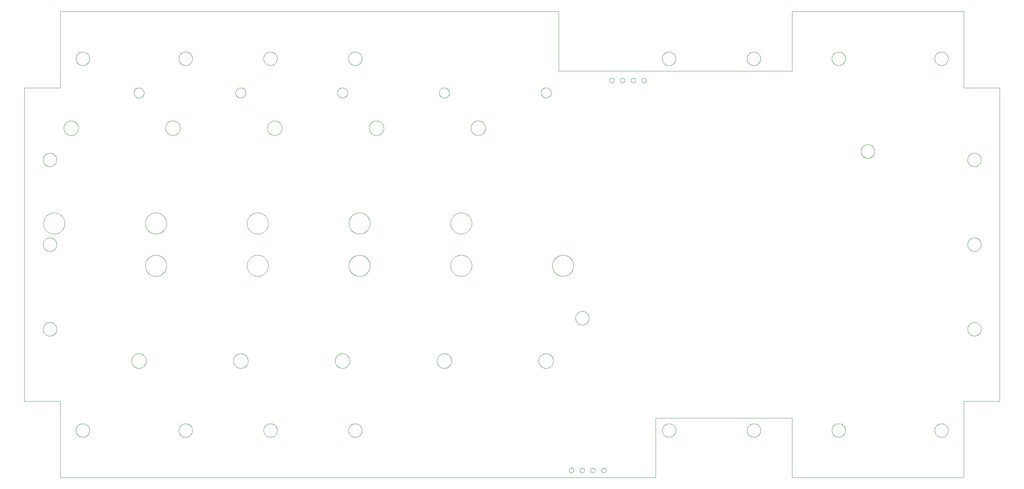
<source format=gbp>
G75*
%MOIN*%
%OFA0B0*%
%FSLAX25Y25*%
%IPPOS*%
%LPD*%
%AMOC8*
5,1,8,0,0,1.08239X$1,22.5*
%
%ADD10C,0.00000*%
D10*
X0036965Y0006131D02*
X0036965Y0076997D01*
X0003500Y0076997D01*
X0003500Y0368336D01*
X0036965Y0368336D01*
X0036965Y0439202D01*
X0499563Y0439202D01*
X0499563Y0384084D01*
X0716098Y0384084D01*
X0716098Y0439202D01*
X0875547Y0439202D01*
X0875547Y0368336D01*
X0909012Y0368336D01*
X0909012Y0076997D01*
X0875547Y0076997D01*
X0875547Y0006131D01*
X0716098Y0006131D01*
X0716098Y0061249D01*
X0589563Y0061249D01*
X0589563Y0006131D01*
X0036965Y0006131D01*
X0051335Y0049832D02*
X0051337Y0049990D01*
X0051343Y0050148D01*
X0051353Y0050306D01*
X0051367Y0050464D01*
X0051385Y0050621D01*
X0051406Y0050778D01*
X0051432Y0050934D01*
X0051462Y0051090D01*
X0051495Y0051245D01*
X0051533Y0051398D01*
X0051574Y0051551D01*
X0051619Y0051703D01*
X0051668Y0051854D01*
X0051721Y0052003D01*
X0051777Y0052151D01*
X0051837Y0052297D01*
X0051901Y0052442D01*
X0051969Y0052585D01*
X0052040Y0052727D01*
X0052114Y0052867D01*
X0052192Y0053004D01*
X0052274Y0053140D01*
X0052358Y0053274D01*
X0052447Y0053405D01*
X0052538Y0053534D01*
X0052633Y0053661D01*
X0052730Y0053786D01*
X0052831Y0053908D01*
X0052935Y0054027D01*
X0053042Y0054144D01*
X0053152Y0054258D01*
X0053265Y0054369D01*
X0053380Y0054478D01*
X0053498Y0054583D01*
X0053619Y0054685D01*
X0053742Y0054785D01*
X0053868Y0054881D01*
X0053996Y0054974D01*
X0054126Y0055064D01*
X0054259Y0055150D01*
X0054394Y0055234D01*
X0054530Y0055313D01*
X0054669Y0055390D01*
X0054810Y0055462D01*
X0054952Y0055532D01*
X0055096Y0055597D01*
X0055242Y0055659D01*
X0055389Y0055717D01*
X0055538Y0055772D01*
X0055688Y0055823D01*
X0055839Y0055870D01*
X0055991Y0055913D01*
X0056144Y0055952D01*
X0056299Y0055988D01*
X0056454Y0056019D01*
X0056610Y0056047D01*
X0056766Y0056071D01*
X0056923Y0056091D01*
X0057081Y0056107D01*
X0057238Y0056119D01*
X0057397Y0056127D01*
X0057555Y0056131D01*
X0057713Y0056131D01*
X0057871Y0056127D01*
X0058030Y0056119D01*
X0058187Y0056107D01*
X0058345Y0056091D01*
X0058502Y0056071D01*
X0058658Y0056047D01*
X0058814Y0056019D01*
X0058969Y0055988D01*
X0059124Y0055952D01*
X0059277Y0055913D01*
X0059429Y0055870D01*
X0059580Y0055823D01*
X0059730Y0055772D01*
X0059879Y0055717D01*
X0060026Y0055659D01*
X0060172Y0055597D01*
X0060316Y0055532D01*
X0060458Y0055462D01*
X0060599Y0055390D01*
X0060738Y0055313D01*
X0060874Y0055234D01*
X0061009Y0055150D01*
X0061142Y0055064D01*
X0061272Y0054974D01*
X0061400Y0054881D01*
X0061526Y0054785D01*
X0061649Y0054685D01*
X0061770Y0054583D01*
X0061888Y0054478D01*
X0062003Y0054369D01*
X0062116Y0054258D01*
X0062226Y0054144D01*
X0062333Y0054027D01*
X0062437Y0053908D01*
X0062538Y0053786D01*
X0062635Y0053661D01*
X0062730Y0053534D01*
X0062821Y0053405D01*
X0062910Y0053274D01*
X0062994Y0053140D01*
X0063076Y0053004D01*
X0063154Y0052867D01*
X0063228Y0052727D01*
X0063299Y0052585D01*
X0063367Y0052442D01*
X0063431Y0052297D01*
X0063491Y0052151D01*
X0063547Y0052003D01*
X0063600Y0051854D01*
X0063649Y0051703D01*
X0063694Y0051551D01*
X0063735Y0051398D01*
X0063773Y0051245D01*
X0063806Y0051090D01*
X0063836Y0050934D01*
X0063862Y0050778D01*
X0063883Y0050621D01*
X0063901Y0050464D01*
X0063915Y0050306D01*
X0063925Y0050148D01*
X0063931Y0049990D01*
X0063933Y0049832D01*
X0063931Y0049674D01*
X0063925Y0049516D01*
X0063915Y0049358D01*
X0063901Y0049200D01*
X0063883Y0049043D01*
X0063862Y0048886D01*
X0063836Y0048730D01*
X0063806Y0048574D01*
X0063773Y0048419D01*
X0063735Y0048266D01*
X0063694Y0048113D01*
X0063649Y0047961D01*
X0063600Y0047810D01*
X0063547Y0047661D01*
X0063491Y0047513D01*
X0063431Y0047367D01*
X0063367Y0047222D01*
X0063299Y0047079D01*
X0063228Y0046937D01*
X0063154Y0046797D01*
X0063076Y0046660D01*
X0062994Y0046524D01*
X0062910Y0046390D01*
X0062821Y0046259D01*
X0062730Y0046130D01*
X0062635Y0046003D01*
X0062538Y0045878D01*
X0062437Y0045756D01*
X0062333Y0045637D01*
X0062226Y0045520D01*
X0062116Y0045406D01*
X0062003Y0045295D01*
X0061888Y0045186D01*
X0061770Y0045081D01*
X0061649Y0044979D01*
X0061526Y0044879D01*
X0061400Y0044783D01*
X0061272Y0044690D01*
X0061142Y0044600D01*
X0061009Y0044514D01*
X0060874Y0044430D01*
X0060738Y0044351D01*
X0060599Y0044274D01*
X0060458Y0044202D01*
X0060316Y0044132D01*
X0060172Y0044067D01*
X0060026Y0044005D01*
X0059879Y0043947D01*
X0059730Y0043892D01*
X0059580Y0043841D01*
X0059429Y0043794D01*
X0059277Y0043751D01*
X0059124Y0043712D01*
X0058969Y0043676D01*
X0058814Y0043645D01*
X0058658Y0043617D01*
X0058502Y0043593D01*
X0058345Y0043573D01*
X0058187Y0043557D01*
X0058030Y0043545D01*
X0057871Y0043537D01*
X0057713Y0043533D01*
X0057555Y0043533D01*
X0057397Y0043537D01*
X0057238Y0043545D01*
X0057081Y0043557D01*
X0056923Y0043573D01*
X0056766Y0043593D01*
X0056610Y0043617D01*
X0056454Y0043645D01*
X0056299Y0043676D01*
X0056144Y0043712D01*
X0055991Y0043751D01*
X0055839Y0043794D01*
X0055688Y0043841D01*
X0055538Y0043892D01*
X0055389Y0043947D01*
X0055242Y0044005D01*
X0055096Y0044067D01*
X0054952Y0044132D01*
X0054810Y0044202D01*
X0054669Y0044274D01*
X0054530Y0044351D01*
X0054394Y0044430D01*
X0054259Y0044514D01*
X0054126Y0044600D01*
X0053996Y0044690D01*
X0053868Y0044783D01*
X0053742Y0044879D01*
X0053619Y0044979D01*
X0053498Y0045081D01*
X0053380Y0045186D01*
X0053265Y0045295D01*
X0053152Y0045406D01*
X0053042Y0045520D01*
X0052935Y0045637D01*
X0052831Y0045756D01*
X0052730Y0045878D01*
X0052633Y0046003D01*
X0052538Y0046130D01*
X0052447Y0046259D01*
X0052358Y0046390D01*
X0052274Y0046524D01*
X0052192Y0046660D01*
X0052114Y0046797D01*
X0052040Y0046937D01*
X0051969Y0047079D01*
X0051901Y0047222D01*
X0051837Y0047367D01*
X0051777Y0047513D01*
X0051721Y0047661D01*
X0051668Y0047810D01*
X0051619Y0047961D01*
X0051574Y0048113D01*
X0051533Y0048266D01*
X0051495Y0048419D01*
X0051462Y0048574D01*
X0051432Y0048730D01*
X0051406Y0048886D01*
X0051385Y0049043D01*
X0051367Y0049200D01*
X0051353Y0049358D01*
X0051343Y0049516D01*
X0051337Y0049674D01*
X0051335Y0049832D01*
X0146807Y0049832D02*
X0146809Y0049990D01*
X0146815Y0050148D01*
X0146825Y0050306D01*
X0146839Y0050464D01*
X0146857Y0050621D01*
X0146878Y0050778D01*
X0146904Y0050934D01*
X0146934Y0051090D01*
X0146967Y0051245D01*
X0147005Y0051398D01*
X0147046Y0051551D01*
X0147091Y0051703D01*
X0147140Y0051854D01*
X0147193Y0052003D01*
X0147249Y0052151D01*
X0147309Y0052297D01*
X0147373Y0052442D01*
X0147441Y0052585D01*
X0147512Y0052727D01*
X0147586Y0052867D01*
X0147664Y0053004D01*
X0147746Y0053140D01*
X0147830Y0053274D01*
X0147919Y0053405D01*
X0148010Y0053534D01*
X0148105Y0053661D01*
X0148202Y0053786D01*
X0148303Y0053908D01*
X0148407Y0054027D01*
X0148514Y0054144D01*
X0148624Y0054258D01*
X0148737Y0054369D01*
X0148852Y0054478D01*
X0148970Y0054583D01*
X0149091Y0054685D01*
X0149214Y0054785D01*
X0149340Y0054881D01*
X0149468Y0054974D01*
X0149598Y0055064D01*
X0149731Y0055150D01*
X0149866Y0055234D01*
X0150002Y0055313D01*
X0150141Y0055390D01*
X0150282Y0055462D01*
X0150424Y0055532D01*
X0150568Y0055597D01*
X0150714Y0055659D01*
X0150861Y0055717D01*
X0151010Y0055772D01*
X0151160Y0055823D01*
X0151311Y0055870D01*
X0151463Y0055913D01*
X0151616Y0055952D01*
X0151771Y0055988D01*
X0151926Y0056019D01*
X0152082Y0056047D01*
X0152238Y0056071D01*
X0152395Y0056091D01*
X0152553Y0056107D01*
X0152710Y0056119D01*
X0152869Y0056127D01*
X0153027Y0056131D01*
X0153185Y0056131D01*
X0153343Y0056127D01*
X0153502Y0056119D01*
X0153659Y0056107D01*
X0153817Y0056091D01*
X0153974Y0056071D01*
X0154130Y0056047D01*
X0154286Y0056019D01*
X0154441Y0055988D01*
X0154596Y0055952D01*
X0154749Y0055913D01*
X0154901Y0055870D01*
X0155052Y0055823D01*
X0155202Y0055772D01*
X0155351Y0055717D01*
X0155498Y0055659D01*
X0155644Y0055597D01*
X0155788Y0055532D01*
X0155930Y0055462D01*
X0156071Y0055390D01*
X0156210Y0055313D01*
X0156346Y0055234D01*
X0156481Y0055150D01*
X0156614Y0055064D01*
X0156744Y0054974D01*
X0156872Y0054881D01*
X0156998Y0054785D01*
X0157121Y0054685D01*
X0157242Y0054583D01*
X0157360Y0054478D01*
X0157475Y0054369D01*
X0157588Y0054258D01*
X0157698Y0054144D01*
X0157805Y0054027D01*
X0157909Y0053908D01*
X0158010Y0053786D01*
X0158107Y0053661D01*
X0158202Y0053534D01*
X0158293Y0053405D01*
X0158382Y0053274D01*
X0158466Y0053140D01*
X0158548Y0053004D01*
X0158626Y0052867D01*
X0158700Y0052727D01*
X0158771Y0052585D01*
X0158839Y0052442D01*
X0158903Y0052297D01*
X0158963Y0052151D01*
X0159019Y0052003D01*
X0159072Y0051854D01*
X0159121Y0051703D01*
X0159166Y0051551D01*
X0159207Y0051398D01*
X0159245Y0051245D01*
X0159278Y0051090D01*
X0159308Y0050934D01*
X0159334Y0050778D01*
X0159355Y0050621D01*
X0159373Y0050464D01*
X0159387Y0050306D01*
X0159397Y0050148D01*
X0159403Y0049990D01*
X0159405Y0049832D01*
X0159403Y0049674D01*
X0159397Y0049516D01*
X0159387Y0049358D01*
X0159373Y0049200D01*
X0159355Y0049043D01*
X0159334Y0048886D01*
X0159308Y0048730D01*
X0159278Y0048574D01*
X0159245Y0048419D01*
X0159207Y0048266D01*
X0159166Y0048113D01*
X0159121Y0047961D01*
X0159072Y0047810D01*
X0159019Y0047661D01*
X0158963Y0047513D01*
X0158903Y0047367D01*
X0158839Y0047222D01*
X0158771Y0047079D01*
X0158700Y0046937D01*
X0158626Y0046797D01*
X0158548Y0046660D01*
X0158466Y0046524D01*
X0158382Y0046390D01*
X0158293Y0046259D01*
X0158202Y0046130D01*
X0158107Y0046003D01*
X0158010Y0045878D01*
X0157909Y0045756D01*
X0157805Y0045637D01*
X0157698Y0045520D01*
X0157588Y0045406D01*
X0157475Y0045295D01*
X0157360Y0045186D01*
X0157242Y0045081D01*
X0157121Y0044979D01*
X0156998Y0044879D01*
X0156872Y0044783D01*
X0156744Y0044690D01*
X0156614Y0044600D01*
X0156481Y0044514D01*
X0156346Y0044430D01*
X0156210Y0044351D01*
X0156071Y0044274D01*
X0155930Y0044202D01*
X0155788Y0044132D01*
X0155644Y0044067D01*
X0155498Y0044005D01*
X0155351Y0043947D01*
X0155202Y0043892D01*
X0155052Y0043841D01*
X0154901Y0043794D01*
X0154749Y0043751D01*
X0154596Y0043712D01*
X0154441Y0043676D01*
X0154286Y0043645D01*
X0154130Y0043617D01*
X0153974Y0043593D01*
X0153817Y0043573D01*
X0153659Y0043557D01*
X0153502Y0043545D01*
X0153343Y0043537D01*
X0153185Y0043533D01*
X0153027Y0043533D01*
X0152869Y0043537D01*
X0152710Y0043545D01*
X0152553Y0043557D01*
X0152395Y0043573D01*
X0152238Y0043593D01*
X0152082Y0043617D01*
X0151926Y0043645D01*
X0151771Y0043676D01*
X0151616Y0043712D01*
X0151463Y0043751D01*
X0151311Y0043794D01*
X0151160Y0043841D01*
X0151010Y0043892D01*
X0150861Y0043947D01*
X0150714Y0044005D01*
X0150568Y0044067D01*
X0150424Y0044132D01*
X0150282Y0044202D01*
X0150141Y0044274D01*
X0150002Y0044351D01*
X0149866Y0044430D01*
X0149731Y0044514D01*
X0149598Y0044600D01*
X0149468Y0044690D01*
X0149340Y0044783D01*
X0149214Y0044879D01*
X0149091Y0044979D01*
X0148970Y0045081D01*
X0148852Y0045186D01*
X0148737Y0045295D01*
X0148624Y0045406D01*
X0148514Y0045520D01*
X0148407Y0045637D01*
X0148303Y0045756D01*
X0148202Y0045878D01*
X0148105Y0046003D01*
X0148010Y0046130D01*
X0147919Y0046259D01*
X0147830Y0046390D01*
X0147746Y0046524D01*
X0147664Y0046660D01*
X0147586Y0046797D01*
X0147512Y0046937D01*
X0147441Y0047079D01*
X0147373Y0047222D01*
X0147309Y0047367D01*
X0147249Y0047513D01*
X0147193Y0047661D01*
X0147140Y0047810D01*
X0147091Y0047961D01*
X0147046Y0048113D01*
X0147005Y0048266D01*
X0146967Y0048419D01*
X0146934Y0048574D01*
X0146904Y0048730D01*
X0146878Y0048886D01*
X0146857Y0049043D01*
X0146839Y0049200D01*
X0146825Y0049358D01*
X0146815Y0049516D01*
X0146809Y0049674D01*
X0146807Y0049832D01*
X0225547Y0049832D02*
X0225549Y0049990D01*
X0225555Y0050148D01*
X0225565Y0050306D01*
X0225579Y0050464D01*
X0225597Y0050621D01*
X0225618Y0050778D01*
X0225644Y0050934D01*
X0225674Y0051090D01*
X0225707Y0051245D01*
X0225745Y0051398D01*
X0225786Y0051551D01*
X0225831Y0051703D01*
X0225880Y0051854D01*
X0225933Y0052003D01*
X0225989Y0052151D01*
X0226049Y0052297D01*
X0226113Y0052442D01*
X0226181Y0052585D01*
X0226252Y0052727D01*
X0226326Y0052867D01*
X0226404Y0053004D01*
X0226486Y0053140D01*
X0226570Y0053274D01*
X0226659Y0053405D01*
X0226750Y0053534D01*
X0226845Y0053661D01*
X0226942Y0053786D01*
X0227043Y0053908D01*
X0227147Y0054027D01*
X0227254Y0054144D01*
X0227364Y0054258D01*
X0227477Y0054369D01*
X0227592Y0054478D01*
X0227710Y0054583D01*
X0227831Y0054685D01*
X0227954Y0054785D01*
X0228080Y0054881D01*
X0228208Y0054974D01*
X0228338Y0055064D01*
X0228471Y0055150D01*
X0228606Y0055234D01*
X0228742Y0055313D01*
X0228881Y0055390D01*
X0229022Y0055462D01*
X0229164Y0055532D01*
X0229308Y0055597D01*
X0229454Y0055659D01*
X0229601Y0055717D01*
X0229750Y0055772D01*
X0229900Y0055823D01*
X0230051Y0055870D01*
X0230203Y0055913D01*
X0230356Y0055952D01*
X0230511Y0055988D01*
X0230666Y0056019D01*
X0230822Y0056047D01*
X0230978Y0056071D01*
X0231135Y0056091D01*
X0231293Y0056107D01*
X0231450Y0056119D01*
X0231609Y0056127D01*
X0231767Y0056131D01*
X0231925Y0056131D01*
X0232083Y0056127D01*
X0232242Y0056119D01*
X0232399Y0056107D01*
X0232557Y0056091D01*
X0232714Y0056071D01*
X0232870Y0056047D01*
X0233026Y0056019D01*
X0233181Y0055988D01*
X0233336Y0055952D01*
X0233489Y0055913D01*
X0233641Y0055870D01*
X0233792Y0055823D01*
X0233942Y0055772D01*
X0234091Y0055717D01*
X0234238Y0055659D01*
X0234384Y0055597D01*
X0234528Y0055532D01*
X0234670Y0055462D01*
X0234811Y0055390D01*
X0234950Y0055313D01*
X0235086Y0055234D01*
X0235221Y0055150D01*
X0235354Y0055064D01*
X0235484Y0054974D01*
X0235612Y0054881D01*
X0235738Y0054785D01*
X0235861Y0054685D01*
X0235982Y0054583D01*
X0236100Y0054478D01*
X0236215Y0054369D01*
X0236328Y0054258D01*
X0236438Y0054144D01*
X0236545Y0054027D01*
X0236649Y0053908D01*
X0236750Y0053786D01*
X0236847Y0053661D01*
X0236942Y0053534D01*
X0237033Y0053405D01*
X0237122Y0053274D01*
X0237206Y0053140D01*
X0237288Y0053004D01*
X0237366Y0052867D01*
X0237440Y0052727D01*
X0237511Y0052585D01*
X0237579Y0052442D01*
X0237643Y0052297D01*
X0237703Y0052151D01*
X0237759Y0052003D01*
X0237812Y0051854D01*
X0237861Y0051703D01*
X0237906Y0051551D01*
X0237947Y0051398D01*
X0237985Y0051245D01*
X0238018Y0051090D01*
X0238048Y0050934D01*
X0238074Y0050778D01*
X0238095Y0050621D01*
X0238113Y0050464D01*
X0238127Y0050306D01*
X0238137Y0050148D01*
X0238143Y0049990D01*
X0238145Y0049832D01*
X0238143Y0049674D01*
X0238137Y0049516D01*
X0238127Y0049358D01*
X0238113Y0049200D01*
X0238095Y0049043D01*
X0238074Y0048886D01*
X0238048Y0048730D01*
X0238018Y0048574D01*
X0237985Y0048419D01*
X0237947Y0048266D01*
X0237906Y0048113D01*
X0237861Y0047961D01*
X0237812Y0047810D01*
X0237759Y0047661D01*
X0237703Y0047513D01*
X0237643Y0047367D01*
X0237579Y0047222D01*
X0237511Y0047079D01*
X0237440Y0046937D01*
X0237366Y0046797D01*
X0237288Y0046660D01*
X0237206Y0046524D01*
X0237122Y0046390D01*
X0237033Y0046259D01*
X0236942Y0046130D01*
X0236847Y0046003D01*
X0236750Y0045878D01*
X0236649Y0045756D01*
X0236545Y0045637D01*
X0236438Y0045520D01*
X0236328Y0045406D01*
X0236215Y0045295D01*
X0236100Y0045186D01*
X0235982Y0045081D01*
X0235861Y0044979D01*
X0235738Y0044879D01*
X0235612Y0044783D01*
X0235484Y0044690D01*
X0235354Y0044600D01*
X0235221Y0044514D01*
X0235086Y0044430D01*
X0234950Y0044351D01*
X0234811Y0044274D01*
X0234670Y0044202D01*
X0234528Y0044132D01*
X0234384Y0044067D01*
X0234238Y0044005D01*
X0234091Y0043947D01*
X0233942Y0043892D01*
X0233792Y0043841D01*
X0233641Y0043794D01*
X0233489Y0043751D01*
X0233336Y0043712D01*
X0233181Y0043676D01*
X0233026Y0043645D01*
X0232870Y0043617D01*
X0232714Y0043593D01*
X0232557Y0043573D01*
X0232399Y0043557D01*
X0232242Y0043545D01*
X0232083Y0043537D01*
X0231925Y0043533D01*
X0231767Y0043533D01*
X0231609Y0043537D01*
X0231450Y0043545D01*
X0231293Y0043557D01*
X0231135Y0043573D01*
X0230978Y0043593D01*
X0230822Y0043617D01*
X0230666Y0043645D01*
X0230511Y0043676D01*
X0230356Y0043712D01*
X0230203Y0043751D01*
X0230051Y0043794D01*
X0229900Y0043841D01*
X0229750Y0043892D01*
X0229601Y0043947D01*
X0229454Y0044005D01*
X0229308Y0044067D01*
X0229164Y0044132D01*
X0229022Y0044202D01*
X0228881Y0044274D01*
X0228742Y0044351D01*
X0228606Y0044430D01*
X0228471Y0044514D01*
X0228338Y0044600D01*
X0228208Y0044690D01*
X0228080Y0044783D01*
X0227954Y0044879D01*
X0227831Y0044979D01*
X0227710Y0045081D01*
X0227592Y0045186D01*
X0227477Y0045295D01*
X0227364Y0045406D01*
X0227254Y0045520D01*
X0227147Y0045637D01*
X0227043Y0045756D01*
X0226942Y0045878D01*
X0226845Y0046003D01*
X0226750Y0046130D01*
X0226659Y0046259D01*
X0226570Y0046390D01*
X0226486Y0046524D01*
X0226404Y0046660D01*
X0226326Y0046797D01*
X0226252Y0046937D01*
X0226181Y0047079D01*
X0226113Y0047222D01*
X0226049Y0047367D01*
X0225989Y0047513D01*
X0225933Y0047661D01*
X0225880Y0047810D01*
X0225831Y0047961D01*
X0225786Y0048113D01*
X0225745Y0048266D01*
X0225707Y0048419D01*
X0225674Y0048574D01*
X0225644Y0048730D01*
X0225618Y0048886D01*
X0225597Y0049043D01*
X0225579Y0049200D01*
X0225565Y0049358D01*
X0225555Y0049516D01*
X0225549Y0049674D01*
X0225547Y0049832D01*
X0304288Y0049832D02*
X0304290Y0049990D01*
X0304296Y0050148D01*
X0304306Y0050306D01*
X0304320Y0050464D01*
X0304338Y0050621D01*
X0304359Y0050778D01*
X0304385Y0050934D01*
X0304415Y0051090D01*
X0304448Y0051245D01*
X0304486Y0051398D01*
X0304527Y0051551D01*
X0304572Y0051703D01*
X0304621Y0051854D01*
X0304674Y0052003D01*
X0304730Y0052151D01*
X0304790Y0052297D01*
X0304854Y0052442D01*
X0304922Y0052585D01*
X0304993Y0052727D01*
X0305067Y0052867D01*
X0305145Y0053004D01*
X0305227Y0053140D01*
X0305311Y0053274D01*
X0305400Y0053405D01*
X0305491Y0053534D01*
X0305586Y0053661D01*
X0305683Y0053786D01*
X0305784Y0053908D01*
X0305888Y0054027D01*
X0305995Y0054144D01*
X0306105Y0054258D01*
X0306218Y0054369D01*
X0306333Y0054478D01*
X0306451Y0054583D01*
X0306572Y0054685D01*
X0306695Y0054785D01*
X0306821Y0054881D01*
X0306949Y0054974D01*
X0307079Y0055064D01*
X0307212Y0055150D01*
X0307347Y0055234D01*
X0307483Y0055313D01*
X0307622Y0055390D01*
X0307763Y0055462D01*
X0307905Y0055532D01*
X0308049Y0055597D01*
X0308195Y0055659D01*
X0308342Y0055717D01*
X0308491Y0055772D01*
X0308641Y0055823D01*
X0308792Y0055870D01*
X0308944Y0055913D01*
X0309097Y0055952D01*
X0309252Y0055988D01*
X0309407Y0056019D01*
X0309563Y0056047D01*
X0309719Y0056071D01*
X0309876Y0056091D01*
X0310034Y0056107D01*
X0310191Y0056119D01*
X0310350Y0056127D01*
X0310508Y0056131D01*
X0310666Y0056131D01*
X0310824Y0056127D01*
X0310983Y0056119D01*
X0311140Y0056107D01*
X0311298Y0056091D01*
X0311455Y0056071D01*
X0311611Y0056047D01*
X0311767Y0056019D01*
X0311922Y0055988D01*
X0312077Y0055952D01*
X0312230Y0055913D01*
X0312382Y0055870D01*
X0312533Y0055823D01*
X0312683Y0055772D01*
X0312832Y0055717D01*
X0312979Y0055659D01*
X0313125Y0055597D01*
X0313269Y0055532D01*
X0313411Y0055462D01*
X0313552Y0055390D01*
X0313691Y0055313D01*
X0313827Y0055234D01*
X0313962Y0055150D01*
X0314095Y0055064D01*
X0314225Y0054974D01*
X0314353Y0054881D01*
X0314479Y0054785D01*
X0314602Y0054685D01*
X0314723Y0054583D01*
X0314841Y0054478D01*
X0314956Y0054369D01*
X0315069Y0054258D01*
X0315179Y0054144D01*
X0315286Y0054027D01*
X0315390Y0053908D01*
X0315491Y0053786D01*
X0315588Y0053661D01*
X0315683Y0053534D01*
X0315774Y0053405D01*
X0315863Y0053274D01*
X0315947Y0053140D01*
X0316029Y0053004D01*
X0316107Y0052867D01*
X0316181Y0052727D01*
X0316252Y0052585D01*
X0316320Y0052442D01*
X0316384Y0052297D01*
X0316444Y0052151D01*
X0316500Y0052003D01*
X0316553Y0051854D01*
X0316602Y0051703D01*
X0316647Y0051551D01*
X0316688Y0051398D01*
X0316726Y0051245D01*
X0316759Y0051090D01*
X0316789Y0050934D01*
X0316815Y0050778D01*
X0316836Y0050621D01*
X0316854Y0050464D01*
X0316868Y0050306D01*
X0316878Y0050148D01*
X0316884Y0049990D01*
X0316886Y0049832D01*
X0316884Y0049674D01*
X0316878Y0049516D01*
X0316868Y0049358D01*
X0316854Y0049200D01*
X0316836Y0049043D01*
X0316815Y0048886D01*
X0316789Y0048730D01*
X0316759Y0048574D01*
X0316726Y0048419D01*
X0316688Y0048266D01*
X0316647Y0048113D01*
X0316602Y0047961D01*
X0316553Y0047810D01*
X0316500Y0047661D01*
X0316444Y0047513D01*
X0316384Y0047367D01*
X0316320Y0047222D01*
X0316252Y0047079D01*
X0316181Y0046937D01*
X0316107Y0046797D01*
X0316029Y0046660D01*
X0315947Y0046524D01*
X0315863Y0046390D01*
X0315774Y0046259D01*
X0315683Y0046130D01*
X0315588Y0046003D01*
X0315491Y0045878D01*
X0315390Y0045756D01*
X0315286Y0045637D01*
X0315179Y0045520D01*
X0315069Y0045406D01*
X0314956Y0045295D01*
X0314841Y0045186D01*
X0314723Y0045081D01*
X0314602Y0044979D01*
X0314479Y0044879D01*
X0314353Y0044783D01*
X0314225Y0044690D01*
X0314095Y0044600D01*
X0313962Y0044514D01*
X0313827Y0044430D01*
X0313691Y0044351D01*
X0313552Y0044274D01*
X0313411Y0044202D01*
X0313269Y0044132D01*
X0313125Y0044067D01*
X0312979Y0044005D01*
X0312832Y0043947D01*
X0312683Y0043892D01*
X0312533Y0043841D01*
X0312382Y0043794D01*
X0312230Y0043751D01*
X0312077Y0043712D01*
X0311922Y0043676D01*
X0311767Y0043645D01*
X0311611Y0043617D01*
X0311455Y0043593D01*
X0311298Y0043573D01*
X0311140Y0043557D01*
X0310983Y0043545D01*
X0310824Y0043537D01*
X0310666Y0043533D01*
X0310508Y0043533D01*
X0310350Y0043537D01*
X0310191Y0043545D01*
X0310034Y0043557D01*
X0309876Y0043573D01*
X0309719Y0043593D01*
X0309563Y0043617D01*
X0309407Y0043645D01*
X0309252Y0043676D01*
X0309097Y0043712D01*
X0308944Y0043751D01*
X0308792Y0043794D01*
X0308641Y0043841D01*
X0308491Y0043892D01*
X0308342Y0043947D01*
X0308195Y0044005D01*
X0308049Y0044067D01*
X0307905Y0044132D01*
X0307763Y0044202D01*
X0307622Y0044274D01*
X0307483Y0044351D01*
X0307347Y0044430D01*
X0307212Y0044514D01*
X0307079Y0044600D01*
X0306949Y0044690D01*
X0306821Y0044783D01*
X0306695Y0044879D01*
X0306572Y0044979D01*
X0306451Y0045081D01*
X0306333Y0045186D01*
X0306218Y0045295D01*
X0306105Y0045406D01*
X0305995Y0045520D01*
X0305888Y0045637D01*
X0305784Y0045756D01*
X0305683Y0045878D01*
X0305586Y0046003D01*
X0305491Y0046130D01*
X0305400Y0046259D01*
X0305311Y0046390D01*
X0305227Y0046524D01*
X0305145Y0046660D01*
X0305067Y0046797D01*
X0304993Y0046937D01*
X0304922Y0047079D01*
X0304854Y0047222D01*
X0304790Y0047367D01*
X0304730Y0047513D01*
X0304674Y0047661D01*
X0304621Y0047810D01*
X0304572Y0047961D01*
X0304527Y0048113D01*
X0304486Y0048266D01*
X0304448Y0048419D01*
X0304415Y0048574D01*
X0304385Y0048730D01*
X0304359Y0048886D01*
X0304338Y0049043D01*
X0304320Y0049200D01*
X0304306Y0049358D01*
X0304296Y0049516D01*
X0304290Y0049674D01*
X0304288Y0049832D01*
X0291985Y0114399D02*
X0291987Y0114566D01*
X0291993Y0114732D01*
X0292003Y0114899D01*
X0292018Y0115065D01*
X0292036Y0115230D01*
X0292059Y0115395D01*
X0292085Y0115560D01*
X0292115Y0115724D01*
X0292150Y0115887D01*
X0292189Y0116049D01*
X0292231Y0116210D01*
X0292277Y0116370D01*
X0292328Y0116529D01*
X0292382Y0116687D01*
X0292440Y0116843D01*
X0292502Y0116998D01*
X0292568Y0117151D01*
X0292637Y0117303D01*
X0292710Y0117452D01*
X0292787Y0117600D01*
X0292867Y0117746D01*
X0292951Y0117890D01*
X0293039Y0118032D01*
X0293129Y0118172D01*
X0293224Y0118309D01*
X0293321Y0118444D01*
X0293422Y0118577D01*
X0293526Y0118707D01*
X0293634Y0118835D01*
X0293744Y0118960D01*
X0293858Y0119082D01*
X0293974Y0119201D01*
X0294093Y0119317D01*
X0294215Y0119431D01*
X0294340Y0119541D01*
X0294468Y0119649D01*
X0294598Y0119753D01*
X0294731Y0119854D01*
X0294866Y0119951D01*
X0295003Y0120046D01*
X0295143Y0120136D01*
X0295285Y0120224D01*
X0295429Y0120308D01*
X0295575Y0120388D01*
X0295723Y0120465D01*
X0295872Y0120538D01*
X0296024Y0120607D01*
X0296177Y0120673D01*
X0296332Y0120735D01*
X0296488Y0120793D01*
X0296646Y0120847D01*
X0296805Y0120898D01*
X0296965Y0120944D01*
X0297126Y0120986D01*
X0297288Y0121025D01*
X0297451Y0121060D01*
X0297615Y0121090D01*
X0297780Y0121116D01*
X0297945Y0121139D01*
X0298110Y0121157D01*
X0298276Y0121172D01*
X0298443Y0121182D01*
X0298609Y0121188D01*
X0298776Y0121190D01*
X0298943Y0121188D01*
X0299109Y0121182D01*
X0299276Y0121172D01*
X0299442Y0121157D01*
X0299607Y0121139D01*
X0299772Y0121116D01*
X0299937Y0121090D01*
X0300101Y0121060D01*
X0300264Y0121025D01*
X0300426Y0120986D01*
X0300587Y0120944D01*
X0300747Y0120898D01*
X0300906Y0120847D01*
X0301064Y0120793D01*
X0301220Y0120735D01*
X0301375Y0120673D01*
X0301528Y0120607D01*
X0301680Y0120538D01*
X0301829Y0120465D01*
X0301977Y0120388D01*
X0302123Y0120308D01*
X0302267Y0120224D01*
X0302409Y0120136D01*
X0302549Y0120046D01*
X0302686Y0119951D01*
X0302821Y0119854D01*
X0302954Y0119753D01*
X0303084Y0119649D01*
X0303212Y0119541D01*
X0303337Y0119431D01*
X0303459Y0119317D01*
X0303578Y0119201D01*
X0303694Y0119082D01*
X0303808Y0118960D01*
X0303918Y0118835D01*
X0304026Y0118707D01*
X0304130Y0118577D01*
X0304231Y0118444D01*
X0304328Y0118309D01*
X0304423Y0118172D01*
X0304513Y0118032D01*
X0304601Y0117890D01*
X0304685Y0117746D01*
X0304765Y0117600D01*
X0304842Y0117452D01*
X0304915Y0117303D01*
X0304984Y0117151D01*
X0305050Y0116998D01*
X0305112Y0116843D01*
X0305170Y0116687D01*
X0305224Y0116529D01*
X0305275Y0116370D01*
X0305321Y0116210D01*
X0305363Y0116049D01*
X0305402Y0115887D01*
X0305437Y0115724D01*
X0305467Y0115560D01*
X0305493Y0115395D01*
X0305516Y0115230D01*
X0305534Y0115065D01*
X0305549Y0114899D01*
X0305559Y0114732D01*
X0305565Y0114566D01*
X0305567Y0114399D01*
X0305565Y0114232D01*
X0305559Y0114066D01*
X0305549Y0113899D01*
X0305534Y0113733D01*
X0305516Y0113568D01*
X0305493Y0113403D01*
X0305467Y0113238D01*
X0305437Y0113074D01*
X0305402Y0112911D01*
X0305363Y0112749D01*
X0305321Y0112588D01*
X0305275Y0112428D01*
X0305224Y0112269D01*
X0305170Y0112111D01*
X0305112Y0111955D01*
X0305050Y0111800D01*
X0304984Y0111647D01*
X0304915Y0111495D01*
X0304842Y0111346D01*
X0304765Y0111198D01*
X0304685Y0111052D01*
X0304601Y0110908D01*
X0304513Y0110766D01*
X0304423Y0110626D01*
X0304328Y0110489D01*
X0304231Y0110354D01*
X0304130Y0110221D01*
X0304026Y0110091D01*
X0303918Y0109963D01*
X0303808Y0109838D01*
X0303694Y0109716D01*
X0303578Y0109597D01*
X0303459Y0109481D01*
X0303337Y0109367D01*
X0303212Y0109257D01*
X0303084Y0109149D01*
X0302954Y0109045D01*
X0302821Y0108944D01*
X0302686Y0108847D01*
X0302549Y0108752D01*
X0302409Y0108662D01*
X0302267Y0108574D01*
X0302123Y0108490D01*
X0301977Y0108410D01*
X0301829Y0108333D01*
X0301680Y0108260D01*
X0301528Y0108191D01*
X0301375Y0108125D01*
X0301220Y0108063D01*
X0301064Y0108005D01*
X0300906Y0107951D01*
X0300747Y0107900D01*
X0300587Y0107854D01*
X0300426Y0107812D01*
X0300264Y0107773D01*
X0300101Y0107738D01*
X0299937Y0107708D01*
X0299772Y0107682D01*
X0299607Y0107659D01*
X0299442Y0107641D01*
X0299276Y0107626D01*
X0299109Y0107616D01*
X0298943Y0107610D01*
X0298776Y0107608D01*
X0298609Y0107610D01*
X0298443Y0107616D01*
X0298276Y0107626D01*
X0298110Y0107641D01*
X0297945Y0107659D01*
X0297780Y0107682D01*
X0297615Y0107708D01*
X0297451Y0107738D01*
X0297288Y0107773D01*
X0297126Y0107812D01*
X0296965Y0107854D01*
X0296805Y0107900D01*
X0296646Y0107951D01*
X0296488Y0108005D01*
X0296332Y0108063D01*
X0296177Y0108125D01*
X0296024Y0108191D01*
X0295872Y0108260D01*
X0295723Y0108333D01*
X0295575Y0108410D01*
X0295429Y0108490D01*
X0295285Y0108574D01*
X0295143Y0108662D01*
X0295003Y0108752D01*
X0294866Y0108847D01*
X0294731Y0108944D01*
X0294598Y0109045D01*
X0294468Y0109149D01*
X0294340Y0109257D01*
X0294215Y0109367D01*
X0294093Y0109481D01*
X0293974Y0109597D01*
X0293858Y0109716D01*
X0293744Y0109838D01*
X0293634Y0109963D01*
X0293526Y0110091D01*
X0293422Y0110221D01*
X0293321Y0110354D01*
X0293224Y0110489D01*
X0293129Y0110626D01*
X0293039Y0110766D01*
X0292951Y0110908D01*
X0292867Y0111052D01*
X0292787Y0111198D01*
X0292710Y0111346D01*
X0292637Y0111495D01*
X0292568Y0111647D01*
X0292502Y0111800D01*
X0292440Y0111955D01*
X0292382Y0112111D01*
X0292328Y0112269D01*
X0292277Y0112428D01*
X0292231Y0112588D01*
X0292189Y0112749D01*
X0292150Y0112911D01*
X0292115Y0113074D01*
X0292085Y0113238D01*
X0292059Y0113403D01*
X0292036Y0113568D01*
X0292018Y0113733D01*
X0292003Y0113899D01*
X0291993Y0114066D01*
X0291987Y0114232D01*
X0291985Y0114399D01*
X0197496Y0114399D02*
X0197498Y0114566D01*
X0197504Y0114732D01*
X0197514Y0114899D01*
X0197529Y0115065D01*
X0197547Y0115230D01*
X0197570Y0115395D01*
X0197596Y0115560D01*
X0197626Y0115724D01*
X0197661Y0115887D01*
X0197700Y0116049D01*
X0197742Y0116210D01*
X0197788Y0116370D01*
X0197839Y0116529D01*
X0197893Y0116687D01*
X0197951Y0116843D01*
X0198013Y0116998D01*
X0198079Y0117151D01*
X0198148Y0117303D01*
X0198221Y0117452D01*
X0198298Y0117600D01*
X0198378Y0117746D01*
X0198462Y0117890D01*
X0198550Y0118032D01*
X0198640Y0118172D01*
X0198735Y0118309D01*
X0198832Y0118444D01*
X0198933Y0118577D01*
X0199037Y0118707D01*
X0199145Y0118835D01*
X0199255Y0118960D01*
X0199369Y0119082D01*
X0199485Y0119201D01*
X0199604Y0119317D01*
X0199726Y0119431D01*
X0199851Y0119541D01*
X0199979Y0119649D01*
X0200109Y0119753D01*
X0200242Y0119854D01*
X0200377Y0119951D01*
X0200514Y0120046D01*
X0200654Y0120136D01*
X0200796Y0120224D01*
X0200940Y0120308D01*
X0201086Y0120388D01*
X0201234Y0120465D01*
X0201383Y0120538D01*
X0201535Y0120607D01*
X0201688Y0120673D01*
X0201843Y0120735D01*
X0201999Y0120793D01*
X0202157Y0120847D01*
X0202316Y0120898D01*
X0202476Y0120944D01*
X0202637Y0120986D01*
X0202799Y0121025D01*
X0202962Y0121060D01*
X0203126Y0121090D01*
X0203291Y0121116D01*
X0203456Y0121139D01*
X0203621Y0121157D01*
X0203787Y0121172D01*
X0203954Y0121182D01*
X0204120Y0121188D01*
X0204287Y0121190D01*
X0204454Y0121188D01*
X0204620Y0121182D01*
X0204787Y0121172D01*
X0204953Y0121157D01*
X0205118Y0121139D01*
X0205283Y0121116D01*
X0205448Y0121090D01*
X0205612Y0121060D01*
X0205775Y0121025D01*
X0205937Y0120986D01*
X0206098Y0120944D01*
X0206258Y0120898D01*
X0206417Y0120847D01*
X0206575Y0120793D01*
X0206731Y0120735D01*
X0206886Y0120673D01*
X0207039Y0120607D01*
X0207191Y0120538D01*
X0207340Y0120465D01*
X0207488Y0120388D01*
X0207634Y0120308D01*
X0207778Y0120224D01*
X0207920Y0120136D01*
X0208060Y0120046D01*
X0208197Y0119951D01*
X0208332Y0119854D01*
X0208465Y0119753D01*
X0208595Y0119649D01*
X0208723Y0119541D01*
X0208848Y0119431D01*
X0208970Y0119317D01*
X0209089Y0119201D01*
X0209205Y0119082D01*
X0209319Y0118960D01*
X0209429Y0118835D01*
X0209537Y0118707D01*
X0209641Y0118577D01*
X0209742Y0118444D01*
X0209839Y0118309D01*
X0209934Y0118172D01*
X0210024Y0118032D01*
X0210112Y0117890D01*
X0210196Y0117746D01*
X0210276Y0117600D01*
X0210353Y0117452D01*
X0210426Y0117303D01*
X0210495Y0117151D01*
X0210561Y0116998D01*
X0210623Y0116843D01*
X0210681Y0116687D01*
X0210735Y0116529D01*
X0210786Y0116370D01*
X0210832Y0116210D01*
X0210874Y0116049D01*
X0210913Y0115887D01*
X0210948Y0115724D01*
X0210978Y0115560D01*
X0211004Y0115395D01*
X0211027Y0115230D01*
X0211045Y0115065D01*
X0211060Y0114899D01*
X0211070Y0114732D01*
X0211076Y0114566D01*
X0211078Y0114399D01*
X0211076Y0114232D01*
X0211070Y0114066D01*
X0211060Y0113899D01*
X0211045Y0113733D01*
X0211027Y0113568D01*
X0211004Y0113403D01*
X0210978Y0113238D01*
X0210948Y0113074D01*
X0210913Y0112911D01*
X0210874Y0112749D01*
X0210832Y0112588D01*
X0210786Y0112428D01*
X0210735Y0112269D01*
X0210681Y0112111D01*
X0210623Y0111955D01*
X0210561Y0111800D01*
X0210495Y0111647D01*
X0210426Y0111495D01*
X0210353Y0111346D01*
X0210276Y0111198D01*
X0210196Y0111052D01*
X0210112Y0110908D01*
X0210024Y0110766D01*
X0209934Y0110626D01*
X0209839Y0110489D01*
X0209742Y0110354D01*
X0209641Y0110221D01*
X0209537Y0110091D01*
X0209429Y0109963D01*
X0209319Y0109838D01*
X0209205Y0109716D01*
X0209089Y0109597D01*
X0208970Y0109481D01*
X0208848Y0109367D01*
X0208723Y0109257D01*
X0208595Y0109149D01*
X0208465Y0109045D01*
X0208332Y0108944D01*
X0208197Y0108847D01*
X0208060Y0108752D01*
X0207920Y0108662D01*
X0207778Y0108574D01*
X0207634Y0108490D01*
X0207488Y0108410D01*
X0207340Y0108333D01*
X0207191Y0108260D01*
X0207039Y0108191D01*
X0206886Y0108125D01*
X0206731Y0108063D01*
X0206575Y0108005D01*
X0206417Y0107951D01*
X0206258Y0107900D01*
X0206098Y0107854D01*
X0205937Y0107812D01*
X0205775Y0107773D01*
X0205612Y0107738D01*
X0205448Y0107708D01*
X0205283Y0107682D01*
X0205118Y0107659D01*
X0204953Y0107641D01*
X0204787Y0107626D01*
X0204620Y0107616D01*
X0204454Y0107610D01*
X0204287Y0107608D01*
X0204120Y0107610D01*
X0203954Y0107616D01*
X0203787Y0107626D01*
X0203621Y0107641D01*
X0203456Y0107659D01*
X0203291Y0107682D01*
X0203126Y0107708D01*
X0202962Y0107738D01*
X0202799Y0107773D01*
X0202637Y0107812D01*
X0202476Y0107854D01*
X0202316Y0107900D01*
X0202157Y0107951D01*
X0201999Y0108005D01*
X0201843Y0108063D01*
X0201688Y0108125D01*
X0201535Y0108191D01*
X0201383Y0108260D01*
X0201234Y0108333D01*
X0201086Y0108410D01*
X0200940Y0108490D01*
X0200796Y0108574D01*
X0200654Y0108662D01*
X0200514Y0108752D01*
X0200377Y0108847D01*
X0200242Y0108944D01*
X0200109Y0109045D01*
X0199979Y0109149D01*
X0199851Y0109257D01*
X0199726Y0109367D01*
X0199604Y0109481D01*
X0199485Y0109597D01*
X0199369Y0109716D01*
X0199255Y0109838D01*
X0199145Y0109963D01*
X0199037Y0110091D01*
X0198933Y0110221D01*
X0198832Y0110354D01*
X0198735Y0110489D01*
X0198640Y0110626D01*
X0198550Y0110766D01*
X0198462Y0110908D01*
X0198378Y0111052D01*
X0198298Y0111198D01*
X0198221Y0111346D01*
X0198148Y0111495D01*
X0198079Y0111647D01*
X0198013Y0111800D01*
X0197951Y0111955D01*
X0197893Y0112111D01*
X0197839Y0112269D01*
X0197788Y0112428D01*
X0197742Y0112588D01*
X0197700Y0112749D01*
X0197661Y0112911D01*
X0197626Y0113074D01*
X0197596Y0113238D01*
X0197570Y0113403D01*
X0197547Y0113568D01*
X0197529Y0113733D01*
X0197514Y0113899D01*
X0197504Y0114066D01*
X0197498Y0114232D01*
X0197496Y0114399D01*
X0103008Y0114399D02*
X0103010Y0114566D01*
X0103016Y0114732D01*
X0103026Y0114899D01*
X0103041Y0115065D01*
X0103059Y0115230D01*
X0103082Y0115395D01*
X0103108Y0115560D01*
X0103138Y0115724D01*
X0103173Y0115887D01*
X0103212Y0116049D01*
X0103254Y0116210D01*
X0103300Y0116370D01*
X0103351Y0116529D01*
X0103405Y0116687D01*
X0103463Y0116843D01*
X0103525Y0116998D01*
X0103591Y0117151D01*
X0103660Y0117303D01*
X0103733Y0117452D01*
X0103810Y0117600D01*
X0103890Y0117746D01*
X0103974Y0117890D01*
X0104062Y0118032D01*
X0104152Y0118172D01*
X0104247Y0118309D01*
X0104344Y0118444D01*
X0104445Y0118577D01*
X0104549Y0118707D01*
X0104657Y0118835D01*
X0104767Y0118960D01*
X0104881Y0119082D01*
X0104997Y0119201D01*
X0105116Y0119317D01*
X0105238Y0119431D01*
X0105363Y0119541D01*
X0105491Y0119649D01*
X0105621Y0119753D01*
X0105754Y0119854D01*
X0105889Y0119951D01*
X0106026Y0120046D01*
X0106166Y0120136D01*
X0106308Y0120224D01*
X0106452Y0120308D01*
X0106598Y0120388D01*
X0106746Y0120465D01*
X0106895Y0120538D01*
X0107047Y0120607D01*
X0107200Y0120673D01*
X0107355Y0120735D01*
X0107511Y0120793D01*
X0107669Y0120847D01*
X0107828Y0120898D01*
X0107988Y0120944D01*
X0108149Y0120986D01*
X0108311Y0121025D01*
X0108474Y0121060D01*
X0108638Y0121090D01*
X0108803Y0121116D01*
X0108968Y0121139D01*
X0109133Y0121157D01*
X0109299Y0121172D01*
X0109466Y0121182D01*
X0109632Y0121188D01*
X0109799Y0121190D01*
X0109966Y0121188D01*
X0110132Y0121182D01*
X0110299Y0121172D01*
X0110465Y0121157D01*
X0110630Y0121139D01*
X0110795Y0121116D01*
X0110960Y0121090D01*
X0111124Y0121060D01*
X0111287Y0121025D01*
X0111449Y0120986D01*
X0111610Y0120944D01*
X0111770Y0120898D01*
X0111929Y0120847D01*
X0112087Y0120793D01*
X0112243Y0120735D01*
X0112398Y0120673D01*
X0112551Y0120607D01*
X0112703Y0120538D01*
X0112852Y0120465D01*
X0113000Y0120388D01*
X0113146Y0120308D01*
X0113290Y0120224D01*
X0113432Y0120136D01*
X0113572Y0120046D01*
X0113709Y0119951D01*
X0113844Y0119854D01*
X0113977Y0119753D01*
X0114107Y0119649D01*
X0114235Y0119541D01*
X0114360Y0119431D01*
X0114482Y0119317D01*
X0114601Y0119201D01*
X0114717Y0119082D01*
X0114831Y0118960D01*
X0114941Y0118835D01*
X0115049Y0118707D01*
X0115153Y0118577D01*
X0115254Y0118444D01*
X0115351Y0118309D01*
X0115446Y0118172D01*
X0115536Y0118032D01*
X0115624Y0117890D01*
X0115708Y0117746D01*
X0115788Y0117600D01*
X0115865Y0117452D01*
X0115938Y0117303D01*
X0116007Y0117151D01*
X0116073Y0116998D01*
X0116135Y0116843D01*
X0116193Y0116687D01*
X0116247Y0116529D01*
X0116298Y0116370D01*
X0116344Y0116210D01*
X0116386Y0116049D01*
X0116425Y0115887D01*
X0116460Y0115724D01*
X0116490Y0115560D01*
X0116516Y0115395D01*
X0116539Y0115230D01*
X0116557Y0115065D01*
X0116572Y0114899D01*
X0116582Y0114732D01*
X0116588Y0114566D01*
X0116590Y0114399D01*
X0116588Y0114232D01*
X0116582Y0114066D01*
X0116572Y0113899D01*
X0116557Y0113733D01*
X0116539Y0113568D01*
X0116516Y0113403D01*
X0116490Y0113238D01*
X0116460Y0113074D01*
X0116425Y0112911D01*
X0116386Y0112749D01*
X0116344Y0112588D01*
X0116298Y0112428D01*
X0116247Y0112269D01*
X0116193Y0112111D01*
X0116135Y0111955D01*
X0116073Y0111800D01*
X0116007Y0111647D01*
X0115938Y0111495D01*
X0115865Y0111346D01*
X0115788Y0111198D01*
X0115708Y0111052D01*
X0115624Y0110908D01*
X0115536Y0110766D01*
X0115446Y0110626D01*
X0115351Y0110489D01*
X0115254Y0110354D01*
X0115153Y0110221D01*
X0115049Y0110091D01*
X0114941Y0109963D01*
X0114831Y0109838D01*
X0114717Y0109716D01*
X0114601Y0109597D01*
X0114482Y0109481D01*
X0114360Y0109367D01*
X0114235Y0109257D01*
X0114107Y0109149D01*
X0113977Y0109045D01*
X0113844Y0108944D01*
X0113709Y0108847D01*
X0113572Y0108752D01*
X0113432Y0108662D01*
X0113290Y0108574D01*
X0113146Y0108490D01*
X0113000Y0108410D01*
X0112852Y0108333D01*
X0112703Y0108260D01*
X0112551Y0108191D01*
X0112398Y0108125D01*
X0112243Y0108063D01*
X0112087Y0108005D01*
X0111929Y0107951D01*
X0111770Y0107900D01*
X0111610Y0107854D01*
X0111449Y0107812D01*
X0111287Y0107773D01*
X0111124Y0107738D01*
X0110960Y0107708D01*
X0110795Y0107682D01*
X0110630Y0107659D01*
X0110465Y0107641D01*
X0110299Y0107626D01*
X0110132Y0107616D01*
X0109966Y0107610D01*
X0109799Y0107608D01*
X0109632Y0107610D01*
X0109466Y0107616D01*
X0109299Y0107626D01*
X0109133Y0107641D01*
X0108968Y0107659D01*
X0108803Y0107682D01*
X0108638Y0107708D01*
X0108474Y0107738D01*
X0108311Y0107773D01*
X0108149Y0107812D01*
X0107988Y0107854D01*
X0107828Y0107900D01*
X0107669Y0107951D01*
X0107511Y0108005D01*
X0107355Y0108063D01*
X0107200Y0108125D01*
X0107047Y0108191D01*
X0106895Y0108260D01*
X0106746Y0108333D01*
X0106598Y0108410D01*
X0106452Y0108490D01*
X0106308Y0108574D01*
X0106166Y0108662D01*
X0106026Y0108752D01*
X0105889Y0108847D01*
X0105754Y0108944D01*
X0105621Y0109045D01*
X0105491Y0109149D01*
X0105363Y0109257D01*
X0105238Y0109367D01*
X0105116Y0109481D01*
X0104997Y0109597D01*
X0104881Y0109716D01*
X0104767Y0109838D01*
X0104657Y0109963D01*
X0104549Y0110091D01*
X0104445Y0110221D01*
X0104344Y0110354D01*
X0104247Y0110489D01*
X0104152Y0110626D01*
X0104062Y0110766D01*
X0103974Y0110908D01*
X0103890Y0111052D01*
X0103810Y0111198D01*
X0103733Y0111346D01*
X0103660Y0111495D01*
X0103591Y0111647D01*
X0103525Y0111800D01*
X0103463Y0111955D01*
X0103405Y0112111D01*
X0103351Y0112269D01*
X0103300Y0112428D01*
X0103254Y0112588D01*
X0103212Y0112749D01*
X0103173Y0112911D01*
X0103138Y0113074D01*
X0103108Y0113238D01*
X0103082Y0113403D01*
X0103059Y0113568D01*
X0103041Y0113733D01*
X0103026Y0113899D01*
X0103016Y0114066D01*
X0103010Y0114232D01*
X0103008Y0114399D01*
X0020823Y0143927D02*
X0020825Y0144085D01*
X0020831Y0144243D01*
X0020841Y0144401D01*
X0020855Y0144559D01*
X0020873Y0144716D01*
X0020894Y0144873D01*
X0020920Y0145029D01*
X0020950Y0145185D01*
X0020983Y0145340D01*
X0021021Y0145493D01*
X0021062Y0145646D01*
X0021107Y0145798D01*
X0021156Y0145949D01*
X0021209Y0146098D01*
X0021265Y0146246D01*
X0021325Y0146392D01*
X0021389Y0146537D01*
X0021457Y0146680D01*
X0021528Y0146822D01*
X0021602Y0146962D01*
X0021680Y0147099D01*
X0021762Y0147235D01*
X0021846Y0147369D01*
X0021935Y0147500D01*
X0022026Y0147629D01*
X0022121Y0147756D01*
X0022218Y0147881D01*
X0022319Y0148003D01*
X0022423Y0148122D01*
X0022530Y0148239D01*
X0022640Y0148353D01*
X0022753Y0148464D01*
X0022868Y0148573D01*
X0022986Y0148678D01*
X0023107Y0148780D01*
X0023230Y0148880D01*
X0023356Y0148976D01*
X0023484Y0149069D01*
X0023614Y0149159D01*
X0023747Y0149245D01*
X0023882Y0149329D01*
X0024018Y0149408D01*
X0024157Y0149485D01*
X0024298Y0149557D01*
X0024440Y0149627D01*
X0024584Y0149692D01*
X0024730Y0149754D01*
X0024877Y0149812D01*
X0025026Y0149867D01*
X0025176Y0149918D01*
X0025327Y0149965D01*
X0025479Y0150008D01*
X0025632Y0150047D01*
X0025787Y0150083D01*
X0025942Y0150114D01*
X0026098Y0150142D01*
X0026254Y0150166D01*
X0026411Y0150186D01*
X0026569Y0150202D01*
X0026726Y0150214D01*
X0026885Y0150222D01*
X0027043Y0150226D01*
X0027201Y0150226D01*
X0027359Y0150222D01*
X0027518Y0150214D01*
X0027675Y0150202D01*
X0027833Y0150186D01*
X0027990Y0150166D01*
X0028146Y0150142D01*
X0028302Y0150114D01*
X0028457Y0150083D01*
X0028612Y0150047D01*
X0028765Y0150008D01*
X0028917Y0149965D01*
X0029068Y0149918D01*
X0029218Y0149867D01*
X0029367Y0149812D01*
X0029514Y0149754D01*
X0029660Y0149692D01*
X0029804Y0149627D01*
X0029946Y0149557D01*
X0030087Y0149485D01*
X0030226Y0149408D01*
X0030362Y0149329D01*
X0030497Y0149245D01*
X0030630Y0149159D01*
X0030760Y0149069D01*
X0030888Y0148976D01*
X0031014Y0148880D01*
X0031137Y0148780D01*
X0031258Y0148678D01*
X0031376Y0148573D01*
X0031491Y0148464D01*
X0031604Y0148353D01*
X0031714Y0148239D01*
X0031821Y0148122D01*
X0031925Y0148003D01*
X0032026Y0147881D01*
X0032123Y0147756D01*
X0032218Y0147629D01*
X0032309Y0147500D01*
X0032398Y0147369D01*
X0032482Y0147235D01*
X0032564Y0147099D01*
X0032642Y0146962D01*
X0032716Y0146822D01*
X0032787Y0146680D01*
X0032855Y0146537D01*
X0032919Y0146392D01*
X0032979Y0146246D01*
X0033035Y0146098D01*
X0033088Y0145949D01*
X0033137Y0145798D01*
X0033182Y0145646D01*
X0033223Y0145493D01*
X0033261Y0145340D01*
X0033294Y0145185D01*
X0033324Y0145029D01*
X0033350Y0144873D01*
X0033371Y0144716D01*
X0033389Y0144559D01*
X0033403Y0144401D01*
X0033413Y0144243D01*
X0033419Y0144085D01*
X0033421Y0143927D01*
X0033419Y0143769D01*
X0033413Y0143611D01*
X0033403Y0143453D01*
X0033389Y0143295D01*
X0033371Y0143138D01*
X0033350Y0142981D01*
X0033324Y0142825D01*
X0033294Y0142669D01*
X0033261Y0142514D01*
X0033223Y0142361D01*
X0033182Y0142208D01*
X0033137Y0142056D01*
X0033088Y0141905D01*
X0033035Y0141756D01*
X0032979Y0141608D01*
X0032919Y0141462D01*
X0032855Y0141317D01*
X0032787Y0141174D01*
X0032716Y0141032D01*
X0032642Y0140892D01*
X0032564Y0140755D01*
X0032482Y0140619D01*
X0032398Y0140485D01*
X0032309Y0140354D01*
X0032218Y0140225D01*
X0032123Y0140098D01*
X0032026Y0139973D01*
X0031925Y0139851D01*
X0031821Y0139732D01*
X0031714Y0139615D01*
X0031604Y0139501D01*
X0031491Y0139390D01*
X0031376Y0139281D01*
X0031258Y0139176D01*
X0031137Y0139074D01*
X0031014Y0138974D01*
X0030888Y0138878D01*
X0030760Y0138785D01*
X0030630Y0138695D01*
X0030497Y0138609D01*
X0030362Y0138525D01*
X0030226Y0138446D01*
X0030087Y0138369D01*
X0029946Y0138297D01*
X0029804Y0138227D01*
X0029660Y0138162D01*
X0029514Y0138100D01*
X0029367Y0138042D01*
X0029218Y0137987D01*
X0029068Y0137936D01*
X0028917Y0137889D01*
X0028765Y0137846D01*
X0028612Y0137807D01*
X0028457Y0137771D01*
X0028302Y0137740D01*
X0028146Y0137712D01*
X0027990Y0137688D01*
X0027833Y0137668D01*
X0027675Y0137652D01*
X0027518Y0137640D01*
X0027359Y0137632D01*
X0027201Y0137628D01*
X0027043Y0137628D01*
X0026885Y0137632D01*
X0026726Y0137640D01*
X0026569Y0137652D01*
X0026411Y0137668D01*
X0026254Y0137688D01*
X0026098Y0137712D01*
X0025942Y0137740D01*
X0025787Y0137771D01*
X0025632Y0137807D01*
X0025479Y0137846D01*
X0025327Y0137889D01*
X0025176Y0137936D01*
X0025026Y0137987D01*
X0024877Y0138042D01*
X0024730Y0138100D01*
X0024584Y0138162D01*
X0024440Y0138227D01*
X0024298Y0138297D01*
X0024157Y0138369D01*
X0024018Y0138446D01*
X0023882Y0138525D01*
X0023747Y0138609D01*
X0023614Y0138695D01*
X0023484Y0138785D01*
X0023356Y0138878D01*
X0023230Y0138974D01*
X0023107Y0139074D01*
X0022986Y0139176D01*
X0022868Y0139281D01*
X0022753Y0139390D01*
X0022640Y0139501D01*
X0022530Y0139615D01*
X0022423Y0139732D01*
X0022319Y0139851D01*
X0022218Y0139973D01*
X0022121Y0140098D01*
X0022026Y0140225D01*
X0021935Y0140354D01*
X0021846Y0140485D01*
X0021762Y0140619D01*
X0021680Y0140755D01*
X0021602Y0140892D01*
X0021528Y0141032D01*
X0021457Y0141174D01*
X0021389Y0141317D01*
X0021325Y0141462D01*
X0021265Y0141608D01*
X0021209Y0141756D01*
X0021156Y0141905D01*
X0021107Y0142056D01*
X0021062Y0142208D01*
X0021021Y0142361D01*
X0020983Y0142514D01*
X0020950Y0142669D01*
X0020920Y0142825D01*
X0020894Y0142981D01*
X0020873Y0143138D01*
X0020855Y0143295D01*
X0020841Y0143453D01*
X0020831Y0143611D01*
X0020825Y0143769D01*
X0020823Y0143927D01*
X0115704Y0202982D02*
X0115707Y0203224D01*
X0115716Y0203465D01*
X0115731Y0203706D01*
X0115751Y0203947D01*
X0115778Y0204187D01*
X0115811Y0204426D01*
X0115849Y0204665D01*
X0115893Y0204902D01*
X0115943Y0205139D01*
X0115999Y0205374D01*
X0116061Y0205607D01*
X0116128Y0205839D01*
X0116201Y0206070D01*
X0116279Y0206298D01*
X0116364Y0206524D01*
X0116453Y0206749D01*
X0116548Y0206971D01*
X0116649Y0207190D01*
X0116755Y0207408D01*
X0116866Y0207622D01*
X0116983Y0207834D01*
X0117104Y0208042D01*
X0117231Y0208248D01*
X0117363Y0208450D01*
X0117500Y0208650D01*
X0117641Y0208845D01*
X0117787Y0209038D01*
X0117938Y0209226D01*
X0118094Y0209411D01*
X0118254Y0209592D01*
X0118418Y0209769D01*
X0118587Y0209942D01*
X0118760Y0210111D01*
X0118937Y0210275D01*
X0119118Y0210435D01*
X0119303Y0210591D01*
X0119491Y0210742D01*
X0119684Y0210888D01*
X0119879Y0211029D01*
X0120079Y0211166D01*
X0120281Y0211298D01*
X0120487Y0211425D01*
X0120695Y0211546D01*
X0120907Y0211663D01*
X0121121Y0211774D01*
X0121339Y0211880D01*
X0121558Y0211981D01*
X0121780Y0212076D01*
X0122005Y0212165D01*
X0122231Y0212250D01*
X0122459Y0212328D01*
X0122690Y0212401D01*
X0122922Y0212468D01*
X0123155Y0212530D01*
X0123390Y0212586D01*
X0123627Y0212636D01*
X0123864Y0212680D01*
X0124103Y0212718D01*
X0124342Y0212751D01*
X0124582Y0212778D01*
X0124823Y0212798D01*
X0125064Y0212813D01*
X0125305Y0212822D01*
X0125547Y0212825D01*
X0125789Y0212822D01*
X0126030Y0212813D01*
X0126271Y0212798D01*
X0126512Y0212778D01*
X0126752Y0212751D01*
X0126991Y0212718D01*
X0127230Y0212680D01*
X0127467Y0212636D01*
X0127704Y0212586D01*
X0127939Y0212530D01*
X0128172Y0212468D01*
X0128404Y0212401D01*
X0128635Y0212328D01*
X0128863Y0212250D01*
X0129089Y0212165D01*
X0129314Y0212076D01*
X0129536Y0211981D01*
X0129755Y0211880D01*
X0129973Y0211774D01*
X0130187Y0211663D01*
X0130399Y0211546D01*
X0130607Y0211425D01*
X0130813Y0211298D01*
X0131015Y0211166D01*
X0131215Y0211029D01*
X0131410Y0210888D01*
X0131603Y0210742D01*
X0131791Y0210591D01*
X0131976Y0210435D01*
X0132157Y0210275D01*
X0132334Y0210111D01*
X0132507Y0209942D01*
X0132676Y0209769D01*
X0132840Y0209592D01*
X0133000Y0209411D01*
X0133156Y0209226D01*
X0133307Y0209038D01*
X0133453Y0208845D01*
X0133594Y0208650D01*
X0133731Y0208450D01*
X0133863Y0208248D01*
X0133990Y0208042D01*
X0134111Y0207834D01*
X0134228Y0207622D01*
X0134339Y0207408D01*
X0134445Y0207190D01*
X0134546Y0206971D01*
X0134641Y0206749D01*
X0134730Y0206524D01*
X0134815Y0206298D01*
X0134893Y0206070D01*
X0134966Y0205839D01*
X0135033Y0205607D01*
X0135095Y0205374D01*
X0135151Y0205139D01*
X0135201Y0204902D01*
X0135245Y0204665D01*
X0135283Y0204426D01*
X0135316Y0204187D01*
X0135343Y0203947D01*
X0135363Y0203706D01*
X0135378Y0203465D01*
X0135387Y0203224D01*
X0135390Y0202982D01*
X0135387Y0202740D01*
X0135378Y0202499D01*
X0135363Y0202258D01*
X0135343Y0202017D01*
X0135316Y0201777D01*
X0135283Y0201538D01*
X0135245Y0201299D01*
X0135201Y0201062D01*
X0135151Y0200825D01*
X0135095Y0200590D01*
X0135033Y0200357D01*
X0134966Y0200125D01*
X0134893Y0199894D01*
X0134815Y0199666D01*
X0134730Y0199440D01*
X0134641Y0199215D01*
X0134546Y0198993D01*
X0134445Y0198774D01*
X0134339Y0198556D01*
X0134228Y0198342D01*
X0134111Y0198130D01*
X0133990Y0197922D01*
X0133863Y0197716D01*
X0133731Y0197514D01*
X0133594Y0197314D01*
X0133453Y0197119D01*
X0133307Y0196926D01*
X0133156Y0196738D01*
X0133000Y0196553D01*
X0132840Y0196372D01*
X0132676Y0196195D01*
X0132507Y0196022D01*
X0132334Y0195853D01*
X0132157Y0195689D01*
X0131976Y0195529D01*
X0131791Y0195373D01*
X0131603Y0195222D01*
X0131410Y0195076D01*
X0131215Y0194935D01*
X0131015Y0194798D01*
X0130813Y0194666D01*
X0130607Y0194539D01*
X0130399Y0194418D01*
X0130187Y0194301D01*
X0129973Y0194190D01*
X0129755Y0194084D01*
X0129536Y0193983D01*
X0129314Y0193888D01*
X0129089Y0193799D01*
X0128863Y0193714D01*
X0128635Y0193636D01*
X0128404Y0193563D01*
X0128172Y0193496D01*
X0127939Y0193434D01*
X0127704Y0193378D01*
X0127467Y0193328D01*
X0127230Y0193284D01*
X0126991Y0193246D01*
X0126752Y0193213D01*
X0126512Y0193186D01*
X0126271Y0193166D01*
X0126030Y0193151D01*
X0125789Y0193142D01*
X0125547Y0193139D01*
X0125305Y0193142D01*
X0125064Y0193151D01*
X0124823Y0193166D01*
X0124582Y0193186D01*
X0124342Y0193213D01*
X0124103Y0193246D01*
X0123864Y0193284D01*
X0123627Y0193328D01*
X0123390Y0193378D01*
X0123155Y0193434D01*
X0122922Y0193496D01*
X0122690Y0193563D01*
X0122459Y0193636D01*
X0122231Y0193714D01*
X0122005Y0193799D01*
X0121780Y0193888D01*
X0121558Y0193983D01*
X0121339Y0194084D01*
X0121121Y0194190D01*
X0120907Y0194301D01*
X0120695Y0194418D01*
X0120487Y0194539D01*
X0120281Y0194666D01*
X0120079Y0194798D01*
X0119879Y0194935D01*
X0119684Y0195076D01*
X0119491Y0195222D01*
X0119303Y0195373D01*
X0119118Y0195529D01*
X0118937Y0195689D01*
X0118760Y0195853D01*
X0118587Y0196022D01*
X0118418Y0196195D01*
X0118254Y0196372D01*
X0118094Y0196553D01*
X0117938Y0196738D01*
X0117787Y0196926D01*
X0117641Y0197119D01*
X0117500Y0197314D01*
X0117363Y0197514D01*
X0117231Y0197716D01*
X0117104Y0197922D01*
X0116983Y0198130D01*
X0116866Y0198342D01*
X0116755Y0198556D01*
X0116649Y0198774D01*
X0116548Y0198993D01*
X0116453Y0199215D01*
X0116364Y0199440D01*
X0116279Y0199666D01*
X0116201Y0199894D01*
X0116128Y0200125D01*
X0116061Y0200357D01*
X0115999Y0200590D01*
X0115943Y0200825D01*
X0115893Y0201062D01*
X0115849Y0201299D01*
X0115811Y0201538D01*
X0115778Y0201777D01*
X0115751Y0202017D01*
X0115731Y0202258D01*
X0115716Y0202499D01*
X0115707Y0202740D01*
X0115704Y0202982D01*
X0115704Y0242352D02*
X0115707Y0242594D01*
X0115716Y0242835D01*
X0115731Y0243076D01*
X0115751Y0243317D01*
X0115778Y0243557D01*
X0115811Y0243796D01*
X0115849Y0244035D01*
X0115893Y0244272D01*
X0115943Y0244509D01*
X0115999Y0244744D01*
X0116061Y0244977D01*
X0116128Y0245209D01*
X0116201Y0245440D01*
X0116279Y0245668D01*
X0116364Y0245894D01*
X0116453Y0246119D01*
X0116548Y0246341D01*
X0116649Y0246560D01*
X0116755Y0246778D01*
X0116866Y0246992D01*
X0116983Y0247204D01*
X0117104Y0247412D01*
X0117231Y0247618D01*
X0117363Y0247820D01*
X0117500Y0248020D01*
X0117641Y0248215D01*
X0117787Y0248408D01*
X0117938Y0248596D01*
X0118094Y0248781D01*
X0118254Y0248962D01*
X0118418Y0249139D01*
X0118587Y0249312D01*
X0118760Y0249481D01*
X0118937Y0249645D01*
X0119118Y0249805D01*
X0119303Y0249961D01*
X0119491Y0250112D01*
X0119684Y0250258D01*
X0119879Y0250399D01*
X0120079Y0250536D01*
X0120281Y0250668D01*
X0120487Y0250795D01*
X0120695Y0250916D01*
X0120907Y0251033D01*
X0121121Y0251144D01*
X0121339Y0251250D01*
X0121558Y0251351D01*
X0121780Y0251446D01*
X0122005Y0251535D01*
X0122231Y0251620D01*
X0122459Y0251698D01*
X0122690Y0251771D01*
X0122922Y0251838D01*
X0123155Y0251900D01*
X0123390Y0251956D01*
X0123627Y0252006D01*
X0123864Y0252050D01*
X0124103Y0252088D01*
X0124342Y0252121D01*
X0124582Y0252148D01*
X0124823Y0252168D01*
X0125064Y0252183D01*
X0125305Y0252192D01*
X0125547Y0252195D01*
X0125789Y0252192D01*
X0126030Y0252183D01*
X0126271Y0252168D01*
X0126512Y0252148D01*
X0126752Y0252121D01*
X0126991Y0252088D01*
X0127230Y0252050D01*
X0127467Y0252006D01*
X0127704Y0251956D01*
X0127939Y0251900D01*
X0128172Y0251838D01*
X0128404Y0251771D01*
X0128635Y0251698D01*
X0128863Y0251620D01*
X0129089Y0251535D01*
X0129314Y0251446D01*
X0129536Y0251351D01*
X0129755Y0251250D01*
X0129973Y0251144D01*
X0130187Y0251033D01*
X0130399Y0250916D01*
X0130607Y0250795D01*
X0130813Y0250668D01*
X0131015Y0250536D01*
X0131215Y0250399D01*
X0131410Y0250258D01*
X0131603Y0250112D01*
X0131791Y0249961D01*
X0131976Y0249805D01*
X0132157Y0249645D01*
X0132334Y0249481D01*
X0132507Y0249312D01*
X0132676Y0249139D01*
X0132840Y0248962D01*
X0133000Y0248781D01*
X0133156Y0248596D01*
X0133307Y0248408D01*
X0133453Y0248215D01*
X0133594Y0248020D01*
X0133731Y0247820D01*
X0133863Y0247618D01*
X0133990Y0247412D01*
X0134111Y0247204D01*
X0134228Y0246992D01*
X0134339Y0246778D01*
X0134445Y0246560D01*
X0134546Y0246341D01*
X0134641Y0246119D01*
X0134730Y0245894D01*
X0134815Y0245668D01*
X0134893Y0245440D01*
X0134966Y0245209D01*
X0135033Y0244977D01*
X0135095Y0244744D01*
X0135151Y0244509D01*
X0135201Y0244272D01*
X0135245Y0244035D01*
X0135283Y0243796D01*
X0135316Y0243557D01*
X0135343Y0243317D01*
X0135363Y0243076D01*
X0135378Y0242835D01*
X0135387Y0242594D01*
X0135390Y0242352D01*
X0135387Y0242110D01*
X0135378Y0241869D01*
X0135363Y0241628D01*
X0135343Y0241387D01*
X0135316Y0241147D01*
X0135283Y0240908D01*
X0135245Y0240669D01*
X0135201Y0240432D01*
X0135151Y0240195D01*
X0135095Y0239960D01*
X0135033Y0239727D01*
X0134966Y0239495D01*
X0134893Y0239264D01*
X0134815Y0239036D01*
X0134730Y0238810D01*
X0134641Y0238585D01*
X0134546Y0238363D01*
X0134445Y0238144D01*
X0134339Y0237926D01*
X0134228Y0237712D01*
X0134111Y0237500D01*
X0133990Y0237292D01*
X0133863Y0237086D01*
X0133731Y0236884D01*
X0133594Y0236684D01*
X0133453Y0236489D01*
X0133307Y0236296D01*
X0133156Y0236108D01*
X0133000Y0235923D01*
X0132840Y0235742D01*
X0132676Y0235565D01*
X0132507Y0235392D01*
X0132334Y0235223D01*
X0132157Y0235059D01*
X0131976Y0234899D01*
X0131791Y0234743D01*
X0131603Y0234592D01*
X0131410Y0234446D01*
X0131215Y0234305D01*
X0131015Y0234168D01*
X0130813Y0234036D01*
X0130607Y0233909D01*
X0130399Y0233788D01*
X0130187Y0233671D01*
X0129973Y0233560D01*
X0129755Y0233454D01*
X0129536Y0233353D01*
X0129314Y0233258D01*
X0129089Y0233169D01*
X0128863Y0233084D01*
X0128635Y0233006D01*
X0128404Y0232933D01*
X0128172Y0232866D01*
X0127939Y0232804D01*
X0127704Y0232748D01*
X0127467Y0232698D01*
X0127230Y0232654D01*
X0126991Y0232616D01*
X0126752Y0232583D01*
X0126512Y0232556D01*
X0126271Y0232536D01*
X0126030Y0232521D01*
X0125789Y0232512D01*
X0125547Y0232509D01*
X0125305Y0232512D01*
X0125064Y0232521D01*
X0124823Y0232536D01*
X0124582Y0232556D01*
X0124342Y0232583D01*
X0124103Y0232616D01*
X0123864Y0232654D01*
X0123627Y0232698D01*
X0123390Y0232748D01*
X0123155Y0232804D01*
X0122922Y0232866D01*
X0122690Y0232933D01*
X0122459Y0233006D01*
X0122231Y0233084D01*
X0122005Y0233169D01*
X0121780Y0233258D01*
X0121558Y0233353D01*
X0121339Y0233454D01*
X0121121Y0233560D01*
X0120907Y0233671D01*
X0120695Y0233788D01*
X0120487Y0233909D01*
X0120281Y0234036D01*
X0120079Y0234168D01*
X0119879Y0234305D01*
X0119684Y0234446D01*
X0119491Y0234592D01*
X0119303Y0234743D01*
X0119118Y0234899D01*
X0118937Y0235059D01*
X0118760Y0235223D01*
X0118587Y0235392D01*
X0118418Y0235565D01*
X0118254Y0235742D01*
X0118094Y0235923D01*
X0117938Y0236108D01*
X0117787Y0236296D01*
X0117641Y0236489D01*
X0117500Y0236684D01*
X0117363Y0236884D01*
X0117231Y0237086D01*
X0117104Y0237292D01*
X0116983Y0237500D01*
X0116866Y0237712D01*
X0116755Y0237926D01*
X0116649Y0238144D01*
X0116548Y0238363D01*
X0116453Y0238585D01*
X0116364Y0238810D01*
X0116279Y0239036D01*
X0116201Y0239264D01*
X0116128Y0239495D01*
X0116061Y0239727D01*
X0115999Y0239960D01*
X0115943Y0240195D01*
X0115893Y0240432D01*
X0115849Y0240669D01*
X0115811Y0240908D01*
X0115778Y0241147D01*
X0115751Y0241387D01*
X0115731Y0241628D01*
X0115716Y0241869D01*
X0115707Y0242110D01*
X0115704Y0242352D01*
X0021216Y0242352D02*
X0021219Y0242594D01*
X0021228Y0242835D01*
X0021243Y0243076D01*
X0021263Y0243317D01*
X0021290Y0243557D01*
X0021323Y0243796D01*
X0021361Y0244035D01*
X0021405Y0244272D01*
X0021455Y0244509D01*
X0021511Y0244744D01*
X0021573Y0244977D01*
X0021640Y0245209D01*
X0021713Y0245440D01*
X0021791Y0245668D01*
X0021876Y0245894D01*
X0021965Y0246119D01*
X0022060Y0246341D01*
X0022161Y0246560D01*
X0022267Y0246778D01*
X0022378Y0246992D01*
X0022495Y0247204D01*
X0022616Y0247412D01*
X0022743Y0247618D01*
X0022875Y0247820D01*
X0023012Y0248020D01*
X0023153Y0248215D01*
X0023299Y0248408D01*
X0023450Y0248596D01*
X0023606Y0248781D01*
X0023766Y0248962D01*
X0023930Y0249139D01*
X0024099Y0249312D01*
X0024272Y0249481D01*
X0024449Y0249645D01*
X0024630Y0249805D01*
X0024815Y0249961D01*
X0025003Y0250112D01*
X0025196Y0250258D01*
X0025391Y0250399D01*
X0025591Y0250536D01*
X0025793Y0250668D01*
X0025999Y0250795D01*
X0026207Y0250916D01*
X0026419Y0251033D01*
X0026633Y0251144D01*
X0026851Y0251250D01*
X0027070Y0251351D01*
X0027292Y0251446D01*
X0027517Y0251535D01*
X0027743Y0251620D01*
X0027971Y0251698D01*
X0028202Y0251771D01*
X0028434Y0251838D01*
X0028667Y0251900D01*
X0028902Y0251956D01*
X0029139Y0252006D01*
X0029376Y0252050D01*
X0029615Y0252088D01*
X0029854Y0252121D01*
X0030094Y0252148D01*
X0030335Y0252168D01*
X0030576Y0252183D01*
X0030817Y0252192D01*
X0031059Y0252195D01*
X0031301Y0252192D01*
X0031542Y0252183D01*
X0031783Y0252168D01*
X0032024Y0252148D01*
X0032264Y0252121D01*
X0032503Y0252088D01*
X0032742Y0252050D01*
X0032979Y0252006D01*
X0033216Y0251956D01*
X0033451Y0251900D01*
X0033684Y0251838D01*
X0033916Y0251771D01*
X0034147Y0251698D01*
X0034375Y0251620D01*
X0034601Y0251535D01*
X0034826Y0251446D01*
X0035048Y0251351D01*
X0035267Y0251250D01*
X0035485Y0251144D01*
X0035699Y0251033D01*
X0035911Y0250916D01*
X0036119Y0250795D01*
X0036325Y0250668D01*
X0036527Y0250536D01*
X0036727Y0250399D01*
X0036922Y0250258D01*
X0037115Y0250112D01*
X0037303Y0249961D01*
X0037488Y0249805D01*
X0037669Y0249645D01*
X0037846Y0249481D01*
X0038019Y0249312D01*
X0038188Y0249139D01*
X0038352Y0248962D01*
X0038512Y0248781D01*
X0038668Y0248596D01*
X0038819Y0248408D01*
X0038965Y0248215D01*
X0039106Y0248020D01*
X0039243Y0247820D01*
X0039375Y0247618D01*
X0039502Y0247412D01*
X0039623Y0247204D01*
X0039740Y0246992D01*
X0039851Y0246778D01*
X0039957Y0246560D01*
X0040058Y0246341D01*
X0040153Y0246119D01*
X0040242Y0245894D01*
X0040327Y0245668D01*
X0040405Y0245440D01*
X0040478Y0245209D01*
X0040545Y0244977D01*
X0040607Y0244744D01*
X0040663Y0244509D01*
X0040713Y0244272D01*
X0040757Y0244035D01*
X0040795Y0243796D01*
X0040828Y0243557D01*
X0040855Y0243317D01*
X0040875Y0243076D01*
X0040890Y0242835D01*
X0040899Y0242594D01*
X0040902Y0242352D01*
X0040899Y0242110D01*
X0040890Y0241869D01*
X0040875Y0241628D01*
X0040855Y0241387D01*
X0040828Y0241147D01*
X0040795Y0240908D01*
X0040757Y0240669D01*
X0040713Y0240432D01*
X0040663Y0240195D01*
X0040607Y0239960D01*
X0040545Y0239727D01*
X0040478Y0239495D01*
X0040405Y0239264D01*
X0040327Y0239036D01*
X0040242Y0238810D01*
X0040153Y0238585D01*
X0040058Y0238363D01*
X0039957Y0238144D01*
X0039851Y0237926D01*
X0039740Y0237712D01*
X0039623Y0237500D01*
X0039502Y0237292D01*
X0039375Y0237086D01*
X0039243Y0236884D01*
X0039106Y0236684D01*
X0038965Y0236489D01*
X0038819Y0236296D01*
X0038668Y0236108D01*
X0038512Y0235923D01*
X0038352Y0235742D01*
X0038188Y0235565D01*
X0038019Y0235392D01*
X0037846Y0235223D01*
X0037669Y0235059D01*
X0037488Y0234899D01*
X0037303Y0234743D01*
X0037115Y0234592D01*
X0036922Y0234446D01*
X0036727Y0234305D01*
X0036527Y0234168D01*
X0036325Y0234036D01*
X0036119Y0233909D01*
X0035911Y0233788D01*
X0035699Y0233671D01*
X0035485Y0233560D01*
X0035267Y0233454D01*
X0035048Y0233353D01*
X0034826Y0233258D01*
X0034601Y0233169D01*
X0034375Y0233084D01*
X0034147Y0233006D01*
X0033916Y0232933D01*
X0033684Y0232866D01*
X0033451Y0232804D01*
X0033216Y0232748D01*
X0032979Y0232698D01*
X0032742Y0232654D01*
X0032503Y0232616D01*
X0032264Y0232583D01*
X0032024Y0232556D01*
X0031783Y0232536D01*
X0031542Y0232521D01*
X0031301Y0232512D01*
X0031059Y0232509D01*
X0030817Y0232512D01*
X0030576Y0232521D01*
X0030335Y0232536D01*
X0030094Y0232556D01*
X0029854Y0232583D01*
X0029615Y0232616D01*
X0029376Y0232654D01*
X0029139Y0232698D01*
X0028902Y0232748D01*
X0028667Y0232804D01*
X0028434Y0232866D01*
X0028202Y0232933D01*
X0027971Y0233006D01*
X0027743Y0233084D01*
X0027517Y0233169D01*
X0027292Y0233258D01*
X0027070Y0233353D01*
X0026851Y0233454D01*
X0026633Y0233560D01*
X0026419Y0233671D01*
X0026207Y0233788D01*
X0025999Y0233909D01*
X0025793Y0234036D01*
X0025591Y0234168D01*
X0025391Y0234305D01*
X0025196Y0234446D01*
X0025003Y0234592D01*
X0024815Y0234743D01*
X0024630Y0234899D01*
X0024449Y0235059D01*
X0024272Y0235223D01*
X0024099Y0235392D01*
X0023930Y0235565D01*
X0023766Y0235742D01*
X0023606Y0235923D01*
X0023450Y0236108D01*
X0023299Y0236296D01*
X0023153Y0236489D01*
X0023012Y0236684D01*
X0022875Y0236884D01*
X0022743Y0237086D01*
X0022616Y0237292D01*
X0022495Y0237500D01*
X0022378Y0237712D01*
X0022267Y0237926D01*
X0022161Y0238144D01*
X0022060Y0238363D01*
X0021965Y0238585D01*
X0021876Y0238810D01*
X0021791Y0239036D01*
X0021713Y0239264D01*
X0021640Y0239495D01*
X0021573Y0239727D01*
X0021511Y0239960D01*
X0021455Y0240195D01*
X0021405Y0240432D01*
X0021361Y0240669D01*
X0021323Y0240908D01*
X0021290Y0241147D01*
X0021263Y0241387D01*
X0021243Y0241628D01*
X0021228Y0241869D01*
X0021219Y0242110D01*
X0021216Y0242352D01*
X0020823Y0222667D02*
X0020825Y0222825D01*
X0020831Y0222983D01*
X0020841Y0223141D01*
X0020855Y0223299D01*
X0020873Y0223456D01*
X0020894Y0223613D01*
X0020920Y0223769D01*
X0020950Y0223925D01*
X0020983Y0224080D01*
X0021021Y0224233D01*
X0021062Y0224386D01*
X0021107Y0224538D01*
X0021156Y0224689D01*
X0021209Y0224838D01*
X0021265Y0224986D01*
X0021325Y0225132D01*
X0021389Y0225277D01*
X0021457Y0225420D01*
X0021528Y0225562D01*
X0021602Y0225702D01*
X0021680Y0225839D01*
X0021762Y0225975D01*
X0021846Y0226109D01*
X0021935Y0226240D01*
X0022026Y0226369D01*
X0022121Y0226496D01*
X0022218Y0226621D01*
X0022319Y0226743D01*
X0022423Y0226862D01*
X0022530Y0226979D01*
X0022640Y0227093D01*
X0022753Y0227204D01*
X0022868Y0227313D01*
X0022986Y0227418D01*
X0023107Y0227520D01*
X0023230Y0227620D01*
X0023356Y0227716D01*
X0023484Y0227809D01*
X0023614Y0227899D01*
X0023747Y0227985D01*
X0023882Y0228069D01*
X0024018Y0228148D01*
X0024157Y0228225D01*
X0024298Y0228297D01*
X0024440Y0228367D01*
X0024584Y0228432D01*
X0024730Y0228494D01*
X0024877Y0228552D01*
X0025026Y0228607D01*
X0025176Y0228658D01*
X0025327Y0228705D01*
X0025479Y0228748D01*
X0025632Y0228787D01*
X0025787Y0228823D01*
X0025942Y0228854D01*
X0026098Y0228882D01*
X0026254Y0228906D01*
X0026411Y0228926D01*
X0026569Y0228942D01*
X0026726Y0228954D01*
X0026885Y0228962D01*
X0027043Y0228966D01*
X0027201Y0228966D01*
X0027359Y0228962D01*
X0027518Y0228954D01*
X0027675Y0228942D01*
X0027833Y0228926D01*
X0027990Y0228906D01*
X0028146Y0228882D01*
X0028302Y0228854D01*
X0028457Y0228823D01*
X0028612Y0228787D01*
X0028765Y0228748D01*
X0028917Y0228705D01*
X0029068Y0228658D01*
X0029218Y0228607D01*
X0029367Y0228552D01*
X0029514Y0228494D01*
X0029660Y0228432D01*
X0029804Y0228367D01*
X0029946Y0228297D01*
X0030087Y0228225D01*
X0030226Y0228148D01*
X0030362Y0228069D01*
X0030497Y0227985D01*
X0030630Y0227899D01*
X0030760Y0227809D01*
X0030888Y0227716D01*
X0031014Y0227620D01*
X0031137Y0227520D01*
X0031258Y0227418D01*
X0031376Y0227313D01*
X0031491Y0227204D01*
X0031604Y0227093D01*
X0031714Y0226979D01*
X0031821Y0226862D01*
X0031925Y0226743D01*
X0032026Y0226621D01*
X0032123Y0226496D01*
X0032218Y0226369D01*
X0032309Y0226240D01*
X0032398Y0226109D01*
X0032482Y0225975D01*
X0032564Y0225839D01*
X0032642Y0225702D01*
X0032716Y0225562D01*
X0032787Y0225420D01*
X0032855Y0225277D01*
X0032919Y0225132D01*
X0032979Y0224986D01*
X0033035Y0224838D01*
X0033088Y0224689D01*
X0033137Y0224538D01*
X0033182Y0224386D01*
X0033223Y0224233D01*
X0033261Y0224080D01*
X0033294Y0223925D01*
X0033324Y0223769D01*
X0033350Y0223613D01*
X0033371Y0223456D01*
X0033389Y0223299D01*
X0033403Y0223141D01*
X0033413Y0222983D01*
X0033419Y0222825D01*
X0033421Y0222667D01*
X0033419Y0222509D01*
X0033413Y0222351D01*
X0033403Y0222193D01*
X0033389Y0222035D01*
X0033371Y0221878D01*
X0033350Y0221721D01*
X0033324Y0221565D01*
X0033294Y0221409D01*
X0033261Y0221254D01*
X0033223Y0221101D01*
X0033182Y0220948D01*
X0033137Y0220796D01*
X0033088Y0220645D01*
X0033035Y0220496D01*
X0032979Y0220348D01*
X0032919Y0220202D01*
X0032855Y0220057D01*
X0032787Y0219914D01*
X0032716Y0219772D01*
X0032642Y0219632D01*
X0032564Y0219495D01*
X0032482Y0219359D01*
X0032398Y0219225D01*
X0032309Y0219094D01*
X0032218Y0218965D01*
X0032123Y0218838D01*
X0032026Y0218713D01*
X0031925Y0218591D01*
X0031821Y0218472D01*
X0031714Y0218355D01*
X0031604Y0218241D01*
X0031491Y0218130D01*
X0031376Y0218021D01*
X0031258Y0217916D01*
X0031137Y0217814D01*
X0031014Y0217714D01*
X0030888Y0217618D01*
X0030760Y0217525D01*
X0030630Y0217435D01*
X0030497Y0217349D01*
X0030362Y0217265D01*
X0030226Y0217186D01*
X0030087Y0217109D01*
X0029946Y0217037D01*
X0029804Y0216967D01*
X0029660Y0216902D01*
X0029514Y0216840D01*
X0029367Y0216782D01*
X0029218Y0216727D01*
X0029068Y0216676D01*
X0028917Y0216629D01*
X0028765Y0216586D01*
X0028612Y0216547D01*
X0028457Y0216511D01*
X0028302Y0216480D01*
X0028146Y0216452D01*
X0027990Y0216428D01*
X0027833Y0216408D01*
X0027675Y0216392D01*
X0027518Y0216380D01*
X0027359Y0216372D01*
X0027201Y0216368D01*
X0027043Y0216368D01*
X0026885Y0216372D01*
X0026726Y0216380D01*
X0026569Y0216392D01*
X0026411Y0216408D01*
X0026254Y0216428D01*
X0026098Y0216452D01*
X0025942Y0216480D01*
X0025787Y0216511D01*
X0025632Y0216547D01*
X0025479Y0216586D01*
X0025327Y0216629D01*
X0025176Y0216676D01*
X0025026Y0216727D01*
X0024877Y0216782D01*
X0024730Y0216840D01*
X0024584Y0216902D01*
X0024440Y0216967D01*
X0024298Y0217037D01*
X0024157Y0217109D01*
X0024018Y0217186D01*
X0023882Y0217265D01*
X0023747Y0217349D01*
X0023614Y0217435D01*
X0023484Y0217525D01*
X0023356Y0217618D01*
X0023230Y0217714D01*
X0023107Y0217814D01*
X0022986Y0217916D01*
X0022868Y0218021D01*
X0022753Y0218130D01*
X0022640Y0218241D01*
X0022530Y0218355D01*
X0022423Y0218472D01*
X0022319Y0218591D01*
X0022218Y0218713D01*
X0022121Y0218838D01*
X0022026Y0218965D01*
X0021935Y0219094D01*
X0021846Y0219225D01*
X0021762Y0219359D01*
X0021680Y0219495D01*
X0021602Y0219632D01*
X0021528Y0219772D01*
X0021457Y0219914D01*
X0021389Y0220057D01*
X0021325Y0220202D01*
X0021265Y0220348D01*
X0021209Y0220496D01*
X0021156Y0220645D01*
X0021107Y0220796D01*
X0021062Y0220948D01*
X0021021Y0221101D01*
X0020983Y0221254D01*
X0020950Y0221409D01*
X0020920Y0221565D01*
X0020894Y0221721D01*
X0020873Y0221878D01*
X0020855Y0222035D01*
X0020841Y0222193D01*
X0020831Y0222351D01*
X0020825Y0222509D01*
X0020823Y0222667D01*
X0020823Y0301407D02*
X0020825Y0301565D01*
X0020831Y0301723D01*
X0020841Y0301881D01*
X0020855Y0302039D01*
X0020873Y0302196D01*
X0020894Y0302353D01*
X0020920Y0302509D01*
X0020950Y0302665D01*
X0020983Y0302820D01*
X0021021Y0302973D01*
X0021062Y0303126D01*
X0021107Y0303278D01*
X0021156Y0303429D01*
X0021209Y0303578D01*
X0021265Y0303726D01*
X0021325Y0303872D01*
X0021389Y0304017D01*
X0021457Y0304160D01*
X0021528Y0304302D01*
X0021602Y0304442D01*
X0021680Y0304579D01*
X0021762Y0304715D01*
X0021846Y0304849D01*
X0021935Y0304980D01*
X0022026Y0305109D01*
X0022121Y0305236D01*
X0022218Y0305361D01*
X0022319Y0305483D01*
X0022423Y0305602D01*
X0022530Y0305719D01*
X0022640Y0305833D01*
X0022753Y0305944D01*
X0022868Y0306053D01*
X0022986Y0306158D01*
X0023107Y0306260D01*
X0023230Y0306360D01*
X0023356Y0306456D01*
X0023484Y0306549D01*
X0023614Y0306639D01*
X0023747Y0306725D01*
X0023882Y0306809D01*
X0024018Y0306888D01*
X0024157Y0306965D01*
X0024298Y0307037D01*
X0024440Y0307107D01*
X0024584Y0307172D01*
X0024730Y0307234D01*
X0024877Y0307292D01*
X0025026Y0307347D01*
X0025176Y0307398D01*
X0025327Y0307445D01*
X0025479Y0307488D01*
X0025632Y0307527D01*
X0025787Y0307563D01*
X0025942Y0307594D01*
X0026098Y0307622D01*
X0026254Y0307646D01*
X0026411Y0307666D01*
X0026569Y0307682D01*
X0026726Y0307694D01*
X0026885Y0307702D01*
X0027043Y0307706D01*
X0027201Y0307706D01*
X0027359Y0307702D01*
X0027518Y0307694D01*
X0027675Y0307682D01*
X0027833Y0307666D01*
X0027990Y0307646D01*
X0028146Y0307622D01*
X0028302Y0307594D01*
X0028457Y0307563D01*
X0028612Y0307527D01*
X0028765Y0307488D01*
X0028917Y0307445D01*
X0029068Y0307398D01*
X0029218Y0307347D01*
X0029367Y0307292D01*
X0029514Y0307234D01*
X0029660Y0307172D01*
X0029804Y0307107D01*
X0029946Y0307037D01*
X0030087Y0306965D01*
X0030226Y0306888D01*
X0030362Y0306809D01*
X0030497Y0306725D01*
X0030630Y0306639D01*
X0030760Y0306549D01*
X0030888Y0306456D01*
X0031014Y0306360D01*
X0031137Y0306260D01*
X0031258Y0306158D01*
X0031376Y0306053D01*
X0031491Y0305944D01*
X0031604Y0305833D01*
X0031714Y0305719D01*
X0031821Y0305602D01*
X0031925Y0305483D01*
X0032026Y0305361D01*
X0032123Y0305236D01*
X0032218Y0305109D01*
X0032309Y0304980D01*
X0032398Y0304849D01*
X0032482Y0304715D01*
X0032564Y0304579D01*
X0032642Y0304442D01*
X0032716Y0304302D01*
X0032787Y0304160D01*
X0032855Y0304017D01*
X0032919Y0303872D01*
X0032979Y0303726D01*
X0033035Y0303578D01*
X0033088Y0303429D01*
X0033137Y0303278D01*
X0033182Y0303126D01*
X0033223Y0302973D01*
X0033261Y0302820D01*
X0033294Y0302665D01*
X0033324Y0302509D01*
X0033350Y0302353D01*
X0033371Y0302196D01*
X0033389Y0302039D01*
X0033403Y0301881D01*
X0033413Y0301723D01*
X0033419Y0301565D01*
X0033421Y0301407D01*
X0033419Y0301249D01*
X0033413Y0301091D01*
X0033403Y0300933D01*
X0033389Y0300775D01*
X0033371Y0300618D01*
X0033350Y0300461D01*
X0033324Y0300305D01*
X0033294Y0300149D01*
X0033261Y0299994D01*
X0033223Y0299841D01*
X0033182Y0299688D01*
X0033137Y0299536D01*
X0033088Y0299385D01*
X0033035Y0299236D01*
X0032979Y0299088D01*
X0032919Y0298942D01*
X0032855Y0298797D01*
X0032787Y0298654D01*
X0032716Y0298512D01*
X0032642Y0298372D01*
X0032564Y0298235D01*
X0032482Y0298099D01*
X0032398Y0297965D01*
X0032309Y0297834D01*
X0032218Y0297705D01*
X0032123Y0297578D01*
X0032026Y0297453D01*
X0031925Y0297331D01*
X0031821Y0297212D01*
X0031714Y0297095D01*
X0031604Y0296981D01*
X0031491Y0296870D01*
X0031376Y0296761D01*
X0031258Y0296656D01*
X0031137Y0296554D01*
X0031014Y0296454D01*
X0030888Y0296358D01*
X0030760Y0296265D01*
X0030630Y0296175D01*
X0030497Y0296089D01*
X0030362Y0296005D01*
X0030226Y0295926D01*
X0030087Y0295849D01*
X0029946Y0295777D01*
X0029804Y0295707D01*
X0029660Y0295642D01*
X0029514Y0295580D01*
X0029367Y0295522D01*
X0029218Y0295467D01*
X0029068Y0295416D01*
X0028917Y0295369D01*
X0028765Y0295326D01*
X0028612Y0295287D01*
X0028457Y0295251D01*
X0028302Y0295220D01*
X0028146Y0295192D01*
X0027990Y0295168D01*
X0027833Y0295148D01*
X0027675Y0295132D01*
X0027518Y0295120D01*
X0027359Y0295112D01*
X0027201Y0295108D01*
X0027043Y0295108D01*
X0026885Y0295112D01*
X0026726Y0295120D01*
X0026569Y0295132D01*
X0026411Y0295148D01*
X0026254Y0295168D01*
X0026098Y0295192D01*
X0025942Y0295220D01*
X0025787Y0295251D01*
X0025632Y0295287D01*
X0025479Y0295326D01*
X0025327Y0295369D01*
X0025176Y0295416D01*
X0025026Y0295467D01*
X0024877Y0295522D01*
X0024730Y0295580D01*
X0024584Y0295642D01*
X0024440Y0295707D01*
X0024298Y0295777D01*
X0024157Y0295849D01*
X0024018Y0295926D01*
X0023882Y0296005D01*
X0023747Y0296089D01*
X0023614Y0296175D01*
X0023484Y0296265D01*
X0023356Y0296358D01*
X0023230Y0296454D01*
X0023107Y0296554D01*
X0022986Y0296656D01*
X0022868Y0296761D01*
X0022753Y0296870D01*
X0022640Y0296981D01*
X0022530Y0297095D01*
X0022423Y0297212D01*
X0022319Y0297331D01*
X0022218Y0297453D01*
X0022121Y0297578D01*
X0022026Y0297705D01*
X0021935Y0297834D01*
X0021846Y0297965D01*
X0021762Y0298099D01*
X0021680Y0298235D01*
X0021602Y0298372D01*
X0021528Y0298512D01*
X0021457Y0298654D01*
X0021389Y0298797D01*
X0021325Y0298942D01*
X0021265Y0299088D01*
X0021209Y0299236D01*
X0021156Y0299385D01*
X0021107Y0299536D01*
X0021062Y0299688D01*
X0021021Y0299841D01*
X0020983Y0299994D01*
X0020950Y0300149D01*
X0020920Y0300305D01*
X0020894Y0300461D01*
X0020873Y0300618D01*
X0020855Y0300775D01*
X0020841Y0300933D01*
X0020831Y0301091D01*
X0020825Y0301249D01*
X0020823Y0301407D01*
X0040016Y0330934D02*
X0040018Y0331101D01*
X0040024Y0331267D01*
X0040034Y0331434D01*
X0040049Y0331600D01*
X0040067Y0331765D01*
X0040090Y0331930D01*
X0040116Y0332095D01*
X0040146Y0332259D01*
X0040181Y0332422D01*
X0040220Y0332584D01*
X0040262Y0332745D01*
X0040308Y0332905D01*
X0040359Y0333064D01*
X0040413Y0333222D01*
X0040471Y0333378D01*
X0040533Y0333533D01*
X0040599Y0333686D01*
X0040668Y0333838D01*
X0040741Y0333987D01*
X0040818Y0334135D01*
X0040898Y0334281D01*
X0040982Y0334425D01*
X0041070Y0334567D01*
X0041160Y0334707D01*
X0041255Y0334844D01*
X0041352Y0334979D01*
X0041453Y0335112D01*
X0041557Y0335242D01*
X0041665Y0335370D01*
X0041775Y0335495D01*
X0041889Y0335617D01*
X0042005Y0335736D01*
X0042124Y0335852D01*
X0042246Y0335966D01*
X0042371Y0336076D01*
X0042499Y0336184D01*
X0042629Y0336288D01*
X0042762Y0336389D01*
X0042897Y0336486D01*
X0043034Y0336581D01*
X0043174Y0336671D01*
X0043316Y0336759D01*
X0043460Y0336843D01*
X0043606Y0336923D01*
X0043754Y0337000D01*
X0043903Y0337073D01*
X0044055Y0337142D01*
X0044208Y0337208D01*
X0044363Y0337270D01*
X0044519Y0337328D01*
X0044677Y0337382D01*
X0044836Y0337433D01*
X0044996Y0337479D01*
X0045157Y0337521D01*
X0045319Y0337560D01*
X0045482Y0337595D01*
X0045646Y0337625D01*
X0045811Y0337651D01*
X0045976Y0337674D01*
X0046141Y0337692D01*
X0046307Y0337707D01*
X0046474Y0337717D01*
X0046640Y0337723D01*
X0046807Y0337725D01*
X0046974Y0337723D01*
X0047140Y0337717D01*
X0047307Y0337707D01*
X0047473Y0337692D01*
X0047638Y0337674D01*
X0047803Y0337651D01*
X0047968Y0337625D01*
X0048132Y0337595D01*
X0048295Y0337560D01*
X0048457Y0337521D01*
X0048618Y0337479D01*
X0048778Y0337433D01*
X0048937Y0337382D01*
X0049095Y0337328D01*
X0049251Y0337270D01*
X0049406Y0337208D01*
X0049559Y0337142D01*
X0049711Y0337073D01*
X0049860Y0337000D01*
X0050008Y0336923D01*
X0050154Y0336843D01*
X0050298Y0336759D01*
X0050440Y0336671D01*
X0050580Y0336581D01*
X0050717Y0336486D01*
X0050852Y0336389D01*
X0050985Y0336288D01*
X0051115Y0336184D01*
X0051243Y0336076D01*
X0051368Y0335966D01*
X0051490Y0335852D01*
X0051609Y0335736D01*
X0051725Y0335617D01*
X0051839Y0335495D01*
X0051949Y0335370D01*
X0052057Y0335242D01*
X0052161Y0335112D01*
X0052262Y0334979D01*
X0052359Y0334844D01*
X0052454Y0334707D01*
X0052544Y0334567D01*
X0052632Y0334425D01*
X0052716Y0334281D01*
X0052796Y0334135D01*
X0052873Y0333987D01*
X0052946Y0333838D01*
X0053015Y0333686D01*
X0053081Y0333533D01*
X0053143Y0333378D01*
X0053201Y0333222D01*
X0053255Y0333064D01*
X0053306Y0332905D01*
X0053352Y0332745D01*
X0053394Y0332584D01*
X0053433Y0332422D01*
X0053468Y0332259D01*
X0053498Y0332095D01*
X0053524Y0331930D01*
X0053547Y0331765D01*
X0053565Y0331600D01*
X0053580Y0331434D01*
X0053590Y0331267D01*
X0053596Y0331101D01*
X0053598Y0330934D01*
X0053596Y0330767D01*
X0053590Y0330601D01*
X0053580Y0330434D01*
X0053565Y0330268D01*
X0053547Y0330103D01*
X0053524Y0329938D01*
X0053498Y0329773D01*
X0053468Y0329609D01*
X0053433Y0329446D01*
X0053394Y0329284D01*
X0053352Y0329123D01*
X0053306Y0328963D01*
X0053255Y0328804D01*
X0053201Y0328646D01*
X0053143Y0328490D01*
X0053081Y0328335D01*
X0053015Y0328182D01*
X0052946Y0328030D01*
X0052873Y0327881D01*
X0052796Y0327733D01*
X0052716Y0327587D01*
X0052632Y0327443D01*
X0052544Y0327301D01*
X0052454Y0327161D01*
X0052359Y0327024D01*
X0052262Y0326889D01*
X0052161Y0326756D01*
X0052057Y0326626D01*
X0051949Y0326498D01*
X0051839Y0326373D01*
X0051725Y0326251D01*
X0051609Y0326132D01*
X0051490Y0326016D01*
X0051368Y0325902D01*
X0051243Y0325792D01*
X0051115Y0325684D01*
X0050985Y0325580D01*
X0050852Y0325479D01*
X0050717Y0325382D01*
X0050580Y0325287D01*
X0050440Y0325197D01*
X0050298Y0325109D01*
X0050154Y0325025D01*
X0050008Y0324945D01*
X0049860Y0324868D01*
X0049711Y0324795D01*
X0049559Y0324726D01*
X0049406Y0324660D01*
X0049251Y0324598D01*
X0049095Y0324540D01*
X0048937Y0324486D01*
X0048778Y0324435D01*
X0048618Y0324389D01*
X0048457Y0324347D01*
X0048295Y0324308D01*
X0048132Y0324273D01*
X0047968Y0324243D01*
X0047803Y0324217D01*
X0047638Y0324194D01*
X0047473Y0324176D01*
X0047307Y0324161D01*
X0047140Y0324151D01*
X0046974Y0324145D01*
X0046807Y0324143D01*
X0046640Y0324145D01*
X0046474Y0324151D01*
X0046307Y0324161D01*
X0046141Y0324176D01*
X0045976Y0324194D01*
X0045811Y0324217D01*
X0045646Y0324243D01*
X0045482Y0324273D01*
X0045319Y0324308D01*
X0045157Y0324347D01*
X0044996Y0324389D01*
X0044836Y0324435D01*
X0044677Y0324486D01*
X0044519Y0324540D01*
X0044363Y0324598D01*
X0044208Y0324660D01*
X0044055Y0324726D01*
X0043903Y0324795D01*
X0043754Y0324868D01*
X0043606Y0324945D01*
X0043460Y0325025D01*
X0043316Y0325109D01*
X0043174Y0325197D01*
X0043034Y0325287D01*
X0042897Y0325382D01*
X0042762Y0325479D01*
X0042629Y0325580D01*
X0042499Y0325684D01*
X0042371Y0325792D01*
X0042246Y0325902D01*
X0042124Y0326016D01*
X0042005Y0326132D01*
X0041889Y0326251D01*
X0041775Y0326373D01*
X0041665Y0326498D01*
X0041557Y0326626D01*
X0041453Y0326756D01*
X0041352Y0326889D01*
X0041255Y0327024D01*
X0041160Y0327161D01*
X0041070Y0327301D01*
X0040982Y0327443D01*
X0040898Y0327587D01*
X0040818Y0327733D01*
X0040741Y0327881D01*
X0040668Y0328030D01*
X0040599Y0328182D01*
X0040533Y0328335D01*
X0040471Y0328490D01*
X0040413Y0328646D01*
X0040359Y0328804D01*
X0040308Y0328963D01*
X0040262Y0329123D01*
X0040220Y0329284D01*
X0040181Y0329446D01*
X0040146Y0329609D01*
X0040116Y0329773D01*
X0040090Y0329938D01*
X0040067Y0330103D01*
X0040049Y0330268D01*
X0040034Y0330434D01*
X0040024Y0330601D01*
X0040018Y0330767D01*
X0040016Y0330934D01*
X0105075Y0363690D02*
X0105077Y0363827D01*
X0105083Y0363965D01*
X0105093Y0364102D01*
X0105107Y0364238D01*
X0105125Y0364375D01*
X0105147Y0364510D01*
X0105173Y0364645D01*
X0105202Y0364779D01*
X0105236Y0364913D01*
X0105273Y0365045D01*
X0105315Y0365176D01*
X0105360Y0365306D01*
X0105409Y0365434D01*
X0105461Y0365561D01*
X0105518Y0365686D01*
X0105577Y0365810D01*
X0105641Y0365932D01*
X0105708Y0366052D01*
X0105778Y0366170D01*
X0105852Y0366286D01*
X0105929Y0366400D01*
X0106010Y0366511D01*
X0106093Y0366620D01*
X0106180Y0366727D01*
X0106270Y0366830D01*
X0106363Y0366932D01*
X0106459Y0367030D01*
X0106557Y0367126D01*
X0106659Y0367219D01*
X0106762Y0367309D01*
X0106869Y0367396D01*
X0106978Y0367479D01*
X0107089Y0367560D01*
X0107203Y0367637D01*
X0107319Y0367711D01*
X0107437Y0367781D01*
X0107557Y0367848D01*
X0107679Y0367912D01*
X0107803Y0367971D01*
X0107928Y0368028D01*
X0108055Y0368080D01*
X0108183Y0368129D01*
X0108313Y0368174D01*
X0108444Y0368216D01*
X0108576Y0368253D01*
X0108710Y0368287D01*
X0108844Y0368316D01*
X0108979Y0368342D01*
X0109114Y0368364D01*
X0109251Y0368382D01*
X0109387Y0368396D01*
X0109524Y0368406D01*
X0109662Y0368412D01*
X0109799Y0368414D01*
X0109936Y0368412D01*
X0110074Y0368406D01*
X0110211Y0368396D01*
X0110347Y0368382D01*
X0110484Y0368364D01*
X0110619Y0368342D01*
X0110754Y0368316D01*
X0110888Y0368287D01*
X0111022Y0368253D01*
X0111154Y0368216D01*
X0111285Y0368174D01*
X0111415Y0368129D01*
X0111543Y0368080D01*
X0111670Y0368028D01*
X0111795Y0367971D01*
X0111919Y0367912D01*
X0112041Y0367848D01*
X0112161Y0367781D01*
X0112279Y0367711D01*
X0112395Y0367637D01*
X0112509Y0367560D01*
X0112620Y0367479D01*
X0112729Y0367396D01*
X0112836Y0367309D01*
X0112939Y0367219D01*
X0113041Y0367126D01*
X0113139Y0367030D01*
X0113235Y0366932D01*
X0113328Y0366830D01*
X0113418Y0366727D01*
X0113505Y0366620D01*
X0113588Y0366511D01*
X0113669Y0366400D01*
X0113746Y0366286D01*
X0113820Y0366170D01*
X0113890Y0366052D01*
X0113957Y0365932D01*
X0114021Y0365810D01*
X0114080Y0365686D01*
X0114137Y0365561D01*
X0114189Y0365434D01*
X0114238Y0365306D01*
X0114283Y0365176D01*
X0114325Y0365045D01*
X0114362Y0364913D01*
X0114396Y0364779D01*
X0114425Y0364645D01*
X0114451Y0364510D01*
X0114473Y0364375D01*
X0114491Y0364238D01*
X0114505Y0364102D01*
X0114515Y0363965D01*
X0114521Y0363827D01*
X0114523Y0363690D01*
X0114521Y0363553D01*
X0114515Y0363415D01*
X0114505Y0363278D01*
X0114491Y0363142D01*
X0114473Y0363005D01*
X0114451Y0362870D01*
X0114425Y0362735D01*
X0114396Y0362601D01*
X0114362Y0362467D01*
X0114325Y0362335D01*
X0114283Y0362204D01*
X0114238Y0362074D01*
X0114189Y0361946D01*
X0114137Y0361819D01*
X0114080Y0361694D01*
X0114021Y0361570D01*
X0113957Y0361448D01*
X0113890Y0361328D01*
X0113820Y0361210D01*
X0113746Y0361094D01*
X0113669Y0360980D01*
X0113588Y0360869D01*
X0113505Y0360760D01*
X0113418Y0360653D01*
X0113328Y0360550D01*
X0113235Y0360448D01*
X0113139Y0360350D01*
X0113041Y0360254D01*
X0112939Y0360161D01*
X0112836Y0360071D01*
X0112729Y0359984D01*
X0112620Y0359901D01*
X0112509Y0359820D01*
X0112395Y0359743D01*
X0112279Y0359669D01*
X0112161Y0359599D01*
X0112041Y0359532D01*
X0111919Y0359468D01*
X0111795Y0359409D01*
X0111670Y0359352D01*
X0111543Y0359300D01*
X0111415Y0359251D01*
X0111285Y0359206D01*
X0111154Y0359164D01*
X0111022Y0359127D01*
X0110888Y0359093D01*
X0110754Y0359064D01*
X0110619Y0359038D01*
X0110484Y0359016D01*
X0110347Y0358998D01*
X0110211Y0358984D01*
X0110074Y0358974D01*
X0109936Y0358968D01*
X0109799Y0358966D01*
X0109662Y0358968D01*
X0109524Y0358974D01*
X0109387Y0358984D01*
X0109251Y0358998D01*
X0109114Y0359016D01*
X0108979Y0359038D01*
X0108844Y0359064D01*
X0108710Y0359093D01*
X0108576Y0359127D01*
X0108444Y0359164D01*
X0108313Y0359206D01*
X0108183Y0359251D01*
X0108055Y0359300D01*
X0107928Y0359352D01*
X0107803Y0359409D01*
X0107679Y0359468D01*
X0107557Y0359532D01*
X0107437Y0359599D01*
X0107319Y0359669D01*
X0107203Y0359743D01*
X0107089Y0359820D01*
X0106978Y0359901D01*
X0106869Y0359984D01*
X0106762Y0360071D01*
X0106659Y0360161D01*
X0106557Y0360254D01*
X0106459Y0360350D01*
X0106363Y0360448D01*
X0106270Y0360550D01*
X0106180Y0360653D01*
X0106093Y0360760D01*
X0106010Y0360869D01*
X0105929Y0360980D01*
X0105852Y0361094D01*
X0105778Y0361210D01*
X0105708Y0361328D01*
X0105641Y0361448D01*
X0105577Y0361570D01*
X0105518Y0361694D01*
X0105461Y0361819D01*
X0105409Y0361946D01*
X0105360Y0362074D01*
X0105315Y0362204D01*
X0105273Y0362335D01*
X0105236Y0362467D01*
X0105202Y0362601D01*
X0105173Y0362735D01*
X0105147Y0362870D01*
X0105125Y0363005D01*
X0105107Y0363142D01*
X0105093Y0363278D01*
X0105083Y0363415D01*
X0105077Y0363553D01*
X0105075Y0363690D01*
X0051335Y0395501D02*
X0051337Y0395659D01*
X0051343Y0395817D01*
X0051353Y0395975D01*
X0051367Y0396133D01*
X0051385Y0396290D01*
X0051406Y0396447D01*
X0051432Y0396603D01*
X0051462Y0396759D01*
X0051495Y0396914D01*
X0051533Y0397067D01*
X0051574Y0397220D01*
X0051619Y0397372D01*
X0051668Y0397523D01*
X0051721Y0397672D01*
X0051777Y0397820D01*
X0051837Y0397966D01*
X0051901Y0398111D01*
X0051969Y0398254D01*
X0052040Y0398396D01*
X0052114Y0398536D01*
X0052192Y0398673D01*
X0052274Y0398809D01*
X0052358Y0398943D01*
X0052447Y0399074D01*
X0052538Y0399203D01*
X0052633Y0399330D01*
X0052730Y0399455D01*
X0052831Y0399577D01*
X0052935Y0399696D01*
X0053042Y0399813D01*
X0053152Y0399927D01*
X0053265Y0400038D01*
X0053380Y0400147D01*
X0053498Y0400252D01*
X0053619Y0400354D01*
X0053742Y0400454D01*
X0053868Y0400550D01*
X0053996Y0400643D01*
X0054126Y0400733D01*
X0054259Y0400819D01*
X0054394Y0400903D01*
X0054530Y0400982D01*
X0054669Y0401059D01*
X0054810Y0401131D01*
X0054952Y0401201D01*
X0055096Y0401266D01*
X0055242Y0401328D01*
X0055389Y0401386D01*
X0055538Y0401441D01*
X0055688Y0401492D01*
X0055839Y0401539D01*
X0055991Y0401582D01*
X0056144Y0401621D01*
X0056299Y0401657D01*
X0056454Y0401688D01*
X0056610Y0401716D01*
X0056766Y0401740D01*
X0056923Y0401760D01*
X0057081Y0401776D01*
X0057238Y0401788D01*
X0057397Y0401796D01*
X0057555Y0401800D01*
X0057713Y0401800D01*
X0057871Y0401796D01*
X0058030Y0401788D01*
X0058187Y0401776D01*
X0058345Y0401760D01*
X0058502Y0401740D01*
X0058658Y0401716D01*
X0058814Y0401688D01*
X0058969Y0401657D01*
X0059124Y0401621D01*
X0059277Y0401582D01*
X0059429Y0401539D01*
X0059580Y0401492D01*
X0059730Y0401441D01*
X0059879Y0401386D01*
X0060026Y0401328D01*
X0060172Y0401266D01*
X0060316Y0401201D01*
X0060458Y0401131D01*
X0060599Y0401059D01*
X0060738Y0400982D01*
X0060874Y0400903D01*
X0061009Y0400819D01*
X0061142Y0400733D01*
X0061272Y0400643D01*
X0061400Y0400550D01*
X0061526Y0400454D01*
X0061649Y0400354D01*
X0061770Y0400252D01*
X0061888Y0400147D01*
X0062003Y0400038D01*
X0062116Y0399927D01*
X0062226Y0399813D01*
X0062333Y0399696D01*
X0062437Y0399577D01*
X0062538Y0399455D01*
X0062635Y0399330D01*
X0062730Y0399203D01*
X0062821Y0399074D01*
X0062910Y0398943D01*
X0062994Y0398809D01*
X0063076Y0398673D01*
X0063154Y0398536D01*
X0063228Y0398396D01*
X0063299Y0398254D01*
X0063367Y0398111D01*
X0063431Y0397966D01*
X0063491Y0397820D01*
X0063547Y0397672D01*
X0063600Y0397523D01*
X0063649Y0397372D01*
X0063694Y0397220D01*
X0063735Y0397067D01*
X0063773Y0396914D01*
X0063806Y0396759D01*
X0063836Y0396603D01*
X0063862Y0396447D01*
X0063883Y0396290D01*
X0063901Y0396133D01*
X0063915Y0395975D01*
X0063925Y0395817D01*
X0063931Y0395659D01*
X0063933Y0395501D01*
X0063931Y0395343D01*
X0063925Y0395185D01*
X0063915Y0395027D01*
X0063901Y0394869D01*
X0063883Y0394712D01*
X0063862Y0394555D01*
X0063836Y0394399D01*
X0063806Y0394243D01*
X0063773Y0394088D01*
X0063735Y0393935D01*
X0063694Y0393782D01*
X0063649Y0393630D01*
X0063600Y0393479D01*
X0063547Y0393330D01*
X0063491Y0393182D01*
X0063431Y0393036D01*
X0063367Y0392891D01*
X0063299Y0392748D01*
X0063228Y0392606D01*
X0063154Y0392466D01*
X0063076Y0392329D01*
X0062994Y0392193D01*
X0062910Y0392059D01*
X0062821Y0391928D01*
X0062730Y0391799D01*
X0062635Y0391672D01*
X0062538Y0391547D01*
X0062437Y0391425D01*
X0062333Y0391306D01*
X0062226Y0391189D01*
X0062116Y0391075D01*
X0062003Y0390964D01*
X0061888Y0390855D01*
X0061770Y0390750D01*
X0061649Y0390648D01*
X0061526Y0390548D01*
X0061400Y0390452D01*
X0061272Y0390359D01*
X0061142Y0390269D01*
X0061009Y0390183D01*
X0060874Y0390099D01*
X0060738Y0390020D01*
X0060599Y0389943D01*
X0060458Y0389871D01*
X0060316Y0389801D01*
X0060172Y0389736D01*
X0060026Y0389674D01*
X0059879Y0389616D01*
X0059730Y0389561D01*
X0059580Y0389510D01*
X0059429Y0389463D01*
X0059277Y0389420D01*
X0059124Y0389381D01*
X0058969Y0389345D01*
X0058814Y0389314D01*
X0058658Y0389286D01*
X0058502Y0389262D01*
X0058345Y0389242D01*
X0058187Y0389226D01*
X0058030Y0389214D01*
X0057871Y0389206D01*
X0057713Y0389202D01*
X0057555Y0389202D01*
X0057397Y0389206D01*
X0057238Y0389214D01*
X0057081Y0389226D01*
X0056923Y0389242D01*
X0056766Y0389262D01*
X0056610Y0389286D01*
X0056454Y0389314D01*
X0056299Y0389345D01*
X0056144Y0389381D01*
X0055991Y0389420D01*
X0055839Y0389463D01*
X0055688Y0389510D01*
X0055538Y0389561D01*
X0055389Y0389616D01*
X0055242Y0389674D01*
X0055096Y0389736D01*
X0054952Y0389801D01*
X0054810Y0389871D01*
X0054669Y0389943D01*
X0054530Y0390020D01*
X0054394Y0390099D01*
X0054259Y0390183D01*
X0054126Y0390269D01*
X0053996Y0390359D01*
X0053868Y0390452D01*
X0053742Y0390548D01*
X0053619Y0390648D01*
X0053498Y0390750D01*
X0053380Y0390855D01*
X0053265Y0390964D01*
X0053152Y0391075D01*
X0053042Y0391189D01*
X0052935Y0391306D01*
X0052831Y0391425D01*
X0052730Y0391547D01*
X0052633Y0391672D01*
X0052538Y0391799D01*
X0052447Y0391928D01*
X0052358Y0392059D01*
X0052274Y0392193D01*
X0052192Y0392329D01*
X0052114Y0392466D01*
X0052040Y0392606D01*
X0051969Y0392748D01*
X0051901Y0392891D01*
X0051837Y0393036D01*
X0051777Y0393182D01*
X0051721Y0393330D01*
X0051668Y0393479D01*
X0051619Y0393630D01*
X0051574Y0393782D01*
X0051533Y0393935D01*
X0051495Y0394088D01*
X0051462Y0394243D01*
X0051432Y0394399D01*
X0051406Y0394555D01*
X0051385Y0394712D01*
X0051367Y0394869D01*
X0051353Y0395027D01*
X0051343Y0395185D01*
X0051337Y0395343D01*
X0051335Y0395501D01*
X0146807Y0395501D02*
X0146809Y0395659D01*
X0146815Y0395817D01*
X0146825Y0395975D01*
X0146839Y0396133D01*
X0146857Y0396290D01*
X0146878Y0396447D01*
X0146904Y0396603D01*
X0146934Y0396759D01*
X0146967Y0396914D01*
X0147005Y0397067D01*
X0147046Y0397220D01*
X0147091Y0397372D01*
X0147140Y0397523D01*
X0147193Y0397672D01*
X0147249Y0397820D01*
X0147309Y0397966D01*
X0147373Y0398111D01*
X0147441Y0398254D01*
X0147512Y0398396D01*
X0147586Y0398536D01*
X0147664Y0398673D01*
X0147746Y0398809D01*
X0147830Y0398943D01*
X0147919Y0399074D01*
X0148010Y0399203D01*
X0148105Y0399330D01*
X0148202Y0399455D01*
X0148303Y0399577D01*
X0148407Y0399696D01*
X0148514Y0399813D01*
X0148624Y0399927D01*
X0148737Y0400038D01*
X0148852Y0400147D01*
X0148970Y0400252D01*
X0149091Y0400354D01*
X0149214Y0400454D01*
X0149340Y0400550D01*
X0149468Y0400643D01*
X0149598Y0400733D01*
X0149731Y0400819D01*
X0149866Y0400903D01*
X0150002Y0400982D01*
X0150141Y0401059D01*
X0150282Y0401131D01*
X0150424Y0401201D01*
X0150568Y0401266D01*
X0150714Y0401328D01*
X0150861Y0401386D01*
X0151010Y0401441D01*
X0151160Y0401492D01*
X0151311Y0401539D01*
X0151463Y0401582D01*
X0151616Y0401621D01*
X0151771Y0401657D01*
X0151926Y0401688D01*
X0152082Y0401716D01*
X0152238Y0401740D01*
X0152395Y0401760D01*
X0152553Y0401776D01*
X0152710Y0401788D01*
X0152869Y0401796D01*
X0153027Y0401800D01*
X0153185Y0401800D01*
X0153343Y0401796D01*
X0153502Y0401788D01*
X0153659Y0401776D01*
X0153817Y0401760D01*
X0153974Y0401740D01*
X0154130Y0401716D01*
X0154286Y0401688D01*
X0154441Y0401657D01*
X0154596Y0401621D01*
X0154749Y0401582D01*
X0154901Y0401539D01*
X0155052Y0401492D01*
X0155202Y0401441D01*
X0155351Y0401386D01*
X0155498Y0401328D01*
X0155644Y0401266D01*
X0155788Y0401201D01*
X0155930Y0401131D01*
X0156071Y0401059D01*
X0156210Y0400982D01*
X0156346Y0400903D01*
X0156481Y0400819D01*
X0156614Y0400733D01*
X0156744Y0400643D01*
X0156872Y0400550D01*
X0156998Y0400454D01*
X0157121Y0400354D01*
X0157242Y0400252D01*
X0157360Y0400147D01*
X0157475Y0400038D01*
X0157588Y0399927D01*
X0157698Y0399813D01*
X0157805Y0399696D01*
X0157909Y0399577D01*
X0158010Y0399455D01*
X0158107Y0399330D01*
X0158202Y0399203D01*
X0158293Y0399074D01*
X0158382Y0398943D01*
X0158466Y0398809D01*
X0158548Y0398673D01*
X0158626Y0398536D01*
X0158700Y0398396D01*
X0158771Y0398254D01*
X0158839Y0398111D01*
X0158903Y0397966D01*
X0158963Y0397820D01*
X0159019Y0397672D01*
X0159072Y0397523D01*
X0159121Y0397372D01*
X0159166Y0397220D01*
X0159207Y0397067D01*
X0159245Y0396914D01*
X0159278Y0396759D01*
X0159308Y0396603D01*
X0159334Y0396447D01*
X0159355Y0396290D01*
X0159373Y0396133D01*
X0159387Y0395975D01*
X0159397Y0395817D01*
X0159403Y0395659D01*
X0159405Y0395501D01*
X0159403Y0395343D01*
X0159397Y0395185D01*
X0159387Y0395027D01*
X0159373Y0394869D01*
X0159355Y0394712D01*
X0159334Y0394555D01*
X0159308Y0394399D01*
X0159278Y0394243D01*
X0159245Y0394088D01*
X0159207Y0393935D01*
X0159166Y0393782D01*
X0159121Y0393630D01*
X0159072Y0393479D01*
X0159019Y0393330D01*
X0158963Y0393182D01*
X0158903Y0393036D01*
X0158839Y0392891D01*
X0158771Y0392748D01*
X0158700Y0392606D01*
X0158626Y0392466D01*
X0158548Y0392329D01*
X0158466Y0392193D01*
X0158382Y0392059D01*
X0158293Y0391928D01*
X0158202Y0391799D01*
X0158107Y0391672D01*
X0158010Y0391547D01*
X0157909Y0391425D01*
X0157805Y0391306D01*
X0157698Y0391189D01*
X0157588Y0391075D01*
X0157475Y0390964D01*
X0157360Y0390855D01*
X0157242Y0390750D01*
X0157121Y0390648D01*
X0156998Y0390548D01*
X0156872Y0390452D01*
X0156744Y0390359D01*
X0156614Y0390269D01*
X0156481Y0390183D01*
X0156346Y0390099D01*
X0156210Y0390020D01*
X0156071Y0389943D01*
X0155930Y0389871D01*
X0155788Y0389801D01*
X0155644Y0389736D01*
X0155498Y0389674D01*
X0155351Y0389616D01*
X0155202Y0389561D01*
X0155052Y0389510D01*
X0154901Y0389463D01*
X0154749Y0389420D01*
X0154596Y0389381D01*
X0154441Y0389345D01*
X0154286Y0389314D01*
X0154130Y0389286D01*
X0153974Y0389262D01*
X0153817Y0389242D01*
X0153659Y0389226D01*
X0153502Y0389214D01*
X0153343Y0389206D01*
X0153185Y0389202D01*
X0153027Y0389202D01*
X0152869Y0389206D01*
X0152710Y0389214D01*
X0152553Y0389226D01*
X0152395Y0389242D01*
X0152238Y0389262D01*
X0152082Y0389286D01*
X0151926Y0389314D01*
X0151771Y0389345D01*
X0151616Y0389381D01*
X0151463Y0389420D01*
X0151311Y0389463D01*
X0151160Y0389510D01*
X0151010Y0389561D01*
X0150861Y0389616D01*
X0150714Y0389674D01*
X0150568Y0389736D01*
X0150424Y0389801D01*
X0150282Y0389871D01*
X0150141Y0389943D01*
X0150002Y0390020D01*
X0149866Y0390099D01*
X0149731Y0390183D01*
X0149598Y0390269D01*
X0149468Y0390359D01*
X0149340Y0390452D01*
X0149214Y0390548D01*
X0149091Y0390648D01*
X0148970Y0390750D01*
X0148852Y0390855D01*
X0148737Y0390964D01*
X0148624Y0391075D01*
X0148514Y0391189D01*
X0148407Y0391306D01*
X0148303Y0391425D01*
X0148202Y0391547D01*
X0148105Y0391672D01*
X0148010Y0391799D01*
X0147919Y0391928D01*
X0147830Y0392059D01*
X0147746Y0392193D01*
X0147664Y0392329D01*
X0147586Y0392466D01*
X0147512Y0392606D01*
X0147441Y0392748D01*
X0147373Y0392891D01*
X0147309Y0393036D01*
X0147249Y0393182D01*
X0147193Y0393330D01*
X0147140Y0393479D01*
X0147091Y0393630D01*
X0147046Y0393782D01*
X0147005Y0393935D01*
X0146967Y0394088D01*
X0146934Y0394243D01*
X0146904Y0394399D01*
X0146878Y0394555D01*
X0146857Y0394712D01*
X0146839Y0394869D01*
X0146825Y0395027D01*
X0146815Y0395185D01*
X0146809Y0395343D01*
X0146807Y0395501D01*
X0199563Y0363690D02*
X0199565Y0363827D01*
X0199571Y0363965D01*
X0199581Y0364102D01*
X0199595Y0364238D01*
X0199613Y0364375D01*
X0199635Y0364510D01*
X0199661Y0364645D01*
X0199690Y0364779D01*
X0199724Y0364913D01*
X0199761Y0365045D01*
X0199803Y0365176D01*
X0199848Y0365306D01*
X0199897Y0365434D01*
X0199949Y0365561D01*
X0200006Y0365686D01*
X0200065Y0365810D01*
X0200129Y0365932D01*
X0200196Y0366052D01*
X0200266Y0366170D01*
X0200340Y0366286D01*
X0200417Y0366400D01*
X0200498Y0366511D01*
X0200581Y0366620D01*
X0200668Y0366727D01*
X0200758Y0366830D01*
X0200851Y0366932D01*
X0200947Y0367030D01*
X0201045Y0367126D01*
X0201147Y0367219D01*
X0201250Y0367309D01*
X0201357Y0367396D01*
X0201466Y0367479D01*
X0201577Y0367560D01*
X0201691Y0367637D01*
X0201807Y0367711D01*
X0201925Y0367781D01*
X0202045Y0367848D01*
X0202167Y0367912D01*
X0202291Y0367971D01*
X0202416Y0368028D01*
X0202543Y0368080D01*
X0202671Y0368129D01*
X0202801Y0368174D01*
X0202932Y0368216D01*
X0203064Y0368253D01*
X0203198Y0368287D01*
X0203332Y0368316D01*
X0203467Y0368342D01*
X0203602Y0368364D01*
X0203739Y0368382D01*
X0203875Y0368396D01*
X0204012Y0368406D01*
X0204150Y0368412D01*
X0204287Y0368414D01*
X0204424Y0368412D01*
X0204562Y0368406D01*
X0204699Y0368396D01*
X0204835Y0368382D01*
X0204972Y0368364D01*
X0205107Y0368342D01*
X0205242Y0368316D01*
X0205376Y0368287D01*
X0205510Y0368253D01*
X0205642Y0368216D01*
X0205773Y0368174D01*
X0205903Y0368129D01*
X0206031Y0368080D01*
X0206158Y0368028D01*
X0206283Y0367971D01*
X0206407Y0367912D01*
X0206529Y0367848D01*
X0206649Y0367781D01*
X0206767Y0367711D01*
X0206883Y0367637D01*
X0206997Y0367560D01*
X0207108Y0367479D01*
X0207217Y0367396D01*
X0207324Y0367309D01*
X0207427Y0367219D01*
X0207529Y0367126D01*
X0207627Y0367030D01*
X0207723Y0366932D01*
X0207816Y0366830D01*
X0207906Y0366727D01*
X0207993Y0366620D01*
X0208076Y0366511D01*
X0208157Y0366400D01*
X0208234Y0366286D01*
X0208308Y0366170D01*
X0208378Y0366052D01*
X0208445Y0365932D01*
X0208509Y0365810D01*
X0208568Y0365686D01*
X0208625Y0365561D01*
X0208677Y0365434D01*
X0208726Y0365306D01*
X0208771Y0365176D01*
X0208813Y0365045D01*
X0208850Y0364913D01*
X0208884Y0364779D01*
X0208913Y0364645D01*
X0208939Y0364510D01*
X0208961Y0364375D01*
X0208979Y0364238D01*
X0208993Y0364102D01*
X0209003Y0363965D01*
X0209009Y0363827D01*
X0209011Y0363690D01*
X0209009Y0363553D01*
X0209003Y0363415D01*
X0208993Y0363278D01*
X0208979Y0363142D01*
X0208961Y0363005D01*
X0208939Y0362870D01*
X0208913Y0362735D01*
X0208884Y0362601D01*
X0208850Y0362467D01*
X0208813Y0362335D01*
X0208771Y0362204D01*
X0208726Y0362074D01*
X0208677Y0361946D01*
X0208625Y0361819D01*
X0208568Y0361694D01*
X0208509Y0361570D01*
X0208445Y0361448D01*
X0208378Y0361328D01*
X0208308Y0361210D01*
X0208234Y0361094D01*
X0208157Y0360980D01*
X0208076Y0360869D01*
X0207993Y0360760D01*
X0207906Y0360653D01*
X0207816Y0360550D01*
X0207723Y0360448D01*
X0207627Y0360350D01*
X0207529Y0360254D01*
X0207427Y0360161D01*
X0207324Y0360071D01*
X0207217Y0359984D01*
X0207108Y0359901D01*
X0206997Y0359820D01*
X0206883Y0359743D01*
X0206767Y0359669D01*
X0206649Y0359599D01*
X0206529Y0359532D01*
X0206407Y0359468D01*
X0206283Y0359409D01*
X0206158Y0359352D01*
X0206031Y0359300D01*
X0205903Y0359251D01*
X0205773Y0359206D01*
X0205642Y0359164D01*
X0205510Y0359127D01*
X0205376Y0359093D01*
X0205242Y0359064D01*
X0205107Y0359038D01*
X0204972Y0359016D01*
X0204835Y0358998D01*
X0204699Y0358984D01*
X0204562Y0358974D01*
X0204424Y0358968D01*
X0204287Y0358966D01*
X0204150Y0358968D01*
X0204012Y0358974D01*
X0203875Y0358984D01*
X0203739Y0358998D01*
X0203602Y0359016D01*
X0203467Y0359038D01*
X0203332Y0359064D01*
X0203198Y0359093D01*
X0203064Y0359127D01*
X0202932Y0359164D01*
X0202801Y0359206D01*
X0202671Y0359251D01*
X0202543Y0359300D01*
X0202416Y0359352D01*
X0202291Y0359409D01*
X0202167Y0359468D01*
X0202045Y0359532D01*
X0201925Y0359599D01*
X0201807Y0359669D01*
X0201691Y0359743D01*
X0201577Y0359820D01*
X0201466Y0359901D01*
X0201357Y0359984D01*
X0201250Y0360071D01*
X0201147Y0360161D01*
X0201045Y0360254D01*
X0200947Y0360350D01*
X0200851Y0360448D01*
X0200758Y0360550D01*
X0200668Y0360653D01*
X0200581Y0360760D01*
X0200498Y0360869D01*
X0200417Y0360980D01*
X0200340Y0361094D01*
X0200266Y0361210D01*
X0200196Y0361328D01*
X0200129Y0361448D01*
X0200065Y0361570D01*
X0200006Y0361694D01*
X0199949Y0361819D01*
X0199897Y0361946D01*
X0199848Y0362074D01*
X0199803Y0362204D01*
X0199761Y0362335D01*
X0199724Y0362467D01*
X0199690Y0362601D01*
X0199661Y0362735D01*
X0199635Y0362870D01*
X0199613Y0363005D01*
X0199595Y0363142D01*
X0199581Y0363278D01*
X0199571Y0363415D01*
X0199565Y0363553D01*
X0199563Y0363690D01*
X0225547Y0395501D02*
X0225549Y0395659D01*
X0225555Y0395817D01*
X0225565Y0395975D01*
X0225579Y0396133D01*
X0225597Y0396290D01*
X0225618Y0396447D01*
X0225644Y0396603D01*
X0225674Y0396759D01*
X0225707Y0396914D01*
X0225745Y0397067D01*
X0225786Y0397220D01*
X0225831Y0397372D01*
X0225880Y0397523D01*
X0225933Y0397672D01*
X0225989Y0397820D01*
X0226049Y0397966D01*
X0226113Y0398111D01*
X0226181Y0398254D01*
X0226252Y0398396D01*
X0226326Y0398536D01*
X0226404Y0398673D01*
X0226486Y0398809D01*
X0226570Y0398943D01*
X0226659Y0399074D01*
X0226750Y0399203D01*
X0226845Y0399330D01*
X0226942Y0399455D01*
X0227043Y0399577D01*
X0227147Y0399696D01*
X0227254Y0399813D01*
X0227364Y0399927D01*
X0227477Y0400038D01*
X0227592Y0400147D01*
X0227710Y0400252D01*
X0227831Y0400354D01*
X0227954Y0400454D01*
X0228080Y0400550D01*
X0228208Y0400643D01*
X0228338Y0400733D01*
X0228471Y0400819D01*
X0228606Y0400903D01*
X0228742Y0400982D01*
X0228881Y0401059D01*
X0229022Y0401131D01*
X0229164Y0401201D01*
X0229308Y0401266D01*
X0229454Y0401328D01*
X0229601Y0401386D01*
X0229750Y0401441D01*
X0229900Y0401492D01*
X0230051Y0401539D01*
X0230203Y0401582D01*
X0230356Y0401621D01*
X0230511Y0401657D01*
X0230666Y0401688D01*
X0230822Y0401716D01*
X0230978Y0401740D01*
X0231135Y0401760D01*
X0231293Y0401776D01*
X0231450Y0401788D01*
X0231609Y0401796D01*
X0231767Y0401800D01*
X0231925Y0401800D01*
X0232083Y0401796D01*
X0232242Y0401788D01*
X0232399Y0401776D01*
X0232557Y0401760D01*
X0232714Y0401740D01*
X0232870Y0401716D01*
X0233026Y0401688D01*
X0233181Y0401657D01*
X0233336Y0401621D01*
X0233489Y0401582D01*
X0233641Y0401539D01*
X0233792Y0401492D01*
X0233942Y0401441D01*
X0234091Y0401386D01*
X0234238Y0401328D01*
X0234384Y0401266D01*
X0234528Y0401201D01*
X0234670Y0401131D01*
X0234811Y0401059D01*
X0234950Y0400982D01*
X0235086Y0400903D01*
X0235221Y0400819D01*
X0235354Y0400733D01*
X0235484Y0400643D01*
X0235612Y0400550D01*
X0235738Y0400454D01*
X0235861Y0400354D01*
X0235982Y0400252D01*
X0236100Y0400147D01*
X0236215Y0400038D01*
X0236328Y0399927D01*
X0236438Y0399813D01*
X0236545Y0399696D01*
X0236649Y0399577D01*
X0236750Y0399455D01*
X0236847Y0399330D01*
X0236942Y0399203D01*
X0237033Y0399074D01*
X0237122Y0398943D01*
X0237206Y0398809D01*
X0237288Y0398673D01*
X0237366Y0398536D01*
X0237440Y0398396D01*
X0237511Y0398254D01*
X0237579Y0398111D01*
X0237643Y0397966D01*
X0237703Y0397820D01*
X0237759Y0397672D01*
X0237812Y0397523D01*
X0237861Y0397372D01*
X0237906Y0397220D01*
X0237947Y0397067D01*
X0237985Y0396914D01*
X0238018Y0396759D01*
X0238048Y0396603D01*
X0238074Y0396447D01*
X0238095Y0396290D01*
X0238113Y0396133D01*
X0238127Y0395975D01*
X0238137Y0395817D01*
X0238143Y0395659D01*
X0238145Y0395501D01*
X0238143Y0395343D01*
X0238137Y0395185D01*
X0238127Y0395027D01*
X0238113Y0394869D01*
X0238095Y0394712D01*
X0238074Y0394555D01*
X0238048Y0394399D01*
X0238018Y0394243D01*
X0237985Y0394088D01*
X0237947Y0393935D01*
X0237906Y0393782D01*
X0237861Y0393630D01*
X0237812Y0393479D01*
X0237759Y0393330D01*
X0237703Y0393182D01*
X0237643Y0393036D01*
X0237579Y0392891D01*
X0237511Y0392748D01*
X0237440Y0392606D01*
X0237366Y0392466D01*
X0237288Y0392329D01*
X0237206Y0392193D01*
X0237122Y0392059D01*
X0237033Y0391928D01*
X0236942Y0391799D01*
X0236847Y0391672D01*
X0236750Y0391547D01*
X0236649Y0391425D01*
X0236545Y0391306D01*
X0236438Y0391189D01*
X0236328Y0391075D01*
X0236215Y0390964D01*
X0236100Y0390855D01*
X0235982Y0390750D01*
X0235861Y0390648D01*
X0235738Y0390548D01*
X0235612Y0390452D01*
X0235484Y0390359D01*
X0235354Y0390269D01*
X0235221Y0390183D01*
X0235086Y0390099D01*
X0234950Y0390020D01*
X0234811Y0389943D01*
X0234670Y0389871D01*
X0234528Y0389801D01*
X0234384Y0389736D01*
X0234238Y0389674D01*
X0234091Y0389616D01*
X0233942Y0389561D01*
X0233792Y0389510D01*
X0233641Y0389463D01*
X0233489Y0389420D01*
X0233336Y0389381D01*
X0233181Y0389345D01*
X0233026Y0389314D01*
X0232870Y0389286D01*
X0232714Y0389262D01*
X0232557Y0389242D01*
X0232399Y0389226D01*
X0232242Y0389214D01*
X0232083Y0389206D01*
X0231925Y0389202D01*
X0231767Y0389202D01*
X0231609Y0389206D01*
X0231450Y0389214D01*
X0231293Y0389226D01*
X0231135Y0389242D01*
X0230978Y0389262D01*
X0230822Y0389286D01*
X0230666Y0389314D01*
X0230511Y0389345D01*
X0230356Y0389381D01*
X0230203Y0389420D01*
X0230051Y0389463D01*
X0229900Y0389510D01*
X0229750Y0389561D01*
X0229601Y0389616D01*
X0229454Y0389674D01*
X0229308Y0389736D01*
X0229164Y0389801D01*
X0229022Y0389871D01*
X0228881Y0389943D01*
X0228742Y0390020D01*
X0228606Y0390099D01*
X0228471Y0390183D01*
X0228338Y0390269D01*
X0228208Y0390359D01*
X0228080Y0390452D01*
X0227954Y0390548D01*
X0227831Y0390648D01*
X0227710Y0390750D01*
X0227592Y0390855D01*
X0227477Y0390964D01*
X0227364Y0391075D01*
X0227254Y0391189D01*
X0227147Y0391306D01*
X0227043Y0391425D01*
X0226942Y0391547D01*
X0226845Y0391672D01*
X0226750Y0391799D01*
X0226659Y0391928D01*
X0226570Y0392059D01*
X0226486Y0392193D01*
X0226404Y0392329D01*
X0226326Y0392466D01*
X0226252Y0392606D01*
X0226181Y0392748D01*
X0226113Y0392891D01*
X0226049Y0393036D01*
X0225989Y0393182D01*
X0225933Y0393330D01*
X0225880Y0393479D01*
X0225831Y0393630D01*
X0225786Y0393782D01*
X0225745Y0393935D01*
X0225707Y0394088D01*
X0225674Y0394243D01*
X0225644Y0394399D01*
X0225618Y0394555D01*
X0225597Y0394712D01*
X0225579Y0394869D01*
X0225565Y0395027D01*
X0225555Y0395185D01*
X0225549Y0395343D01*
X0225547Y0395501D01*
X0294052Y0363690D02*
X0294054Y0363827D01*
X0294060Y0363965D01*
X0294070Y0364102D01*
X0294084Y0364238D01*
X0294102Y0364375D01*
X0294124Y0364510D01*
X0294150Y0364645D01*
X0294179Y0364779D01*
X0294213Y0364913D01*
X0294250Y0365045D01*
X0294292Y0365176D01*
X0294337Y0365306D01*
X0294386Y0365434D01*
X0294438Y0365561D01*
X0294495Y0365686D01*
X0294554Y0365810D01*
X0294618Y0365932D01*
X0294685Y0366052D01*
X0294755Y0366170D01*
X0294829Y0366286D01*
X0294906Y0366400D01*
X0294987Y0366511D01*
X0295070Y0366620D01*
X0295157Y0366727D01*
X0295247Y0366830D01*
X0295340Y0366932D01*
X0295436Y0367030D01*
X0295534Y0367126D01*
X0295636Y0367219D01*
X0295739Y0367309D01*
X0295846Y0367396D01*
X0295955Y0367479D01*
X0296066Y0367560D01*
X0296180Y0367637D01*
X0296296Y0367711D01*
X0296414Y0367781D01*
X0296534Y0367848D01*
X0296656Y0367912D01*
X0296780Y0367971D01*
X0296905Y0368028D01*
X0297032Y0368080D01*
X0297160Y0368129D01*
X0297290Y0368174D01*
X0297421Y0368216D01*
X0297553Y0368253D01*
X0297687Y0368287D01*
X0297821Y0368316D01*
X0297956Y0368342D01*
X0298091Y0368364D01*
X0298228Y0368382D01*
X0298364Y0368396D01*
X0298501Y0368406D01*
X0298639Y0368412D01*
X0298776Y0368414D01*
X0298913Y0368412D01*
X0299051Y0368406D01*
X0299188Y0368396D01*
X0299324Y0368382D01*
X0299461Y0368364D01*
X0299596Y0368342D01*
X0299731Y0368316D01*
X0299865Y0368287D01*
X0299999Y0368253D01*
X0300131Y0368216D01*
X0300262Y0368174D01*
X0300392Y0368129D01*
X0300520Y0368080D01*
X0300647Y0368028D01*
X0300772Y0367971D01*
X0300896Y0367912D01*
X0301018Y0367848D01*
X0301138Y0367781D01*
X0301256Y0367711D01*
X0301372Y0367637D01*
X0301486Y0367560D01*
X0301597Y0367479D01*
X0301706Y0367396D01*
X0301813Y0367309D01*
X0301916Y0367219D01*
X0302018Y0367126D01*
X0302116Y0367030D01*
X0302212Y0366932D01*
X0302305Y0366830D01*
X0302395Y0366727D01*
X0302482Y0366620D01*
X0302565Y0366511D01*
X0302646Y0366400D01*
X0302723Y0366286D01*
X0302797Y0366170D01*
X0302867Y0366052D01*
X0302934Y0365932D01*
X0302998Y0365810D01*
X0303057Y0365686D01*
X0303114Y0365561D01*
X0303166Y0365434D01*
X0303215Y0365306D01*
X0303260Y0365176D01*
X0303302Y0365045D01*
X0303339Y0364913D01*
X0303373Y0364779D01*
X0303402Y0364645D01*
X0303428Y0364510D01*
X0303450Y0364375D01*
X0303468Y0364238D01*
X0303482Y0364102D01*
X0303492Y0363965D01*
X0303498Y0363827D01*
X0303500Y0363690D01*
X0303498Y0363553D01*
X0303492Y0363415D01*
X0303482Y0363278D01*
X0303468Y0363142D01*
X0303450Y0363005D01*
X0303428Y0362870D01*
X0303402Y0362735D01*
X0303373Y0362601D01*
X0303339Y0362467D01*
X0303302Y0362335D01*
X0303260Y0362204D01*
X0303215Y0362074D01*
X0303166Y0361946D01*
X0303114Y0361819D01*
X0303057Y0361694D01*
X0302998Y0361570D01*
X0302934Y0361448D01*
X0302867Y0361328D01*
X0302797Y0361210D01*
X0302723Y0361094D01*
X0302646Y0360980D01*
X0302565Y0360869D01*
X0302482Y0360760D01*
X0302395Y0360653D01*
X0302305Y0360550D01*
X0302212Y0360448D01*
X0302116Y0360350D01*
X0302018Y0360254D01*
X0301916Y0360161D01*
X0301813Y0360071D01*
X0301706Y0359984D01*
X0301597Y0359901D01*
X0301486Y0359820D01*
X0301372Y0359743D01*
X0301256Y0359669D01*
X0301138Y0359599D01*
X0301018Y0359532D01*
X0300896Y0359468D01*
X0300772Y0359409D01*
X0300647Y0359352D01*
X0300520Y0359300D01*
X0300392Y0359251D01*
X0300262Y0359206D01*
X0300131Y0359164D01*
X0299999Y0359127D01*
X0299865Y0359093D01*
X0299731Y0359064D01*
X0299596Y0359038D01*
X0299461Y0359016D01*
X0299324Y0358998D01*
X0299188Y0358984D01*
X0299051Y0358974D01*
X0298913Y0358968D01*
X0298776Y0358966D01*
X0298639Y0358968D01*
X0298501Y0358974D01*
X0298364Y0358984D01*
X0298228Y0358998D01*
X0298091Y0359016D01*
X0297956Y0359038D01*
X0297821Y0359064D01*
X0297687Y0359093D01*
X0297553Y0359127D01*
X0297421Y0359164D01*
X0297290Y0359206D01*
X0297160Y0359251D01*
X0297032Y0359300D01*
X0296905Y0359352D01*
X0296780Y0359409D01*
X0296656Y0359468D01*
X0296534Y0359532D01*
X0296414Y0359599D01*
X0296296Y0359669D01*
X0296180Y0359743D01*
X0296066Y0359820D01*
X0295955Y0359901D01*
X0295846Y0359984D01*
X0295739Y0360071D01*
X0295636Y0360161D01*
X0295534Y0360254D01*
X0295436Y0360350D01*
X0295340Y0360448D01*
X0295247Y0360550D01*
X0295157Y0360653D01*
X0295070Y0360760D01*
X0294987Y0360869D01*
X0294906Y0360980D01*
X0294829Y0361094D01*
X0294755Y0361210D01*
X0294685Y0361328D01*
X0294618Y0361448D01*
X0294554Y0361570D01*
X0294495Y0361694D01*
X0294438Y0361819D01*
X0294386Y0361946D01*
X0294337Y0362074D01*
X0294292Y0362204D01*
X0294250Y0362335D01*
X0294213Y0362467D01*
X0294179Y0362601D01*
X0294150Y0362735D01*
X0294124Y0362870D01*
X0294102Y0363005D01*
X0294084Y0363142D01*
X0294070Y0363278D01*
X0294060Y0363415D01*
X0294054Y0363553D01*
X0294052Y0363690D01*
X0304288Y0395501D02*
X0304290Y0395659D01*
X0304296Y0395817D01*
X0304306Y0395975D01*
X0304320Y0396133D01*
X0304338Y0396290D01*
X0304359Y0396447D01*
X0304385Y0396603D01*
X0304415Y0396759D01*
X0304448Y0396914D01*
X0304486Y0397067D01*
X0304527Y0397220D01*
X0304572Y0397372D01*
X0304621Y0397523D01*
X0304674Y0397672D01*
X0304730Y0397820D01*
X0304790Y0397966D01*
X0304854Y0398111D01*
X0304922Y0398254D01*
X0304993Y0398396D01*
X0305067Y0398536D01*
X0305145Y0398673D01*
X0305227Y0398809D01*
X0305311Y0398943D01*
X0305400Y0399074D01*
X0305491Y0399203D01*
X0305586Y0399330D01*
X0305683Y0399455D01*
X0305784Y0399577D01*
X0305888Y0399696D01*
X0305995Y0399813D01*
X0306105Y0399927D01*
X0306218Y0400038D01*
X0306333Y0400147D01*
X0306451Y0400252D01*
X0306572Y0400354D01*
X0306695Y0400454D01*
X0306821Y0400550D01*
X0306949Y0400643D01*
X0307079Y0400733D01*
X0307212Y0400819D01*
X0307347Y0400903D01*
X0307483Y0400982D01*
X0307622Y0401059D01*
X0307763Y0401131D01*
X0307905Y0401201D01*
X0308049Y0401266D01*
X0308195Y0401328D01*
X0308342Y0401386D01*
X0308491Y0401441D01*
X0308641Y0401492D01*
X0308792Y0401539D01*
X0308944Y0401582D01*
X0309097Y0401621D01*
X0309252Y0401657D01*
X0309407Y0401688D01*
X0309563Y0401716D01*
X0309719Y0401740D01*
X0309876Y0401760D01*
X0310034Y0401776D01*
X0310191Y0401788D01*
X0310350Y0401796D01*
X0310508Y0401800D01*
X0310666Y0401800D01*
X0310824Y0401796D01*
X0310983Y0401788D01*
X0311140Y0401776D01*
X0311298Y0401760D01*
X0311455Y0401740D01*
X0311611Y0401716D01*
X0311767Y0401688D01*
X0311922Y0401657D01*
X0312077Y0401621D01*
X0312230Y0401582D01*
X0312382Y0401539D01*
X0312533Y0401492D01*
X0312683Y0401441D01*
X0312832Y0401386D01*
X0312979Y0401328D01*
X0313125Y0401266D01*
X0313269Y0401201D01*
X0313411Y0401131D01*
X0313552Y0401059D01*
X0313691Y0400982D01*
X0313827Y0400903D01*
X0313962Y0400819D01*
X0314095Y0400733D01*
X0314225Y0400643D01*
X0314353Y0400550D01*
X0314479Y0400454D01*
X0314602Y0400354D01*
X0314723Y0400252D01*
X0314841Y0400147D01*
X0314956Y0400038D01*
X0315069Y0399927D01*
X0315179Y0399813D01*
X0315286Y0399696D01*
X0315390Y0399577D01*
X0315491Y0399455D01*
X0315588Y0399330D01*
X0315683Y0399203D01*
X0315774Y0399074D01*
X0315863Y0398943D01*
X0315947Y0398809D01*
X0316029Y0398673D01*
X0316107Y0398536D01*
X0316181Y0398396D01*
X0316252Y0398254D01*
X0316320Y0398111D01*
X0316384Y0397966D01*
X0316444Y0397820D01*
X0316500Y0397672D01*
X0316553Y0397523D01*
X0316602Y0397372D01*
X0316647Y0397220D01*
X0316688Y0397067D01*
X0316726Y0396914D01*
X0316759Y0396759D01*
X0316789Y0396603D01*
X0316815Y0396447D01*
X0316836Y0396290D01*
X0316854Y0396133D01*
X0316868Y0395975D01*
X0316878Y0395817D01*
X0316884Y0395659D01*
X0316886Y0395501D01*
X0316884Y0395343D01*
X0316878Y0395185D01*
X0316868Y0395027D01*
X0316854Y0394869D01*
X0316836Y0394712D01*
X0316815Y0394555D01*
X0316789Y0394399D01*
X0316759Y0394243D01*
X0316726Y0394088D01*
X0316688Y0393935D01*
X0316647Y0393782D01*
X0316602Y0393630D01*
X0316553Y0393479D01*
X0316500Y0393330D01*
X0316444Y0393182D01*
X0316384Y0393036D01*
X0316320Y0392891D01*
X0316252Y0392748D01*
X0316181Y0392606D01*
X0316107Y0392466D01*
X0316029Y0392329D01*
X0315947Y0392193D01*
X0315863Y0392059D01*
X0315774Y0391928D01*
X0315683Y0391799D01*
X0315588Y0391672D01*
X0315491Y0391547D01*
X0315390Y0391425D01*
X0315286Y0391306D01*
X0315179Y0391189D01*
X0315069Y0391075D01*
X0314956Y0390964D01*
X0314841Y0390855D01*
X0314723Y0390750D01*
X0314602Y0390648D01*
X0314479Y0390548D01*
X0314353Y0390452D01*
X0314225Y0390359D01*
X0314095Y0390269D01*
X0313962Y0390183D01*
X0313827Y0390099D01*
X0313691Y0390020D01*
X0313552Y0389943D01*
X0313411Y0389871D01*
X0313269Y0389801D01*
X0313125Y0389736D01*
X0312979Y0389674D01*
X0312832Y0389616D01*
X0312683Y0389561D01*
X0312533Y0389510D01*
X0312382Y0389463D01*
X0312230Y0389420D01*
X0312077Y0389381D01*
X0311922Y0389345D01*
X0311767Y0389314D01*
X0311611Y0389286D01*
X0311455Y0389262D01*
X0311298Y0389242D01*
X0311140Y0389226D01*
X0310983Y0389214D01*
X0310824Y0389206D01*
X0310666Y0389202D01*
X0310508Y0389202D01*
X0310350Y0389206D01*
X0310191Y0389214D01*
X0310034Y0389226D01*
X0309876Y0389242D01*
X0309719Y0389262D01*
X0309563Y0389286D01*
X0309407Y0389314D01*
X0309252Y0389345D01*
X0309097Y0389381D01*
X0308944Y0389420D01*
X0308792Y0389463D01*
X0308641Y0389510D01*
X0308491Y0389561D01*
X0308342Y0389616D01*
X0308195Y0389674D01*
X0308049Y0389736D01*
X0307905Y0389801D01*
X0307763Y0389871D01*
X0307622Y0389943D01*
X0307483Y0390020D01*
X0307347Y0390099D01*
X0307212Y0390183D01*
X0307079Y0390269D01*
X0306949Y0390359D01*
X0306821Y0390452D01*
X0306695Y0390548D01*
X0306572Y0390648D01*
X0306451Y0390750D01*
X0306333Y0390855D01*
X0306218Y0390964D01*
X0306105Y0391075D01*
X0305995Y0391189D01*
X0305888Y0391306D01*
X0305784Y0391425D01*
X0305683Y0391547D01*
X0305586Y0391672D01*
X0305491Y0391799D01*
X0305400Y0391928D01*
X0305311Y0392059D01*
X0305227Y0392193D01*
X0305145Y0392329D01*
X0305067Y0392466D01*
X0304993Y0392606D01*
X0304922Y0392748D01*
X0304854Y0392891D01*
X0304790Y0393036D01*
X0304730Y0393182D01*
X0304674Y0393330D01*
X0304621Y0393479D01*
X0304572Y0393630D01*
X0304527Y0393782D01*
X0304486Y0393935D01*
X0304448Y0394088D01*
X0304415Y0394243D01*
X0304385Y0394399D01*
X0304359Y0394555D01*
X0304338Y0394712D01*
X0304320Y0394869D01*
X0304306Y0395027D01*
X0304296Y0395185D01*
X0304290Y0395343D01*
X0304288Y0395501D01*
X0388540Y0363690D02*
X0388542Y0363827D01*
X0388548Y0363965D01*
X0388558Y0364102D01*
X0388572Y0364238D01*
X0388590Y0364375D01*
X0388612Y0364510D01*
X0388638Y0364645D01*
X0388667Y0364779D01*
X0388701Y0364913D01*
X0388738Y0365045D01*
X0388780Y0365176D01*
X0388825Y0365306D01*
X0388874Y0365434D01*
X0388926Y0365561D01*
X0388983Y0365686D01*
X0389042Y0365810D01*
X0389106Y0365932D01*
X0389173Y0366052D01*
X0389243Y0366170D01*
X0389317Y0366286D01*
X0389394Y0366400D01*
X0389475Y0366511D01*
X0389558Y0366620D01*
X0389645Y0366727D01*
X0389735Y0366830D01*
X0389828Y0366932D01*
X0389924Y0367030D01*
X0390022Y0367126D01*
X0390124Y0367219D01*
X0390227Y0367309D01*
X0390334Y0367396D01*
X0390443Y0367479D01*
X0390554Y0367560D01*
X0390668Y0367637D01*
X0390784Y0367711D01*
X0390902Y0367781D01*
X0391022Y0367848D01*
X0391144Y0367912D01*
X0391268Y0367971D01*
X0391393Y0368028D01*
X0391520Y0368080D01*
X0391648Y0368129D01*
X0391778Y0368174D01*
X0391909Y0368216D01*
X0392041Y0368253D01*
X0392175Y0368287D01*
X0392309Y0368316D01*
X0392444Y0368342D01*
X0392579Y0368364D01*
X0392716Y0368382D01*
X0392852Y0368396D01*
X0392989Y0368406D01*
X0393127Y0368412D01*
X0393264Y0368414D01*
X0393401Y0368412D01*
X0393539Y0368406D01*
X0393676Y0368396D01*
X0393812Y0368382D01*
X0393949Y0368364D01*
X0394084Y0368342D01*
X0394219Y0368316D01*
X0394353Y0368287D01*
X0394487Y0368253D01*
X0394619Y0368216D01*
X0394750Y0368174D01*
X0394880Y0368129D01*
X0395008Y0368080D01*
X0395135Y0368028D01*
X0395260Y0367971D01*
X0395384Y0367912D01*
X0395506Y0367848D01*
X0395626Y0367781D01*
X0395744Y0367711D01*
X0395860Y0367637D01*
X0395974Y0367560D01*
X0396085Y0367479D01*
X0396194Y0367396D01*
X0396301Y0367309D01*
X0396404Y0367219D01*
X0396506Y0367126D01*
X0396604Y0367030D01*
X0396700Y0366932D01*
X0396793Y0366830D01*
X0396883Y0366727D01*
X0396970Y0366620D01*
X0397053Y0366511D01*
X0397134Y0366400D01*
X0397211Y0366286D01*
X0397285Y0366170D01*
X0397355Y0366052D01*
X0397422Y0365932D01*
X0397486Y0365810D01*
X0397545Y0365686D01*
X0397602Y0365561D01*
X0397654Y0365434D01*
X0397703Y0365306D01*
X0397748Y0365176D01*
X0397790Y0365045D01*
X0397827Y0364913D01*
X0397861Y0364779D01*
X0397890Y0364645D01*
X0397916Y0364510D01*
X0397938Y0364375D01*
X0397956Y0364238D01*
X0397970Y0364102D01*
X0397980Y0363965D01*
X0397986Y0363827D01*
X0397988Y0363690D01*
X0397986Y0363553D01*
X0397980Y0363415D01*
X0397970Y0363278D01*
X0397956Y0363142D01*
X0397938Y0363005D01*
X0397916Y0362870D01*
X0397890Y0362735D01*
X0397861Y0362601D01*
X0397827Y0362467D01*
X0397790Y0362335D01*
X0397748Y0362204D01*
X0397703Y0362074D01*
X0397654Y0361946D01*
X0397602Y0361819D01*
X0397545Y0361694D01*
X0397486Y0361570D01*
X0397422Y0361448D01*
X0397355Y0361328D01*
X0397285Y0361210D01*
X0397211Y0361094D01*
X0397134Y0360980D01*
X0397053Y0360869D01*
X0396970Y0360760D01*
X0396883Y0360653D01*
X0396793Y0360550D01*
X0396700Y0360448D01*
X0396604Y0360350D01*
X0396506Y0360254D01*
X0396404Y0360161D01*
X0396301Y0360071D01*
X0396194Y0359984D01*
X0396085Y0359901D01*
X0395974Y0359820D01*
X0395860Y0359743D01*
X0395744Y0359669D01*
X0395626Y0359599D01*
X0395506Y0359532D01*
X0395384Y0359468D01*
X0395260Y0359409D01*
X0395135Y0359352D01*
X0395008Y0359300D01*
X0394880Y0359251D01*
X0394750Y0359206D01*
X0394619Y0359164D01*
X0394487Y0359127D01*
X0394353Y0359093D01*
X0394219Y0359064D01*
X0394084Y0359038D01*
X0393949Y0359016D01*
X0393812Y0358998D01*
X0393676Y0358984D01*
X0393539Y0358974D01*
X0393401Y0358968D01*
X0393264Y0358966D01*
X0393127Y0358968D01*
X0392989Y0358974D01*
X0392852Y0358984D01*
X0392716Y0358998D01*
X0392579Y0359016D01*
X0392444Y0359038D01*
X0392309Y0359064D01*
X0392175Y0359093D01*
X0392041Y0359127D01*
X0391909Y0359164D01*
X0391778Y0359206D01*
X0391648Y0359251D01*
X0391520Y0359300D01*
X0391393Y0359352D01*
X0391268Y0359409D01*
X0391144Y0359468D01*
X0391022Y0359532D01*
X0390902Y0359599D01*
X0390784Y0359669D01*
X0390668Y0359743D01*
X0390554Y0359820D01*
X0390443Y0359901D01*
X0390334Y0359984D01*
X0390227Y0360071D01*
X0390124Y0360161D01*
X0390022Y0360254D01*
X0389924Y0360350D01*
X0389828Y0360448D01*
X0389735Y0360550D01*
X0389645Y0360653D01*
X0389558Y0360760D01*
X0389475Y0360869D01*
X0389394Y0360980D01*
X0389317Y0361094D01*
X0389243Y0361210D01*
X0389173Y0361328D01*
X0389106Y0361448D01*
X0389042Y0361570D01*
X0388983Y0361694D01*
X0388926Y0361819D01*
X0388874Y0361946D01*
X0388825Y0362074D01*
X0388780Y0362204D01*
X0388738Y0362335D01*
X0388701Y0362467D01*
X0388667Y0362601D01*
X0388638Y0362735D01*
X0388612Y0362870D01*
X0388590Y0363005D01*
X0388572Y0363142D01*
X0388558Y0363278D01*
X0388548Y0363415D01*
X0388542Y0363553D01*
X0388540Y0363690D01*
X0417969Y0330934D02*
X0417971Y0331101D01*
X0417977Y0331267D01*
X0417987Y0331434D01*
X0418002Y0331600D01*
X0418020Y0331765D01*
X0418043Y0331930D01*
X0418069Y0332095D01*
X0418099Y0332259D01*
X0418134Y0332422D01*
X0418173Y0332584D01*
X0418215Y0332745D01*
X0418261Y0332905D01*
X0418312Y0333064D01*
X0418366Y0333222D01*
X0418424Y0333378D01*
X0418486Y0333533D01*
X0418552Y0333686D01*
X0418621Y0333838D01*
X0418694Y0333987D01*
X0418771Y0334135D01*
X0418851Y0334281D01*
X0418935Y0334425D01*
X0419023Y0334567D01*
X0419113Y0334707D01*
X0419208Y0334844D01*
X0419305Y0334979D01*
X0419406Y0335112D01*
X0419510Y0335242D01*
X0419618Y0335370D01*
X0419728Y0335495D01*
X0419842Y0335617D01*
X0419958Y0335736D01*
X0420077Y0335852D01*
X0420199Y0335966D01*
X0420324Y0336076D01*
X0420452Y0336184D01*
X0420582Y0336288D01*
X0420715Y0336389D01*
X0420850Y0336486D01*
X0420987Y0336581D01*
X0421127Y0336671D01*
X0421269Y0336759D01*
X0421413Y0336843D01*
X0421559Y0336923D01*
X0421707Y0337000D01*
X0421856Y0337073D01*
X0422008Y0337142D01*
X0422161Y0337208D01*
X0422316Y0337270D01*
X0422472Y0337328D01*
X0422630Y0337382D01*
X0422789Y0337433D01*
X0422949Y0337479D01*
X0423110Y0337521D01*
X0423272Y0337560D01*
X0423435Y0337595D01*
X0423599Y0337625D01*
X0423764Y0337651D01*
X0423929Y0337674D01*
X0424094Y0337692D01*
X0424260Y0337707D01*
X0424427Y0337717D01*
X0424593Y0337723D01*
X0424760Y0337725D01*
X0424927Y0337723D01*
X0425093Y0337717D01*
X0425260Y0337707D01*
X0425426Y0337692D01*
X0425591Y0337674D01*
X0425756Y0337651D01*
X0425921Y0337625D01*
X0426085Y0337595D01*
X0426248Y0337560D01*
X0426410Y0337521D01*
X0426571Y0337479D01*
X0426731Y0337433D01*
X0426890Y0337382D01*
X0427048Y0337328D01*
X0427204Y0337270D01*
X0427359Y0337208D01*
X0427512Y0337142D01*
X0427664Y0337073D01*
X0427813Y0337000D01*
X0427961Y0336923D01*
X0428107Y0336843D01*
X0428251Y0336759D01*
X0428393Y0336671D01*
X0428533Y0336581D01*
X0428670Y0336486D01*
X0428805Y0336389D01*
X0428938Y0336288D01*
X0429068Y0336184D01*
X0429196Y0336076D01*
X0429321Y0335966D01*
X0429443Y0335852D01*
X0429562Y0335736D01*
X0429678Y0335617D01*
X0429792Y0335495D01*
X0429902Y0335370D01*
X0430010Y0335242D01*
X0430114Y0335112D01*
X0430215Y0334979D01*
X0430312Y0334844D01*
X0430407Y0334707D01*
X0430497Y0334567D01*
X0430585Y0334425D01*
X0430669Y0334281D01*
X0430749Y0334135D01*
X0430826Y0333987D01*
X0430899Y0333838D01*
X0430968Y0333686D01*
X0431034Y0333533D01*
X0431096Y0333378D01*
X0431154Y0333222D01*
X0431208Y0333064D01*
X0431259Y0332905D01*
X0431305Y0332745D01*
X0431347Y0332584D01*
X0431386Y0332422D01*
X0431421Y0332259D01*
X0431451Y0332095D01*
X0431477Y0331930D01*
X0431500Y0331765D01*
X0431518Y0331600D01*
X0431533Y0331434D01*
X0431543Y0331267D01*
X0431549Y0331101D01*
X0431551Y0330934D01*
X0431549Y0330767D01*
X0431543Y0330601D01*
X0431533Y0330434D01*
X0431518Y0330268D01*
X0431500Y0330103D01*
X0431477Y0329938D01*
X0431451Y0329773D01*
X0431421Y0329609D01*
X0431386Y0329446D01*
X0431347Y0329284D01*
X0431305Y0329123D01*
X0431259Y0328963D01*
X0431208Y0328804D01*
X0431154Y0328646D01*
X0431096Y0328490D01*
X0431034Y0328335D01*
X0430968Y0328182D01*
X0430899Y0328030D01*
X0430826Y0327881D01*
X0430749Y0327733D01*
X0430669Y0327587D01*
X0430585Y0327443D01*
X0430497Y0327301D01*
X0430407Y0327161D01*
X0430312Y0327024D01*
X0430215Y0326889D01*
X0430114Y0326756D01*
X0430010Y0326626D01*
X0429902Y0326498D01*
X0429792Y0326373D01*
X0429678Y0326251D01*
X0429562Y0326132D01*
X0429443Y0326016D01*
X0429321Y0325902D01*
X0429196Y0325792D01*
X0429068Y0325684D01*
X0428938Y0325580D01*
X0428805Y0325479D01*
X0428670Y0325382D01*
X0428533Y0325287D01*
X0428393Y0325197D01*
X0428251Y0325109D01*
X0428107Y0325025D01*
X0427961Y0324945D01*
X0427813Y0324868D01*
X0427664Y0324795D01*
X0427512Y0324726D01*
X0427359Y0324660D01*
X0427204Y0324598D01*
X0427048Y0324540D01*
X0426890Y0324486D01*
X0426731Y0324435D01*
X0426571Y0324389D01*
X0426410Y0324347D01*
X0426248Y0324308D01*
X0426085Y0324273D01*
X0425921Y0324243D01*
X0425756Y0324217D01*
X0425591Y0324194D01*
X0425426Y0324176D01*
X0425260Y0324161D01*
X0425093Y0324151D01*
X0424927Y0324145D01*
X0424760Y0324143D01*
X0424593Y0324145D01*
X0424427Y0324151D01*
X0424260Y0324161D01*
X0424094Y0324176D01*
X0423929Y0324194D01*
X0423764Y0324217D01*
X0423599Y0324243D01*
X0423435Y0324273D01*
X0423272Y0324308D01*
X0423110Y0324347D01*
X0422949Y0324389D01*
X0422789Y0324435D01*
X0422630Y0324486D01*
X0422472Y0324540D01*
X0422316Y0324598D01*
X0422161Y0324660D01*
X0422008Y0324726D01*
X0421856Y0324795D01*
X0421707Y0324868D01*
X0421559Y0324945D01*
X0421413Y0325025D01*
X0421269Y0325109D01*
X0421127Y0325197D01*
X0420987Y0325287D01*
X0420850Y0325382D01*
X0420715Y0325479D01*
X0420582Y0325580D01*
X0420452Y0325684D01*
X0420324Y0325792D01*
X0420199Y0325902D01*
X0420077Y0326016D01*
X0419958Y0326132D01*
X0419842Y0326251D01*
X0419728Y0326373D01*
X0419618Y0326498D01*
X0419510Y0326626D01*
X0419406Y0326756D01*
X0419305Y0326889D01*
X0419208Y0327024D01*
X0419113Y0327161D01*
X0419023Y0327301D01*
X0418935Y0327443D01*
X0418851Y0327587D01*
X0418771Y0327733D01*
X0418694Y0327881D01*
X0418621Y0328030D01*
X0418552Y0328182D01*
X0418486Y0328335D01*
X0418424Y0328490D01*
X0418366Y0328646D01*
X0418312Y0328804D01*
X0418261Y0328963D01*
X0418215Y0329123D01*
X0418173Y0329284D01*
X0418134Y0329446D01*
X0418099Y0329609D01*
X0418069Y0329773D01*
X0418043Y0329938D01*
X0418020Y0330103D01*
X0418002Y0330268D01*
X0417987Y0330434D01*
X0417977Y0330601D01*
X0417971Y0330767D01*
X0417969Y0330934D01*
X0483028Y0363690D02*
X0483030Y0363827D01*
X0483036Y0363965D01*
X0483046Y0364102D01*
X0483060Y0364238D01*
X0483078Y0364375D01*
X0483100Y0364510D01*
X0483126Y0364645D01*
X0483155Y0364779D01*
X0483189Y0364913D01*
X0483226Y0365045D01*
X0483268Y0365176D01*
X0483313Y0365306D01*
X0483362Y0365434D01*
X0483414Y0365561D01*
X0483471Y0365686D01*
X0483530Y0365810D01*
X0483594Y0365932D01*
X0483661Y0366052D01*
X0483731Y0366170D01*
X0483805Y0366286D01*
X0483882Y0366400D01*
X0483963Y0366511D01*
X0484046Y0366620D01*
X0484133Y0366727D01*
X0484223Y0366830D01*
X0484316Y0366932D01*
X0484412Y0367030D01*
X0484510Y0367126D01*
X0484612Y0367219D01*
X0484715Y0367309D01*
X0484822Y0367396D01*
X0484931Y0367479D01*
X0485042Y0367560D01*
X0485156Y0367637D01*
X0485272Y0367711D01*
X0485390Y0367781D01*
X0485510Y0367848D01*
X0485632Y0367912D01*
X0485756Y0367971D01*
X0485881Y0368028D01*
X0486008Y0368080D01*
X0486136Y0368129D01*
X0486266Y0368174D01*
X0486397Y0368216D01*
X0486529Y0368253D01*
X0486663Y0368287D01*
X0486797Y0368316D01*
X0486932Y0368342D01*
X0487067Y0368364D01*
X0487204Y0368382D01*
X0487340Y0368396D01*
X0487477Y0368406D01*
X0487615Y0368412D01*
X0487752Y0368414D01*
X0487889Y0368412D01*
X0488027Y0368406D01*
X0488164Y0368396D01*
X0488300Y0368382D01*
X0488437Y0368364D01*
X0488572Y0368342D01*
X0488707Y0368316D01*
X0488841Y0368287D01*
X0488975Y0368253D01*
X0489107Y0368216D01*
X0489238Y0368174D01*
X0489368Y0368129D01*
X0489496Y0368080D01*
X0489623Y0368028D01*
X0489748Y0367971D01*
X0489872Y0367912D01*
X0489994Y0367848D01*
X0490114Y0367781D01*
X0490232Y0367711D01*
X0490348Y0367637D01*
X0490462Y0367560D01*
X0490573Y0367479D01*
X0490682Y0367396D01*
X0490789Y0367309D01*
X0490892Y0367219D01*
X0490994Y0367126D01*
X0491092Y0367030D01*
X0491188Y0366932D01*
X0491281Y0366830D01*
X0491371Y0366727D01*
X0491458Y0366620D01*
X0491541Y0366511D01*
X0491622Y0366400D01*
X0491699Y0366286D01*
X0491773Y0366170D01*
X0491843Y0366052D01*
X0491910Y0365932D01*
X0491974Y0365810D01*
X0492033Y0365686D01*
X0492090Y0365561D01*
X0492142Y0365434D01*
X0492191Y0365306D01*
X0492236Y0365176D01*
X0492278Y0365045D01*
X0492315Y0364913D01*
X0492349Y0364779D01*
X0492378Y0364645D01*
X0492404Y0364510D01*
X0492426Y0364375D01*
X0492444Y0364238D01*
X0492458Y0364102D01*
X0492468Y0363965D01*
X0492474Y0363827D01*
X0492476Y0363690D01*
X0492474Y0363553D01*
X0492468Y0363415D01*
X0492458Y0363278D01*
X0492444Y0363142D01*
X0492426Y0363005D01*
X0492404Y0362870D01*
X0492378Y0362735D01*
X0492349Y0362601D01*
X0492315Y0362467D01*
X0492278Y0362335D01*
X0492236Y0362204D01*
X0492191Y0362074D01*
X0492142Y0361946D01*
X0492090Y0361819D01*
X0492033Y0361694D01*
X0491974Y0361570D01*
X0491910Y0361448D01*
X0491843Y0361328D01*
X0491773Y0361210D01*
X0491699Y0361094D01*
X0491622Y0360980D01*
X0491541Y0360869D01*
X0491458Y0360760D01*
X0491371Y0360653D01*
X0491281Y0360550D01*
X0491188Y0360448D01*
X0491092Y0360350D01*
X0490994Y0360254D01*
X0490892Y0360161D01*
X0490789Y0360071D01*
X0490682Y0359984D01*
X0490573Y0359901D01*
X0490462Y0359820D01*
X0490348Y0359743D01*
X0490232Y0359669D01*
X0490114Y0359599D01*
X0489994Y0359532D01*
X0489872Y0359468D01*
X0489748Y0359409D01*
X0489623Y0359352D01*
X0489496Y0359300D01*
X0489368Y0359251D01*
X0489238Y0359206D01*
X0489107Y0359164D01*
X0488975Y0359127D01*
X0488841Y0359093D01*
X0488707Y0359064D01*
X0488572Y0359038D01*
X0488437Y0359016D01*
X0488300Y0358998D01*
X0488164Y0358984D01*
X0488027Y0358974D01*
X0487889Y0358968D01*
X0487752Y0358966D01*
X0487615Y0358968D01*
X0487477Y0358974D01*
X0487340Y0358984D01*
X0487204Y0358998D01*
X0487067Y0359016D01*
X0486932Y0359038D01*
X0486797Y0359064D01*
X0486663Y0359093D01*
X0486529Y0359127D01*
X0486397Y0359164D01*
X0486266Y0359206D01*
X0486136Y0359251D01*
X0486008Y0359300D01*
X0485881Y0359352D01*
X0485756Y0359409D01*
X0485632Y0359468D01*
X0485510Y0359532D01*
X0485390Y0359599D01*
X0485272Y0359669D01*
X0485156Y0359743D01*
X0485042Y0359820D01*
X0484931Y0359901D01*
X0484822Y0359984D01*
X0484715Y0360071D01*
X0484612Y0360161D01*
X0484510Y0360254D01*
X0484412Y0360350D01*
X0484316Y0360448D01*
X0484223Y0360550D01*
X0484133Y0360653D01*
X0484046Y0360760D01*
X0483963Y0360869D01*
X0483882Y0360980D01*
X0483805Y0361094D01*
X0483731Y0361210D01*
X0483661Y0361328D01*
X0483594Y0361448D01*
X0483530Y0361570D01*
X0483471Y0361694D01*
X0483414Y0361819D01*
X0483362Y0361946D01*
X0483313Y0362074D01*
X0483268Y0362204D01*
X0483226Y0362335D01*
X0483189Y0362467D01*
X0483155Y0362601D01*
X0483126Y0362735D01*
X0483100Y0362870D01*
X0483078Y0363005D01*
X0483060Y0363142D01*
X0483046Y0363278D01*
X0483036Y0363415D01*
X0483030Y0363553D01*
X0483028Y0363690D01*
X0546591Y0375167D02*
X0546593Y0375260D01*
X0546599Y0375352D01*
X0546609Y0375444D01*
X0546623Y0375535D01*
X0546640Y0375626D01*
X0546662Y0375716D01*
X0546687Y0375805D01*
X0546716Y0375893D01*
X0546749Y0375979D01*
X0546786Y0376064D01*
X0546826Y0376148D01*
X0546870Y0376229D01*
X0546917Y0376309D01*
X0546967Y0376387D01*
X0547021Y0376462D01*
X0547078Y0376535D01*
X0547138Y0376605D01*
X0547201Y0376673D01*
X0547267Y0376738D01*
X0547335Y0376800D01*
X0547406Y0376860D01*
X0547480Y0376916D01*
X0547556Y0376969D01*
X0547634Y0377018D01*
X0547714Y0377065D01*
X0547796Y0377107D01*
X0547880Y0377147D01*
X0547965Y0377182D01*
X0548052Y0377214D01*
X0548140Y0377243D01*
X0548229Y0377267D01*
X0548319Y0377288D01*
X0548410Y0377304D01*
X0548502Y0377317D01*
X0548594Y0377326D01*
X0548687Y0377331D01*
X0548779Y0377332D01*
X0548872Y0377329D01*
X0548964Y0377322D01*
X0549056Y0377311D01*
X0549147Y0377296D01*
X0549238Y0377278D01*
X0549328Y0377255D01*
X0549416Y0377229D01*
X0549504Y0377199D01*
X0549590Y0377165D01*
X0549674Y0377128D01*
X0549757Y0377086D01*
X0549838Y0377042D01*
X0549918Y0376994D01*
X0549995Y0376943D01*
X0550069Y0376888D01*
X0550142Y0376830D01*
X0550212Y0376770D01*
X0550279Y0376706D01*
X0550343Y0376640D01*
X0550405Y0376570D01*
X0550463Y0376499D01*
X0550518Y0376425D01*
X0550570Y0376348D01*
X0550619Y0376269D01*
X0550665Y0376189D01*
X0550707Y0376106D01*
X0550745Y0376022D01*
X0550780Y0375936D01*
X0550811Y0375849D01*
X0550838Y0375761D01*
X0550861Y0375671D01*
X0550881Y0375581D01*
X0550897Y0375490D01*
X0550909Y0375398D01*
X0550917Y0375306D01*
X0550921Y0375213D01*
X0550921Y0375121D01*
X0550917Y0375028D01*
X0550909Y0374936D01*
X0550897Y0374844D01*
X0550881Y0374753D01*
X0550861Y0374663D01*
X0550838Y0374573D01*
X0550811Y0374485D01*
X0550780Y0374398D01*
X0550745Y0374312D01*
X0550707Y0374228D01*
X0550665Y0374145D01*
X0550619Y0374065D01*
X0550570Y0373986D01*
X0550518Y0373909D01*
X0550463Y0373835D01*
X0550405Y0373764D01*
X0550343Y0373694D01*
X0550279Y0373628D01*
X0550212Y0373564D01*
X0550142Y0373504D01*
X0550069Y0373446D01*
X0549995Y0373391D01*
X0549918Y0373340D01*
X0549839Y0373292D01*
X0549757Y0373248D01*
X0549674Y0373206D01*
X0549590Y0373169D01*
X0549504Y0373135D01*
X0549416Y0373105D01*
X0549328Y0373079D01*
X0549238Y0373056D01*
X0549147Y0373038D01*
X0549056Y0373023D01*
X0548964Y0373012D01*
X0548872Y0373005D01*
X0548779Y0373002D01*
X0548687Y0373003D01*
X0548594Y0373008D01*
X0548502Y0373017D01*
X0548410Y0373030D01*
X0548319Y0373046D01*
X0548229Y0373067D01*
X0548140Y0373091D01*
X0548052Y0373120D01*
X0547965Y0373152D01*
X0547880Y0373187D01*
X0547796Y0373227D01*
X0547714Y0373269D01*
X0547634Y0373316D01*
X0547556Y0373365D01*
X0547480Y0373418D01*
X0547406Y0373474D01*
X0547335Y0373534D01*
X0547267Y0373596D01*
X0547201Y0373661D01*
X0547138Y0373729D01*
X0547078Y0373799D01*
X0547021Y0373872D01*
X0546967Y0373947D01*
X0546917Y0374025D01*
X0546870Y0374105D01*
X0546826Y0374186D01*
X0546786Y0374270D01*
X0546749Y0374355D01*
X0546716Y0374441D01*
X0546687Y0374529D01*
X0546662Y0374618D01*
X0546640Y0374708D01*
X0546623Y0374799D01*
X0546609Y0374890D01*
X0546599Y0374982D01*
X0546593Y0375074D01*
X0546591Y0375167D01*
X0556591Y0375167D02*
X0556593Y0375260D01*
X0556599Y0375352D01*
X0556609Y0375444D01*
X0556623Y0375535D01*
X0556640Y0375626D01*
X0556662Y0375716D01*
X0556687Y0375805D01*
X0556716Y0375893D01*
X0556749Y0375979D01*
X0556786Y0376064D01*
X0556826Y0376148D01*
X0556870Y0376229D01*
X0556917Y0376309D01*
X0556967Y0376387D01*
X0557021Y0376462D01*
X0557078Y0376535D01*
X0557138Y0376605D01*
X0557201Y0376673D01*
X0557267Y0376738D01*
X0557335Y0376800D01*
X0557406Y0376860D01*
X0557480Y0376916D01*
X0557556Y0376969D01*
X0557634Y0377018D01*
X0557714Y0377065D01*
X0557796Y0377107D01*
X0557880Y0377147D01*
X0557965Y0377182D01*
X0558052Y0377214D01*
X0558140Y0377243D01*
X0558229Y0377267D01*
X0558319Y0377288D01*
X0558410Y0377304D01*
X0558502Y0377317D01*
X0558594Y0377326D01*
X0558687Y0377331D01*
X0558779Y0377332D01*
X0558872Y0377329D01*
X0558964Y0377322D01*
X0559056Y0377311D01*
X0559147Y0377296D01*
X0559238Y0377278D01*
X0559328Y0377255D01*
X0559416Y0377229D01*
X0559504Y0377199D01*
X0559590Y0377165D01*
X0559674Y0377128D01*
X0559757Y0377086D01*
X0559838Y0377042D01*
X0559918Y0376994D01*
X0559995Y0376943D01*
X0560069Y0376888D01*
X0560142Y0376830D01*
X0560212Y0376770D01*
X0560279Y0376706D01*
X0560343Y0376640D01*
X0560405Y0376570D01*
X0560463Y0376499D01*
X0560518Y0376425D01*
X0560570Y0376348D01*
X0560619Y0376269D01*
X0560665Y0376189D01*
X0560707Y0376106D01*
X0560745Y0376022D01*
X0560780Y0375936D01*
X0560811Y0375849D01*
X0560838Y0375761D01*
X0560861Y0375671D01*
X0560881Y0375581D01*
X0560897Y0375490D01*
X0560909Y0375398D01*
X0560917Y0375306D01*
X0560921Y0375213D01*
X0560921Y0375121D01*
X0560917Y0375028D01*
X0560909Y0374936D01*
X0560897Y0374844D01*
X0560881Y0374753D01*
X0560861Y0374663D01*
X0560838Y0374573D01*
X0560811Y0374485D01*
X0560780Y0374398D01*
X0560745Y0374312D01*
X0560707Y0374228D01*
X0560665Y0374145D01*
X0560619Y0374065D01*
X0560570Y0373986D01*
X0560518Y0373909D01*
X0560463Y0373835D01*
X0560405Y0373764D01*
X0560343Y0373694D01*
X0560279Y0373628D01*
X0560212Y0373564D01*
X0560142Y0373504D01*
X0560069Y0373446D01*
X0559995Y0373391D01*
X0559918Y0373340D01*
X0559839Y0373292D01*
X0559757Y0373248D01*
X0559674Y0373206D01*
X0559590Y0373169D01*
X0559504Y0373135D01*
X0559416Y0373105D01*
X0559328Y0373079D01*
X0559238Y0373056D01*
X0559147Y0373038D01*
X0559056Y0373023D01*
X0558964Y0373012D01*
X0558872Y0373005D01*
X0558779Y0373002D01*
X0558687Y0373003D01*
X0558594Y0373008D01*
X0558502Y0373017D01*
X0558410Y0373030D01*
X0558319Y0373046D01*
X0558229Y0373067D01*
X0558140Y0373091D01*
X0558052Y0373120D01*
X0557965Y0373152D01*
X0557880Y0373187D01*
X0557796Y0373227D01*
X0557714Y0373269D01*
X0557634Y0373316D01*
X0557556Y0373365D01*
X0557480Y0373418D01*
X0557406Y0373474D01*
X0557335Y0373534D01*
X0557267Y0373596D01*
X0557201Y0373661D01*
X0557138Y0373729D01*
X0557078Y0373799D01*
X0557021Y0373872D01*
X0556967Y0373947D01*
X0556917Y0374025D01*
X0556870Y0374105D01*
X0556826Y0374186D01*
X0556786Y0374270D01*
X0556749Y0374355D01*
X0556716Y0374441D01*
X0556687Y0374529D01*
X0556662Y0374618D01*
X0556640Y0374708D01*
X0556623Y0374799D01*
X0556609Y0374890D01*
X0556599Y0374982D01*
X0556593Y0375074D01*
X0556591Y0375167D01*
X0566591Y0375167D02*
X0566593Y0375260D01*
X0566599Y0375352D01*
X0566609Y0375444D01*
X0566623Y0375535D01*
X0566640Y0375626D01*
X0566662Y0375716D01*
X0566687Y0375805D01*
X0566716Y0375893D01*
X0566749Y0375979D01*
X0566786Y0376064D01*
X0566826Y0376148D01*
X0566870Y0376229D01*
X0566917Y0376309D01*
X0566967Y0376387D01*
X0567021Y0376462D01*
X0567078Y0376535D01*
X0567138Y0376605D01*
X0567201Y0376673D01*
X0567267Y0376738D01*
X0567335Y0376800D01*
X0567406Y0376860D01*
X0567480Y0376916D01*
X0567556Y0376969D01*
X0567634Y0377018D01*
X0567714Y0377065D01*
X0567796Y0377107D01*
X0567880Y0377147D01*
X0567965Y0377182D01*
X0568052Y0377214D01*
X0568140Y0377243D01*
X0568229Y0377267D01*
X0568319Y0377288D01*
X0568410Y0377304D01*
X0568502Y0377317D01*
X0568594Y0377326D01*
X0568687Y0377331D01*
X0568779Y0377332D01*
X0568872Y0377329D01*
X0568964Y0377322D01*
X0569056Y0377311D01*
X0569147Y0377296D01*
X0569238Y0377278D01*
X0569328Y0377255D01*
X0569416Y0377229D01*
X0569504Y0377199D01*
X0569590Y0377165D01*
X0569674Y0377128D01*
X0569757Y0377086D01*
X0569838Y0377042D01*
X0569918Y0376994D01*
X0569995Y0376943D01*
X0570069Y0376888D01*
X0570142Y0376830D01*
X0570212Y0376770D01*
X0570279Y0376706D01*
X0570343Y0376640D01*
X0570405Y0376570D01*
X0570463Y0376499D01*
X0570518Y0376425D01*
X0570570Y0376348D01*
X0570619Y0376269D01*
X0570665Y0376189D01*
X0570707Y0376106D01*
X0570745Y0376022D01*
X0570780Y0375936D01*
X0570811Y0375849D01*
X0570838Y0375761D01*
X0570861Y0375671D01*
X0570881Y0375581D01*
X0570897Y0375490D01*
X0570909Y0375398D01*
X0570917Y0375306D01*
X0570921Y0375213D01*
X0570921Y0375121D01*
X0570917Y0375028D01*
X0570909Y0374936D01*
X0570897Y0374844D01*
X0570881Y0374753D01*
X0570861Y0374663D01*
X0570838Y0374573D01*
X0570811Y0374485D01*
X0570780Y0374398D01*
X0570745Y0374312D01*
X0570707Y0374228D01*
X0570665Y0374145D01*
X0570619Y0374065D01*
X0570570Y0373986D01*
X0570518Y0373909D01*
X0570463Y0373835D01*
X0570405Y0373764D01*
X0570343Y0373694D01*
X0570279Y0373628D01*
X0570212Y0373564D01*
X0570142Y0373504D01*
X0570069Y0373446D01*
X0569995Y0373391D01*
X0569918Y0373340D01*
X0569839Y0373292D01*
X0569757Y0373248D01*
X0569674Y0373206D01*
X0569590Y0373169D01*
X0569504Y0373135D01*
X0569416Y0373105D01*
X0569328Y0373079D01*
X0569238Y0373056D01*
X0569147Y0373038D01*
X0569056Y0373023D01*
X0568964Y0373012D01*
X0568872Y0373005D01*
X0568779Y0373002D01*
X0568687Y0373003D01*
X0568594Y0373008D01*
X0568502Y0373017D01*
X0568410Y0373030D01*
X0568319Y0373046D01*
X0568229Y0373067D01*
X0568140Y0373091D01*
X0568052Y0373120D01*
X0567965Y0373152D01*
X0567880Y0373187D01*
X0567796Y0373227D01*
X0567714Y0373269D01*
X0567634Y0373316D01*
X0567556Y0373365D01*
X0567480Y0373418D01*
X0567406Y0373474D01*
X0567335Y0373534D01*
X0567267Y0373596D01*
X0567201Y0373661D01*
X0567138Y0373729D01*
X0567078Y0373799D01*
X0567021Y0373872D01*
X0566967Y0373947D01*
X0566917Y0374025D01*
X0566870Y0374105D01*
X0566826Y0374186D01*
X0566786Y0374270D01*
X0566749Y0374355D01*
X0566716Y0374441D01*
X0566687Y0374529D01*
X0566662Y0374618D01*
X0566640Y0374708D01*
X0566623Y0374799D01*
X0566609Y0374890D01*
X0566599Y0374982D01*
X0566593Y0375074D01*
X0566591Y0375167D01*
X0576591Y0375167D02*
X0576593Y0375260D01*
X0576599Y0375352D01*
X0576609Y0375444D01*
X0576623Y0375535D01*
X0576640Y0375626D01*
X0576662Y0375716D01*
X0576687Y0375805D01*
X0576716Y0375893D01*
X0576749Y0375979D01*
X0576786Y0376064D01*
X0576826Y0376148D01*
X0576870Y0376229D01*
X0576917Y0376309D01*
X0576967Y0376387D01*
X0577021Y0376462D01*
X0577078Y0376535D01*
X0577138Y0376605D01*
X0577201Y0376673D01*
X0577267Y0376738D01*
X0577335Y0376800D01*
X0577406Y0376860D01*
X0577480Y0376916D01*
X0577556Y0376969D01*
X0577634Y0377018D01*
X0577714Y0377065D01*
X0577796Y0377107D01*
X0577880Y0377147D01*
X0577965Y0377182D01*
X0578052Y0377214D01*
X0578140Y0377243D01*
X0578229Y0377267D01*
X0578319Y0377288D01*
X0578410Y0377304D01*
X0578502Y0377317D01*
X0578594Y0377326D01*
X0578687Y0377331D01*
X0578779Y0377332D01*
X0578872Y0377329D01*
X0578964Y0377322D01*
X0579056Y0377311D01*
X0579147Y0377296D01*
X0579238Y0377278D01*
X0579328Y0377255D01*
X0579416Y0377229D01*
X0579504Y0377199D01*
X0579590Y0377165D01*
X0579674Y0377128D01*
X0579757Y0377086D01*
X0579838Y0377042D01*
X0579918Y0376994D01*
X0579995Y0376943D01*
X0580069Y0376888D01*
X0580142Y0376830D01*
X0580212Y0376770D01*
X0580279Y0376706D01*
X0580343Y0376640D01*
X0580405Y0376570D01*
X0580463Y0376499D01*
X0580518Y0376425D01*
X0580570Y0376348D01*
X0580619Y0376269D01*
X0580665Y0376189D01*
X0580707Y0376106D01*
X0580745Y0376022D01*
X0580780Y0375936D01*
X0580811Y0375849D01*
X0580838Y0375761D01*
X0580861Y0375671D01*
X0580881Y0375581D01*
X0580897Y0375490D01*
X0580909Y0375398D01*
X0580917Y0375306D01*
X0580921Y0375213D01*
X0580921Y0375121D01*
X0580917Y0375028D01*
X0580909Y0374936D01*
X0580897Y0374844D01*
X0580881Y0374753D01*
X0580861Y0374663D01*
X0580838Y0374573D01*
X0580811Y0374485D01*
X0580780Y0374398D01*
X0580745Y0374312D01*
X0580707Y0374228D01*
X0580665Y0374145D01*
X0580619Y0374065D01*
X0580570Y0373986D01*
X0580518Y0373909D01*
X0580463Y0373835D01*
X0580405Y0373764D01*
X0580343Y0373694D01*
X0580279Y0373628D01*
X0580212Y0373564D01*
X0580142Y0373504D01*
X0580069Y0373446D01*
X0579995Y0373391D01*
X0579918Y0373340D01*
X0579839Y0373292D01*
X0579757Y0373248D01*
X0579674Y0373206D01*
X0579590Y0373169D01*
X0579504Y0373135D01*
X0579416Y0373105D01*
X0579328Y0373079D01*
X0579238Y0373056D01*
X0579147Y0373038D01*
X0579056Y0373023D01*
X0578964Y0373012D01*
X0578872Y0373005D01*
X0578779Y0373002D01*
X0578687Y0373003D01*
X0578594Y0373008D01*
X0578502Y0373017D01*
X0578410Y0373030D01*
X0578319Y0373046D01*
X0578229Y0373067D01*
X0578140Y0373091D01*
X0578052Y0373120D01*
X0577965Y0373152D01*
X0577880Y0373187D01*
X0577796Y0373227D01*
X0577714Y0373269D01*
X0577634Y0373316D01*
X0577556Y0373365D01*
X0577480Y0373418D01*
X0577406Y0373474D01*
X0577335Y0373534D01*
X0577267Y0373596D01*
X0577201Y0373661D01*
X0577138Y0373729D01*
X0577078Y0373799D01*
X0577021Y0373872D01*
X0576967Y0373947D01*
X0576917Y0374025D01*
X0576870Y0374105D01*
X0576826Y0374186D01*
X0576786Y0374270D01*
X0576749Y0374355D01*
X0576716Y0374441D01*
X0576687Y0374529D01*
X0576662Y0374618D01*
X0576640Y0374708D01*
X0576623Y0374799D01*
X0576609Y0374890D01*
X0576599Y0374982D01*
X0576593Y0375074D01*
X0576591Y0375167D01*
X0595626Y0395501D02*
X0595628Y0395659D01*
X0595634Y0395817D01*
X0595644Y0395975D01*
X0595658Y0396133D01*
X0595676Y0396290D01*
X0595697Y0396447D01*
X0595723Y0396603D01*
X0595753Y0396759D01*
X0595786Y0396914D01*
X0595824Y0397067D01*
X0595865Y0397220D01*
X0595910Y0397372D01*
X0595959Y0397523D01*
X0596012Y0397672D01*
X0596068Y0397820D01*
X0596128Y0397966D01*
X0596192Y0398111D01*
X0596260Y0398254D01*
X0596331Y0398396D01*
X0596405Y0398536D01*
X0596483Y0398673D01*
X0596565Y0398809D01*
X0596649Y0398943D01*
X0596738Y0399074D01*
X0596829Y0399203D01*
X0596924Y0399330D01*
X0597021Y0399455D01*
X0597122Y0399577D01*
X0597226Y0399696D01*
X0597333Y0399813D01*
X0597443Y0399927D01*
X0597556Y0400038D01*
X0597671Y0400147D01*
X0597789Y0400252D01*
X0597910Y0400354D01*
X0598033Y0400454D01*
X0598159Y0400550D01*
X0598287Y0400643D01*
X0598417Y0400733D01*
X0598550Y0400819D01*
X0598685Y0400903D01*
X0598821Y0400982D01*
X0598960Y0401059D01*
X0599101Y0401131D01*
X0599243Y0401201D01*
X0599387Y0401266D01*
X0599533Y0401328D01*
X0599680Y0401386D01*
X0599829Y0401441D01*
X0599979Y0401492D01*
X0600130Y0401539D01*
X0600282Y0401582D01*
X0600435Y0401621D01*
X0600590Y0401657D01*
X0600745Y0401688D01*
X0600901Y0401716D01*
X0601057Y0401740D01*
X0601214Y0401760D01*
X0601372Y0401776D01*
X0601529Y0401788D01*
X0601688Y0401796D01*
X0601846Y0401800D01*
X0602004Y0401800D01*
X0602162Y0401796D01*
X0602321Y0401788D01*
X0602478Y0401776D01*
X0602636Y0401760D01*
X0602793Y0401740D01*
X0602949Y0401716D01*
X0603105Y0401688D01*
X0603260Y0401657D01*
X0603415Y0401621D01*
X0603568Y0401582D01*
X0603720Y0401539D01*
X0603871Y0401492D01*
X0604021Y0401441D01*
X0604170Y0401386D01*
X0604317Y0401328D01*
X0604463Y0401266D01*
X0604607Y0401201D01*
X0604749Y0401131D01*
X0604890Y0401059D01*
X0605029Y0400982D01*
X0605165Y0400903D01*
X0605300Y0400819D01*
X0605433Y0400733D01*
X0605563Y0400643D01*
X0605691Y0400550D01*
X0605817Y0400454D01*
X0605940Y0400354D01*
X0606061Y0400252D01*
X0606179Y0400147D01*
X0606294Y0400038D01*
X0606407Y0399927D01*
X0606517Y0399813D01*
X0606624Y0399696D01*
X0606728Y0399577D01*
X0606829Y0399455D01*
X0606926Y0399330D01*
X0607021Y0399203D01*
X0607112Y0399074D01*
X0607201Y0398943D01*
X0607285Y0398809D01*
X0607367Y0398673D01*
X0607445Y0398536D01*
X0607519Y0398396D01*
X0607590Y0398254D01*
X0607658Y0398111D01*
X0607722Y0397966D01*
X0607782Y0397820D01*
X0607838Y0397672D01*
X0607891Y0397523D01*
X0607940Y0397372D01*
X0607985Y0397220D01*
X0608026Y0397067D01*
X0608064Y0396914D01*
X0608097Y0396759D01*
X0608127Y0396603D01*
X0608153Y0396447D01*
X0608174Y0396290D01*
X0608192Y0396133D01*
X0608206Y0395975D01*
X0608216Y0395817D01*
X0608222Y0395659D01*
X0608224Y0395501D01*
X0608222Y0395343D01*
X0608216Y0395185D01*
X0608206Y0395027D01*
X0608192Y0394869D01*
X0608174Y0394712D01*
X0608153Y0394555D01*
X0608127Y0394399D01*
X0608097Y0394243D01*
X0608064Y0394088D01*
X0608026Y0393935D01*
X0607985Y0393782D01*
X0607940Y0393630D01*
X0607891Y0393479D01*
X0607838Y0393330D01*
X0607782Y0393182D01*
X0607722Y0393036D01*
X0607658Y0392891D01*
X0607590Y0392748D01*
X0607519Y0392606D01*
X0607445Y0392466D01*
X0607367Y0392329D01*
X0607285Y0392193D01*
X0607201Y0392059D01*
X0607112Y0391928D01*
X0607021Y0391799D01*
X0606926Y0391672D01*
X0606829Y0391547D01*
X0606728Y0391425D01*
X0606624Y0391306D01*
X0606517Y0391189D01*
X0606407Y0391075D01*
X0606294Y0390964D01*
X0606179Y0390855D01*
X0606061Y0390750D01*
X0605940Y0390648D01*
X0605817Y0390548D01*
X0605691Y0390452D01*
X0605563Y0390359D01*
X0605433Y0390269D01*
X0605300Y0390183D01*
X0605165Y0390099D01*
X0605029Y0390020D01*
X0604890Y0389943D01*
X0604749Y0389871D01*
X0604607Y0389801D01*
X0604463Y0389736D01*
X0604317Y0389674D01*
X0604170Y0389616D01*
X0604021Y0389561D01*
X0603871Y0389510D01*
X0603720Y0389463D01*
X0603568Y0389420D01*
X0603415Y0389381D01*
X0603260Y0389345D01*
X0603105Y0389314D01*
X0602949Y0389286D01*
X0602793Y0389262D01*
X0602636Y0389242D01*
X0602478Y0389226D01*
X0602321Y0389214D01*
X0602162Y0389206D01*
X0602004Y0389202D01*
X0601846Y0389202D01*
X0601688Y0389206D01*
X0601529Y0389214D01*
X0601372Y0389226D01*
X0601214Y0389242D01*
X0601057Y0389262D01*
X0600901Y0389286D01*
X0600745Y0389314D01*
X0600590Y0389345D01*
X0600435Y0389381D01*
X0600282Y0389420D01*
X0600130Y0389463D01*
X0599979Y0389510D01*
X0599829Y0389561D01*
X0599680Y0389616D01*
X0599533Y0389674D01*
X0599387Y0389736D01*
X0599243Y0389801D01*
X0599101Y0389871D01*
X0598960Y0389943D01*
X0598821Y0390020D01*
X0598685Y0390099D01*
X0598550Y0390183D01*
X0598417Y0390269D01*
X0598287Y0390359D01*
X0598159Y0390452D01*
X0598033Y0390548D01*
X0597910Y0390648D01*
X0597789Y0390750D01*
X0597671Y0390855D01*
X0597556Y0390964D01*
X0597443Y0391075D01*
X0597333Y0391189D01*
X0597226Y0391306D01*
X0597122Y0391425D01*
X0597021Y0391547D01*
X0596924Y0391672D01*
X0596829Y0391799D01*
X0596738Y0391928D01*
X0596649Y0392059D01*
X0596565Y0392193D01*
X0596483Y0392329D01*
X0596405Y0392466D01*
X0596331Y0392606D01*
X0596260Y0392748D01*
X0596192Y0392891D01*
X0596128Y0393036D01*
X0596068Y0393182D01*
X0596012Y0393330D01*
X0595959Y0393479D01*
X0595910Y0393630D01*
X0595865Y0393782D01*
X0595824Y0393935D01*
X0595786Y0394088D01*
X0595753Y0394243D01*
X0595723Y0394399D01*
X0595697Y0394555D01*
X0595676Y0394712D01*
X0595658Y0394869D01*
X0595644Y0395027D01*
X0595634Y0395185D01*
X0595628Y0395343D01*
X0595626Y0395501D01*
X0674366Y0395501D02*
X0674368Y0395659D01*
X0674374Y0395817D01*
X0674384Y0395975D01*
X0674398Y0396133D01*
X0674416Y0396290D01*
X0674437Y0396447D01*
X0674463Y0396603D01*
X0674493Y0396759D01*
X0674526Y0396914D01*
X0674564Y0397067D01*
X0674605Y0397220D01*
X0674650Y0397372D01*
X0674699Y0397523D01*
X0674752Y0397672D01*
X0674808Y0397820D01*
X0674868Y0397966D01*
X0674932Y0398111D01*
X0675000Y0398254D01*
X0675071Y0398396D01*
X0675145Y0398536D01*
X0675223Y0398673D01*
X0675305Y0398809D01*
X0675389Y0398943D01*
X0675478Y0399074D01*
X0675569Y0399203D01*
X0675664Y0399330D01*
X0675761Y0399455D01*
X0675862Y0399577D01*
X0675966Y0399696D01*
X0676073Y0399813D01*
X0676183Y0399927D01*
X0676296Y0400038D01*
X0676411Y0400147D01*
X0676529Y0400252D01*
X0676650Y0400354D01*
X0676773Y0400454D01*
X0676899Y0400550D01*
X0677027Y0400643D01*
X0677157Y0400733D01*
X0677290Y0400819D01*
X0677425Y0400903D01*
X0677561Y0400982D01*
X0677700Y0401059D01*
X0677841Y0401131D01*
X0677983Y0401201D01*
X0678127Y0401266D01*
X0678273Y0401328D01*
X0678420Y0401386D01*
X0678569Y0401441D01*
X0678719Y0401492D01*
X0678870Y0401539D01*
X0679022Y0401582D01*
X0679175Y0401621D01*
X0679330Y0401657D01*
X0679485Y0401688D01*
X0679641Y0401716D01*
X0679797Y0401740D01*
X0679954Y0401760D01*
X0680112Y0401776D01*
X0680269Y0401788D01*
X0680428Y0401796D01*
X0680586Y0401800D01*
X0680744Y0401800D01*
X0680902Y0401796D01*
X0681061Y0401788D01*
X0681218Y0401776D01*
X0681376Y0401760D01*
X0681533Y0401740D01*
X0681689Y0401716D01*
X0681845Y0401688D01*
X0682000Y0401657D01*
X0682155Y0401621D01*
X0682308Y0401582D01*
X0682460Y0401539D01*
X0682611Y0401492D01*
X0682761Y0401441D01*
X0682910Y0401386D01*
X0683057Y0401328D01*
X0683203Y0401266D01*
X0683347Y0401201D01*
X0683489Y0401131D01*
X0683630Y0401059D01*
X0683769Y0400982D01*
X0683905Y0400903D01*
X0684040Y0400819D01*
X0684173Y0400733D01*
X0684303Y0400643D01*
X0684431Y0400550D01*
X0684557Y0400454D01*
X0684680Y0400354D01*
X0684801Y0400252D01*
X0684919Y0400147D01*
X0685034Y0400038D01*
X0685147Y0399927D01*
X0685257Y0399813D01*
X0685364Y0399696D01*
X0685468Y0399577D01*
X0685569Y0399455D01*
X0685666Y0399330D01*
X0685761Y0399203D01*
X0685852Y0399074D01*
X0685941Y0398943D01*
X0686025Y0398809D01*
X0686107Y0398673D01*
X0686185Y0398536D01*
X0686259Y0398396D01*
X0686330Y0398254D01*
X0686398Y0398111D01*
X0686462Y0397966D01*
X0686522Y0397820D01*
X0686578Y0397672D01*
X0686631Y0397523D01*
X0686680Y0397372D01*
X0686725Y0397220D01*
X0686766Y0397067D01*
X0686804Y0396914D01*
X0686837Y0396759D01*
X0686867Y0396603D01*
X0686893Y0396447D01*
X0686914Y0396290D01*
X0686932Y0396133D01*
X0686946Y0395975D01*
X0686956Y0395817D01*
X0686962Y0395659D01*
X0686964Y0395501D01*
X0686962Y0395343D01*
X0686956Y0395185D01*
X0686946Y0395027D01*
X0686932Y0394869D01*
X0686914Y0394712D01*
X0686893Y0394555D01*
X0686867Y0394399D01*
X0686837Y0394243D01*
X0686804Y0394088D01*
X0686766Y0393935D01*
X0686725Y0393782D01*
X0686680Y0393630D01*
X0686631Y0393479D01*
X0686578Y0393330D01*
X0686522Y0393182D01*
X0686462Y0393036D01*
X0686398Y0392891D01*
X0686330Y0392748D01*
X0686259Y0392606D01*
X0686185Y0392466D01*
X0686107Y0392329D01*
X0686025Y0392193D01*
X0685941Y0392059D01*
X0685852Y0391928D01*
X0685761Y0391799D01*
X0685666Y0391672D01*
X0685569Y0391547D01*
X0685468Y0391425D01*
X0685364Y0391306D01*
X0685257Y0391189D01*
X0685147Y0391075D01*
X0685034Y0390964D01*
X0684919Y0390855D01*
X0684801Y0390750D01*
X0684680Y0390648D01*
X0684557Y0390548D01*
X0684431Y0390452D01*
X0684303Y0390359D01*
X0684173Y0390269D01*
X0684040Y0390183D01*
X0683905Y0390099D01*
X0683769Y0390020D01*
X0683630Y0389943D01*
X0683489Y0389871D01*
X0683347Y0389801D01*
X0683203Y0389736D01*
X0683057Y0389674D01*
X0682910Y0389616D01*
X0682761Y0389561D01*
X0682611Y0389510D01*
X0682460Y0389463D01*
X0682308Y0389420D01*
X0682155Y0389381D01*
X0682000Y0389345D01*
X0681845Y0389314D01*
X0681689Y0389286D01*
X0681533Y0389262D01*
X0681376Y0389242D01*
X0681218Y0389226D01*
X0681061Y0389214D01*
X0680902Y0389206D01*
X0680744Y0389202D01*
X0680586Y0389202D01*
X0680428Y0389206D01*
X0680269Y0389214D01*
X0680112Y0389226D01*
X0679954Y0389242D01*
X0679797Y0389262D01*
X0679641Y0389286D01*
X0679485Y0389314D01*
X0679330Y0389345D01*
X0679175Y0389381D01*
X0679022Y0389420D01*
X0678870Y0389463D01*
X0678719Y0389510D01*
X0678569Y0389561D01*
X0678420Y0389616D01*
X0678273Y0389674D01*
X0678127Y0389736D01*
X0677983Y0389801D01*
X0677841Y0389871D01*
X0677700Y0389943D01*
X0677561Y0390020D01*
X0677425Y0390099D01*
X0677290Y0390183D01*
X0677157Y0390269D01*
X0677027Y0390359D01*
X0676899Y0390452D01*
X0676773Y0390548D01*
X0676650Y0390648D01*
X0676529Y0390750D01*
X0676411Y0390855D01*
X0676296Y0390964D01*
X0676183Y0391075D01*
X0676073Y0391189D01*
X0675966Y0391306D01*
X0675862Y0391425D01*
X0675761Y0391547D01*
X0675664Y0391672D01*
X0675569Y0391799D01*
X0675478Y0391928D01*
X0675389Y0392059D01*
X0675305Y0392193D01*
X0675223Y0392329D01*
X0675145Y0392466D01*
X0675071Y0392606D01*
X0675000Y0392748D01*
X0674932Y0392891D01*
X0674868Y0393036D01*
X0674808Y0393182D01*
X0674752Y0393330D01*
X0674699Y0393479D01*
X0674650Y0393630D01*
X0674605Y0393782D01*
X0674564Y0393935D01*
X0674526Y0394088D01*
X0674493Y0394243D01*
X0674463Y0394399D01*
X0674437Y0394555D01*
X0674416Y0394712D01*
X0674398Y0394869D01*
X0674384Y0395027D01*
X0674374Y0395185D01*
X0674368Y0395343D01*
X0674366Y0395501D01*
X0753107Y0395501D02*
X0753109Y0395659D01*
X0753115Y0395817D01*
X0753125Y0395975D01*
X0753139Y0396133D01*
X0753157Y0396290D01*
X0753178Y0396447D01*
X0753204Y0396603D01*
X0753234Y0396759D01*
X0753267Y0396914D01*
X0753305Y0397067D01*
X0753346Y0397220D01*
X0753391Y0397372D01*
X0753440Y0397523D01*
X0753493Y0397672D01*
X0753549Y0397820D01*
X0753609Y0397966D01*
X0753673Y0398111D01*
X0753741Y0398254D01*
X0753812Y0398396D01*
X0753886Y0398536D01*
X0753964Y0398673D01*
X0754046Y0398809D01*
X0754130Y0398943D01*
X0754219Y0399074D01*
X0754310Y0399203D01*
X0754405Y0399330D01*
X0754502Y0399455D01*
X0754603Y0399577D01*
X0754707Y0399696D01*
X0754814Y0399813D01*
X0754924Y0399927D01*
X0755037Y0400038D01*
X0755152Y0400147D01*
X0755270Y0400252D01*
X0755391Y0400354D01*
X0755514Y0400454D01*
X0755640Y0400550D01*
X0755768Y0400643D01*
X0755898Y0400733D01*
X0756031Y0400819D01*
X0756166Y0400903D01*
X0756302Y0400982D01*
X0756441Y0401059D01*
X0756582Y0401131D01*
X0756724Y0401201D01*
X0756868Y0401266D01*
X0757014Y0401328D01*
X0757161Y0401386D01*
X0757310Y0401441D01*
X0757460Y0401492D01*
X0757611Y0401539D01*
X0757763Y0401582D01*
X0757916Y0401621D01*
X0758071Y0401657D01*
X0758226Y0401688D01*
X0758382Y0401716D01*
X0758538Y0401740D01*
X0758695Y0401760D01*
X0758853Y0401776D01*
X0759010Y0401788D01*
X0759169Y0401796D01*
X0759327Y0401800D01*
X0759485Y0401800D01*
X0759643Y0401796D01*
X0759802Y0401788D01*
X0759959Y0401776D01*
X0760117Y0401760D01*
X0760274Y0401740D01*
X0760430Y0401716D01*
X0760586Y0401688D01*
X0760741Y0401657D01*
X0760896Y0401621D01*
X0761049Y0401582D01*
X0761201Y0401539D01*
X0761352Y0401492D01*
X0761502Y0401441D01*
X0761651Y0401386D01*
X0761798Y0401328D01*
X0761944Y0401266D01*
X0762088Y0401201D01*
X0762230Y0401131D01*
X0762371Y0401059D01*
X0762510Y0400982D01*
X0762646Y0400903D01*
X0762781Y0400819D01*
X0762914Y0400733D01*
X0763044Y0400643D01*
X0763172Y0400550D01*
X0763298Y0400454D01*
X0763421Y0400354D01*
X0763542Y0400252D01*
X0763660Y0400147D01*
X0763775Y0400038D01*
X0763888Y0399927D01*
X0763998Y0399813D01*
X0764105Y0399696D01*
X0764209Y0399577D01*
X0764310Y0399455D01*
X0764407Y0399330D01*
X0764502Y0399203D01*
X0764593Y0399074D01*
X0764682Y0398943D01*
X0764766Y0398809D01*
X0764848Y0398673D01*
X0764926Y0398536D01*
X0765000Y0398396D01*
X0765071Y0398254D01*
X0765139Y0398111D01*
X0765203Y0397966D01*
X0765263Y0397820D01*
X0765319Y0397672D01*
X0765372Y0397523D01*
X0765421Y0397372D01*
X0765466Y0397220D01*
X0765507Y0397067D01*
X0765545Y0396914D01*
X0765578Y0396759D01*
X0765608Y0396603D01*
X0765634Y0396447D01*
X0765655Y0396290D01*
X0765673Y0396133D01*
X0765687Y0395975D01*
X0765697Y0395817D01*
X0765703Y0395659D01*
X0765705Y0395501D01*
X0765703Y0395343D01*
X0765697Y0395185D01*
X0765687Y0395027D01*
X0765673Y0394869D01*
X0765655Y0394712D01*
X0765634Y0394555D01*
X0765608Y0394399D01*
X0765578Y0394243D01*
X0765545Y0394088D01*
X0765507Y0393935D01*
X0765466Y0393782D01*
X0765421Y0393630D01*
X0765372Y0393479D01*
X0765319Y0393330D01*
X0765263Y0393182D01*
X0765203Y0393036D01*
X0765139Y0392891D01*
X0765071Y0392748D01*
X0765000Y0392606D01*
X0764926Y0392466D01*
X0764848Y0392329D01*
X0764766Y0392193D01*
X0764682Y0392059D01*
X0764593Y0391928D01*
X0764502Y0391799D01*
X0764407Y0391672D01*
X0764310Y0391547D01*
X0764209Y0391425D01*
X0764105Y0391306D01*
X0763998Y0391189D01*
X0763888Y0391075D01*
X0763775Y0390964D01*
X0763660Y0390855D01*
X0763542Y0390750D01*
X0763421Y0390648D01*
X0763298Y0390548D01*
X0763172Y0390452D01*
X0763044Y0390359D01*
X0762914Y0390269D01*
X0762781Y0390183D01*
X0762646Y0390099D01*
X0762510Y0390020D01*
X0762371Y0389943D01*
X0762230Y0389871D01*
X0762088Y0389801D01*
X0761944Y0389736D01*
X0761798Y0389674D01*
X0761651Y0389616D01*
X0761502Y0389561D01*
X0761352Y0389510D01*
X0761201Y0389463D01*
X0761049Y0389420D01*
X0760896Y0389381D01*
X0760741Y0389345D01*
X0760586Y0389314D01*
X0760430Y0389286D01*
X0760274Y0389262D01*
X0760117Y0389242D01*
X0759959Y0389226D01*
X0759802Y0389214D01*
X0759643Y0389206D01*
X0759485Y0389202D01*
X0759327Y0389202D01*
X0759169Y0389206D01*
X0759010Y0389214D01*
X0758853Y0389226D01*
X0758695Y0389242D01*
X0758538Y0389262D01*
X0758382Y0389286D01*
X0758226Y0389314D01*
X0758071Y0389345D01*
X0757916Y0389381D01*
X0757763Y0389420D01*
X0757611Y0389463D01*
X0757460Y0389510D01*
X0757310Y0389561D01*
X0757161Y0389616D01*
X0757014Y0389674D01*
X0756868Y0389736D01*
X0756724Y0389801D01*
X0756582Y0389871D01*
X0756441Y0389943D01*
X0756302Y0390020D01*
X0756166Y0390099D01*
X0756031Y0390183D01*
X0755898Y0390269D01*
X0755768Y0390359D01*
X0755640Y0390452D01*
X0755514Y0390548D01*
X0755391Y0390648D01*
X0755270Y0390750D01*
X0755152Y0390855D01*
X0755037Y0390964D01*
X0754924Y0391075D01*
X0754814Y0391189D01*
X0754707Y0391306D01*
X0754603Y0391425D01*
X0754502Y0391547D01*
X0754405Y0391672D01*
X0754310Y0391799D01*
X0754219Y0391928D01*
X0754130Y0392059D01*
X0754046Y0392193D01*
X0753964Y0392329D01*
X0753886Y0392466D01*
X0753812Y0392606D01*
X0753741Y0392748D01*
X0753673Y0392891D01*
X0753609Y0393036D01*
X0753549Y0393182D01*
X0753493Y0393330D01*
X0753440Y0393479D01*
X0753391Y0393630D01*
X0753346Y0393782D01*
X0753305Y0393935D01*
X0753267Y0394088D01*
X0753234Y0394243D01*
X0753204Y0394399D01*
X0753178Y0394555D01*
X0753157Y0394712D01*
X0753139Y0394869D01*
X0753125Y0395027D01*
X0753115Y0395185D01*
X0753109Y0395343D01*
X0753107Y0395501D01*
X0848579Y0395501D02*
X0848581Y0395659D01*
X0848587Y0395817D01*
X0848597Y0395975D01*
X0848611Y0396133D01*
X0848629Y0396290D01*
X0848650Y0396447D01*
X0848676Y0396603D01*
X0848706Y0396759D01*
X0848739Y0396914D01*
X0848777Y0397067D01*
X0848818Y0397220D01*
X0848863Y0397372D01*
X0848912Y0397523D01*
X0848965Y0397672D01*
X0849021Y0397820D01*
X0849081Y0397966D01*
X0849145Y0398111D01*
X0849213Y0398254D01*
X0849284Y0398396D01*
X0849358Y0398536D01*
X0849436Y0398673D01*
X0849518Y0398809D01*
X0849602Y0398943D01*
X0849691Y0399074D01*
X0849782Y0399203D01*
X0849877Y0399330D01*
X0849974Y0399455D01*
X0850075Y0399577D01*
X0850179Y0399696D01*
X0850286Y0399813D01*
X0850396Y0399927D01*
X0850509Y0400038D01*
X0850624Y0400147D01*
X0850742Y0400252D01*
X0850863Y0400354D01*
X0850986Y0400454D01*
X0851112Y0400550D01*
X0851240Y0400643D01*
X0851370Y0400733D01*
X0851503Y0400819D01*
X0851638Y0400903D01*
X0851774Y0400982D01*
X0851913Y0401059D01*
X0852054Y0401131D01*
X0852196Y0401201D01*
X0852340Y0401266D01*
X0852486Y0401328D01*
X0852633Y0401386D01*
X0852782Y0401441D01*
X0852932Y0401492D01*
X0853083Y0401539D01*
X0853235Y0401582D01*
X0853388Y0401621D01*
X0853543Y0401657D01*
X0853698Y0401688D01*
X0853854Y0401716D01*
X0854010Y0401740D01*
X0854167Y0401760D01*
X0854325Y0401776D01*
X0854482Y0401788D01*
X0854641Y0401796D01*
X0854799Y0401800D01*
X0854957Y0401800D01*
X0855115Y0401796D01*
X0855274Y0401788D01*
X0855431Y0401776D01*
X0855589Y0401760D01*
X0855746Y0401740D01*
X0855902Y0401716D01*
X0856058Y0401688D01*
X0856213Y0401657D01*
X0856368Y0401621D01*
X0856521Y0401582D01*
X0856673Y0401539D01*
X0856824Y0401492D01*
X0856974Y0401441D01*
X0857123Y0401386D01*
X0857270Y0401328D01*
X0857416Y0401266D01*
X0857560Y0401201D01*
X0857702Y0401131D01*
X0857843Y0401059D01*
X0857982Y0400982D01*
X0858118Y0400903D01*
X0858253Y0400819D01*
X0858386Y0400733D01*
X0858516Y0400643D01*
X0858644Y0400550D01*
X0858770Y0400454D01*
X0858893Y0400354D01*
X0859014Y0400252D01*
X0859132Y0400147D01*
X0859247Y0400038D01*
X0859360Y0399927D01*
X0859470Y0399813D01*
X0859577Y0399696D01*
X0859681Y0399577D01*
X0859782Y0399455D01*
X0859879Y0399330D01*
X0859974Y0399203D01*
X0860065Y0399074D01*
X0860154Y0398943D01*
X0860238Y0398809D01*
X0860320Y0398673D01*
X0860398Y0398536D01*
X0860472Y0398396D01*
X0860543Y0398254D01*
X0860611Y0398111D01*
X0860675Y0397966D01*
X0860735Y0397820D01*
X0860791Y0397672D01*
X0860844Y0397523D01*
X0860893Y0397372D01*
X0860938Y0397220D01*
X0860979Y0397067D01*
X0861017Y0396914D01*
X0861050Y0396759D01*
X0861080Y0396603D01*
X0861106Y0396447D01*
X0861127Y0396290D01*
X0861145Y0396133D01*
X0861159Y0395975D01*
X0861169Y0395817D01*
X0861175Y0395659D01*
X0861177Y0395501D01*
X0861175Y0395343D01*
X0861169Y0395185D01*
X0861159Y0395027D01*
X0861145Y0394869D01*
X0861127Y0394712D01*
X0861106Y0394555D01*
X0861080Y0394399D01*
X0861050Y0394243D01*
X0861017Y0394088D01*
X0860979Y0393935D01*
X0860938Y0393782D01*
X0860893Y0393630D01*
X0860844Y0393479D01*
X0860791Y0393330D01*
X0860735Y0393182D01*
X0860675Y0393036D01*
X0860611Y0392891D01*
X0860543Y0392748D01*
X0860472Y0392606D01*
X0860398Y0392466D01*
X0860320Y0392329D01*
X0860238Y0392193D01*
X0860154Y0392059D01*
X0860065Y0391928D01*
X0859974Y0391799D01*
X0859879Y0391672D01*
X0859782Y0391547D01*
X0859681Y0391425D01*
X0859577Y0391306D01*
X0859470Y0391189D01*
X0859360Y0391075D01*
X0859247Y0390964D01*
X0859132Y0390855D01*
X0859014Y0390750D01*
X0858893Y0390648D01*
X0858770Y0390548D01*
X0858644Y0390452D01*
X0858516Y0390359D01*
X0858386Y0390269D01*
X0858253Y0390183D01*
X0858118Y0390099D01*
X0857982Y0390020D01*
X0857843Y0389943D01*
X0857702Y0389871D01*
X0857560Y0389801D01*
X0857416Y0389736D01*
X0857270Y0389674D01*
X0857123Y0389616D01*
X0856974Y0389561D01*
X0856824Y0389510D01*
X0856673Y0389463D01*
X0856521Y0389420D01*
X0856368Y0389381D01*
X0856213Y0389345D01*
X0856058Y0389314D01*
X0855902Y0389286D01*
X0855746Y0389262D01*
X0855589Y0389242D01*
X0855431Y0389226D01*
X0855274Y0389214D01*
X0855115Y0389206D01*
X0854957Y0389202D01*
X0854799Y0389202D01*
X0854641Y0389206D01*
X0854482Y0389214D01*
X0854325Y0389226D01*
X0854167Y0389242D01*
X0854010Y0389262D01*
X0853854Y0389286D01*
X0853698Y0389314D01*
X0853543Y0389345D01*
X0853388Y0389381D01*
X0853235Y0389420D01*
X0853083Y0389463D01*
X0852932Y0389510D01*
X0852782Y0389561D01*
X0852633Y0389616D01*
X0852486Y0389674D01*
X0852340Y0389736D01*
X0852196Y0389801D01*
X0852054Y0389871D01*
X0851913Y0389943D01*
X0851774Y0390020D01*
X0851638Y0390099D01*
X0851503Y0390183D01*
X0851370Y0390269D01*
X0851240Y0390359D01*
X0851112Y0390452D01*
X0850986Y0390548D01*
X0850863Y0390648D01*
X0850742Y0390750D01*
X0850624Y0390855D01*
X0850509Y0390964D01*
X0850396Y0391075D01*
X0850286Y0391189D01*
X0850179Y0391306D01*
X0850075Y0391425D01*
X0849974Y0391547D01*
X0849877Y0391672D01*
X0849782Y0391799D01*
X0849691Y0391928D01*
X0849602Y0392059D01*
X0849518Y0392193D01*
X0849436Y0392329D01*
X0849358Y0392466D01*
X0849284Y0392606D01*
X0849213Y0392748D01*
X0849145Y0392891D01*
X0849081Y0393036D01*
X0849021Y0393182D01*
X0848965Y0393330D01*
X0848912Y0393479D01*
X0848863Y0393630D01*
X0848818Y0393782D01*
X0848777Y0393935D01*
X0848739Y0394088D01*
X0848706Y0394243D01*
X0848676Y0394399D01*
X0848650Y0394555D01*
X0848629Y0394712D01*
X0848611Y0394869D01*
X0848597Y0395027D01*
X0848587Y0395185D01*
X0848581Y0395343D01*
X0848579Y0395501D01*
X0780075Y0309281D02*
X0780077Y0309439D01*
X0780083Y0309597D01*
X0780093Y0309755D01*
X0780107Y0309913D01*
X0780125Y0310070D01*
X0780146Y0310227D01*
X0780172Y0310383D01*
X0780202Y0310539D01*
X0780235Y0310694D01*
X0780273Y0310847D01*
X0780314Y0311000D01*
X0780359Y0311152D01*
X0780408Y0311303D01*
X0780461Y0311452D01*
X0780517Y0311600D01*
X0780577Y0311746D01*
X0780641Y0311891D01*
X0780709Y0312034D01*
X0780780Y0312176D01*
X0780854Y0312316D01*
X0780932Y0312453D01*
X0781014Y0312589D01*
X0781098Y0312723D01*
X0781187Y0312854D01*
X0781278Y0312983D01*
X0781373Y0313110D01*
X0781470Y0313235D01*
X0781571Y0313357D01*
X0781675Y0313476D01*
X0781782Y0313593D01*
X0781892Y0313707D01*
X0782005Y0313818D01*
X0782120Y0313927D01*
X0782238Y0314032D01*
X0782359Y0314134D01*
X0782482Y0314234D01*
X0782608Y0314330D01*
X0782736Y0314423D01*
X0782866Y0314513D01*
X0782999Y0314599D01*
X0783134Y0314683D01*
X0783270Y0314762D01*
X0783409Y0314839D01*
X0783550Y0314911D01*
X0783692Y0314981D01*
X0783836Y0315046D01*
X0783982Y0315108D01*
X0784129Y0315166D01*
X0784278Y0315221D01*
X0784428Y0315272D01*
X0784579Y0315319D01*
X0784731Y0315362D01*
X0784884Y0315401D01*
X0785039Y0315437D01*
X0785194Y0315468D01*
X0785350Y0315496D01*
X0785506Y0315520D01*
X0785663Y0315540D01*
X0785821Y0315556D01*
X0785978Y0315568D01*
X0786137Y0315576D01*
X0786295Y0315580D01*
X0786453Y0315580D01*
X0786611Y0315576D01*
X0786770Y0315568D01*
X0786927Y0315556D01*
X0787085Y0315540D01*
X0787242Y0315520D01*
X0787398Y0315496D01*
X0787554Y0315468D01*
X0787709Y0315437D01*
X0787864Y0315401D01*
X0788017Y0315362D01*
X0788169Y0315319D01*
X0788320Y0315272D01*
X0788470Y0315221D01*
X0788619Y0315166D01*
X0788766Y0315108D01*
X0788912Y0315046D01*
X0789056Y0314981D01*
X0789198Y0314911D01*
X0789339Y0314839D01*
X0789478Y0314762D01*
X0789614Y0314683D01*
X0789749Y0314599D01*
X0789882Y0314513D01*
X0790012Y0314423D01*
X0790140Y0314330D01*
X0790266Y0314234D01*
X0790389Y0314134D01*
X0790510Y0314032D01*
X0790628Y0313927D01*
X0790743Y0313818D01*
X0790856Y0313707D01*
X0790966Y0313593D01*
X0791073Y0313476D01*
X0791177Y0313357D01*
X0791278Y0313235D01*
X0791375Y0313110D01*
X0791470Y0312983D01*
X0791561Y0312854D01*
X0791650Y0312723D01*
X0791734Y0312589D01*
X0791816Y0312453D01*
X0791894Y0312316D01*
X0791968Y0312176D01*
X0792039Y0312034D01*
X0792107Y0311891D01*
X0792171Y0311746D01*
X0792231Y0311600D01*
X0792287Y0311452D01*
X0792340Y0311303D01*
X0792389Y0311152D01*
X0792434Y0311000D01*
X0792475Y0310847D01*
X0792513Y0310694D01*
X0792546Y0310539D01*
X0792576Y0310383D01*
X0792602Y0310227D01*
X0792623Y0310070D01*
X0792641Y0309913D01*
X0792655Y0309755D01*
X0792665Y0309597D01*
X0792671Y0309439D01*
X0792673Y0309281D01*
X0792671Y0309123D01*
X0792665Y0308965D01*
X0792655Y0308807D01*
X0792641Y0308649D01*
X0792623Y0308492D01*
X0792602Y0308335D01*
X0792576Y0308179D01*
X0792546Y0308023D01*
X0792513Y0307868D01*
X0792475Y0307715D01*
X0792434Y0307562D01*
X0792389Y0307410D01*
X0792340Y0307259D01*
X0792287Y0307110D01*
X0792231Y0306962D01*
X0792171Y0306816D01*
X0792107Y0306671D01*
X0792039Y0306528D01*
X0791968Y0306386D01*
X0791894Y0306246D01*
X0791816Y0306109D01*
X0791734Y0305973D01*
X0791650Y0305839D01*
X0791561Y0305708D01*
X0791470Y0305579D01*
X0791375Y0305452D01*
X0791278Y0305327D01*
X0791177Y0305205D01*
X0791073Y0305086D01*
X0790966Y0304969D01*
X0790856Y0304855D01*
X0790743Y0304744D01*
X0790628Y0304635D01*
X0790510Y0304530D01*
X0790389Y0304428D01*
X0790266Y0304328D01*
X0790140Y0304232D01*
X0790012Y0304139D01*
X0789882Y0304049D01*
X0789749Y0303963D01*
X0789614Y0303879D01*
X0789478Y0303800D01*
X0789339Y0303723D01*
X0789198Y0303651D01*
X0789056Y0303581D01*
X0788912Y0303516D01*
X0788766Y0303454D01*
X0788619Y0303396D01*
X0788470Y0303341D01*
X0788320Y0303290D01*
X0788169Y0303243D01*
X0788017Y0303200D01*
X0787864Y0303161D01*
X0787709Y0303125D01*
X0787554Y0303094D01*
X0787398Y0303066D01*
X0787242Y0303042D01*
X0787085Y0303022D01*
X0786927Y0303006D01*
X0786770Y0302994D01*
X0786611Y0302986D01*
X0786453Y0302982D01*
X0786295Y0302982D01*
X0786137Y0302986D01*
X0785978Y0302994D01*
X0785821Y0303006D01*
X0785663Y0303022D01*
X0785506Y0303042D01*
X0785350Y0303066D01*
X0785194Y0303094D01*
X0785039Y0303125D01*
X0784884Y0303161D01*
X0784731Y0303200D01*
X0784579Y0303243D01*
X0784428Y0303290D01*
X0784278Y0303341D01*
X0784129Y0303396D01*
X0783982Y0303454D01*
X0783836Y0303516D01*
X0783692Y0303581D01*
X0783550Y0303651D01*
X0783409Y0303723D01*
X0783270Y0303800D01*
X0783134Y0303879D01*
X0782999Y0303963D01*
X0782866Y0304049D01*
X0782736Y0304139D01*
X0782608Y0304232D01*
X0782482Y0304328D01*
X0782359Y0304428D01*
X0782238Y0304530D01*
X0782120Y0304635D01*
X0782005Y0304744D01*
X0781892Y0304855D01*
X0781782Y0304969D01*
X0781675Y0305086D01*
X0781571Y0305205D01*
X0781470Y0305327D01*
X0781373Y0305452D01*
X0781278Y0305579D01*
X0781187Y0305708D01*
X0781098Y0305839D01*
X0781014Y0305973D01*
X0780932Y0306109D01*
X0780854Y0306246D01*
X0780780Y0306386D01*
X0780709Y0306528D01*
X0780641Y0306671D01*
X0780577Y0306816D01*
X0780517Y0306962D01*
X0780461Y0307110D01*
X0780408Y0307259D01*
X0780359Y0307410D01*
X0780314Y0307562D01*
X0780273Y0307715D01*
X0780235Y0307868D01*
X0780202Y0308023D01*
X0780172Y0308179D01*
X0780146Y0308335D01*
X0780125Y0308492D01*
X0780107Y0308649D01*
X0780093Y0308807D01*
X0780083Y0308965D01*
X0780077Y0309123D01*
X0780075Y0309281D01*
X0879091Y0301407D02*
X0879093Y0301565D01*
X0879099Y0301723D01*
X0879109Y0301881D01*
X0879123Y0302039D01*
X0879141Y0302196D01*
X0879162Y0302353D01*
X0879188Y0302509D01*
X0879218Y0302665D01*
X0879251Y0302820D01*
X0879289Y0302973D01*
X0879330Y0303126D01*
X0879375Y0303278D01*
X0879424Y0303429D01*
X0879477Y0303578D01*
X0879533Y0303726D01*
X0879593Y0303872D01*
X0879657Y0304017D01*
X0879725Y0304160D01*
X0879796Y0304302D01*
X0879870Y0304442D01*
X0879948Y0304579D01*
X0880030Y0304715D01*
X0880114Y0304849D01*
X0880203Y0304980D01*
X0880294Y0305109D01*
X0880389Y0305236D01*
X0880486Y0305361D01*
X0880587Y0305483D01*
X0880691Y0305602D01*
X0880798Y0305719D01*
X0880908Y0305833D01*
X0881021Y0305944D01*
X0881136Y0306053D01*
X0881254Y0306158D01*
X0881375Y0306260D01*
X0881498Y0306360D01*
X0881624Y0306456D01*
X0881752Y0306549D01*
X0881882Y0306639D01*
X0882015Y0306725D01*
X0882150Y0306809D01*
X0882286Y0306888D01*
X0882425Y0306965D01*
X0882566Y0307037D01*
X0882708Y0307107D01*
X0882852Y0307172D01*
X0882998Y0307234D01*
X0883145Y0307292D01*
X0883294Y0307347D01*
X0883444Y0307398D01*
X0883595Y0307445D01*
X0883747Y0307488D01*
X0883900Y0307527D01*
X0884055Y0307563D01*
X0884210Y0307594D01*
X0884366Y0307622D01*
X0884522Y0307646D01*
X0884679Y0307666D01*
X0884837Y0307682D01*
X0884994Y0307694D01*
X0885153Y0307702D01*
X0885311Y0307706D01*
X0885469Y0307706D01*
X0885627Y0307702D01*
X0885786Y0307694D01*
X0885943Y0307682D01*
X0886101Y0307666D01*
X0886258Y0307646D01*
X0886414Y0307622D01*
X0886570Y0307594D01*
X0886725Y0307563D01*
X0886880Y0307527D01*
X0887033Y0307488D01*
X0887185Y0307445D01*
X0887336Y0307398D01*
X0887486Y0307347D01*
X0887635Y0307292D01*
X0887782Y0307234D01*
X0887928Y0307172D01*
X0888072Y0307107D01*
X0888214Y0307037D01*
X0888355Y0306965D01*
X0888494Y0306888D01*
X0888630Y0306809D01*
X0888765Y0306725D01*
X0888898Y0306639D01*
X0889028Y0306549D01*
X0889156Y0306456D01*
X0889282Y0306360D01*
X0889405Y0306260D01*
X0889526Y0306158D01*
X0889644Y0306053D01*
X0889759Y0305944D01*
X0889872Y0305833D01*
X0889982Y0305719D01*
X0890089Y0305602D01*
X0890193Y0305483D01*
X0890294Y0305361D01*
X0890391Y0305236D01*
X0890486Y0305109D01*
X0890577Y0304980D01*
X0890666Y0304849D01*
X0890750Y0304715D01*
X0890832Y0304579D01*
X0890910Y0304442D01*
X0890984Y0304302D01*
X0891055Y0304160D01*
X0891123Y0304017D01*
X0891187Y0303872D01*
X0891247Y0303726D01*
X0891303Y0303578D01*
X0891356Y0303429D01*
X0891405Y0303278D01*
X0891450Y0303126D01*
X0891491Y0302973D01*
X0891529Y0302820D01*
X0891562Y0302665D01*
X0891592Y0302509D01*
X0891618Y0302353D01*
X0891639Y0302196D01*
X0891657Y0302039D01*
X0891671Y0301881D01*
X0891681Y0301723D01*
X0891687Y0301565D01*
X0891689Y0301407D01*
X0891687Y0301249D01*
X0891681Y0301091D01*
X0891671Y0300933D01*
X0891657Y0300775D01*
X0891639Y0300618D01*
X0891618Y0300461D01*
X0891592Y0300305D01*
X0891562Y0300149D01*
X0891529Y0299994D01*
X0891491Y0299841D01*
X0891450Y0299688D01*
X0891405Y0299536D01*
X0891356Y0299385D01*
X0891303Y0299236D01*
X0891247Y0299088D01*
X0891187Y0298942D01*
X0891123Y0298797D01*
X0891055Y0298654D01*
X0890984Y0298512D01*
X0890910Y0298372D01*
X0890832Y0298235D01*
X0890750Y0298099D01*
X0890666Y0297965D01*
X0890577Y0297834D01*
X0890486Y0297705D01*
X0890391Y0297578D01*
X0890294Y0297453D01*
X0890193Y0297331D01*
X0890089Y0297212D01*
X0889982Y0297095D01*
X0889872Y0296981D01*
X0889759Y0296870D01*
X0889644Y0296761D01*
X0889526Y0296656D01*
X0889405Y0296554D01*
X0889282Y0296454D01*
X0889156Y0296358D01*
X0889028Y0296265D01*
X0888898Y0296175D01*
X0888765Y0296089D01*
X0888630Y0296005D01*
X0888494Y0295926D01*
X0888355Y0295849D01*
X0888214Y0295777D01*
X0888072Y0295707D01*
X0887928Y0295642D01*
X0887782Y0295580D01*
X0887635Y0295522D01*
X0887486Y0295467D01*
X0887336Y0295416D01*
X0887185Y0295369D01*
X0887033Y0295326D01*
X0886880Y0295287D01*
X0886725Y0295251D01*
X0886570Y0295220D01*
X0886414Y0295192D01*
X0886258Y0295168D01*
X0886101Y0295148D01*
X0885943Y0295132D01*
X0885786Y0295120D01*
X0885627Y0295112D01*
X0885469Y0295108D01*
X0885311Y0295108D01*
X0885153Y0295112D01*
X0884994Y0295120D01*
X0884837Y0295132D01*
X0884679Y0295148D01*
X0884522Y0295168D01*
X0884366Y0295192D01*
X0884210Y0295220D01*
X0884055Y0295251D01*
X0883900Y0295287D01*
X0883747Y0295326D01*
X0883595Y0295369D01*
X0883444Y0295416D01*
X0883294Y0295467D01*
X0883145Y0295522D01*
X0882998Y0295580D01*
X0882852Y0295642D01*
X0882708Y0295707D01*
X0882566Y0295777D01*
X0882425Y0295849D01*
X0882286Y0295926D01*
X0882150Y0296005D01*
X0882015Y0296089D01*
X0881882Y0296175D01*
X0881752Y0296265D01*
X0881624Y0296358D01*
X0881498Y0296454D01*
X0881375Y0296554D01*
X0881254Y0296656D01*
X0881136Y0296761D01*
X0881021Y0296870D01*
X0880908Y0296981D01*
X0880798Y0297095D01*
X0880691Y0297212D01*
X0880587Y0297331D01*
X0880486Y0297453D01*
X0880389Y0297578D01*
X0880294Y0297705D01*
X0880203Y0297834D01*
X0880114Y0297965D01*
X0880030Y0298099D01*
X0879948Y0298235D01*
X0879870Y0298372D01*
X0879796Y0298512D01*
X0879725Y0298654D01*
X0879657Y0298797D01*
X0879593Y0298942D01*
X0879533Y0299088D01*
X0879477Y0299236D01*
X0879424Y0299385D01*
X0879375Y0299536D01*
X0879330Y0299688D01*
X0879289Y0299841D01*
X0879251Y0299994D01*
X0879218Y0300149D01*
X0879188Y0300305D01*
X0879162Y0300461D01*
X0879141Y0300618D01*
X0879123Y0300775D01*
X0879109Y0300933D01*
X0879099Y0301091D01*
X0879093Y0301249D01*
X0879091Y0301407D01*
X0879091Y0222667D02*
X0879093Y0222825D01*
X0879099Y0222983D01*
X0879109Y0223141D01*
X0879123Y0223299D01*
X0879141Y0223456D01*
X0879162Y0223613D01*
X0879188Y0223769D01*
X0879218Y0223925D01*
X0879251Y0224080D01*
X0879289Y0224233D01*
X0879330Y0224386D01*
X0879375Y0224538D01*
X0879424Y0224689D01*
X0879477Y0224838D01*
X0879533Y0224986D01*
X0879593Y0225132D01*
X0879657Y0225277D01*
X0879725Y0225420D01*
X0879796Y0225562D01*
X0879870Y0225702D01*
X0879948Y0225839D01*
X0880030Y0225975D01*
X0880114Y0226109D01*
X0880203Y0226240D01*
X0880294Y0226369D01*
X0880389Y0226496D01*
X0880486Y0226621D01*
X0880587Y0226743D01*
X0880691Y0226862D01*
X0880798Y0226979D01*
X0880908Y0227093D01*
X0881021Y0227204D01*
X0881136Y0227313D01*
X0881254Y0227418D01*
X0881375Y0227520D01*
X0881498Y0227620D01*
X0881624Y0227716D01*
X0881752Y0227809D01*
X0881882Y0227899D01*
X0882015Y0227985D01*
X0882150Y0228069D01*
X0882286Y0228148D01*
X0882425Y0228225D01*
X0882566Y0228297D01*
X0882708Y0228367D01*
X0882852Y0228432D01*
X0882998Y0228494D01*
X0883145Y0228552D01*
X0883294Y0228607D01*
X0883444Y0228658D01*
X0883595Y0228705D01*
X0883747Y0228748D01*
X0883900Y0228787D01*
X0884055Y0228823D01*
X0884210Y0228854D01*
X0884366Y0228882D01*
X0884522Y0228906D01*
X0884679Y0228926D01*
X0884837Y0228942D01*
X0884994Y0228954D01*
X0885153Y0228962D01*
X0885311Y0228966D01*
X0885469Y0228966D01*
X0885627Y0228962D01*
X0885786Y0228954D01*
X0885943Y0228942D01*
X0886101Y0228926D01*
X0886258Y0228906D01*
X0886414Y0228882D01*
X0886570Y0228854D01*
X0886725Y0228823D01*
X0886880Y0228787D01*
X0887033Y0228748D01*
X0887185Y0228705D01*
X0887336Y0228658D01*
X0887486Y0228607D01*
X0887635Y0228552D01*
X0887782Y0228494D01*
X0887928Y0228432D01*
X0888072Y0228367D01*
X0888214Y0228297D01*
X0888355Y0228225D01*
X0888494Y0228148D01*
X0888630Y0228069D01*
X0888765Y0227985D01*
X0888898Y0227899D01*
X0889028Y0227809D01*
X0889156Y0227716D01*
X0889282Y0227620D01*
X0889405Y0227520D01*
X0889526Y0227418D01*
X0889644Y0227313D01*
X0889759Y0227204D01*
X0889872Y0227093D01*
X0889982Y0226979D01*
X0890089Y0226862D01*
X0890193Y0226743D01*
X0890294Y0226621D01*
X0890391Y0226496D01*
X0890486Y0226369D01*
X0890577Y0226240D01*
X0890666Y0226109D01*
X0890750Y0225975D01*
X0890832Y0225839D01*
X0890910Y0225702D01*
X0890984Y0225562D01*
X0891055Y0225420D01*
X0891123Y0225277D01*
X0891187Y0225132D01*
X0891247Y0224986D01*
X0891303Y0224838D01*
X0891356Y0224689D01*
X0891405Y0224538D01*
X0891450Y0224386D01*
X0891491Y0224233D01*
X0891529Y0224080D01*
X0891562Y0223925D01*
X0891592Y0223769D01*
X0891618Y0223613D01*
X0891639Y0223456D01*
X0891657Y0223299D01*
X0891671Y0223141D01*
X0891681Y0222983D01*
X0891687Y0222825D01*
X0891689Y0222667D01*
X0891687Y0222509D01*
X0891681Y0222351D01*
X0891671Y0222193D01*
X0891657Y0222035D01*
X0891639Y0221878D01*
X0891618Y0221721D01*
X0891592Y0221565D01*
X0891562Y0221409D01*
X0891529Y0221254D01*
X0891491Y0221101D01*
X0891450Y0220948D01*
X0891405Y0220796D01*
X0891356Y0220645D01*
X0891303Y0220496D01*
X0891247Y0220348D01*
X0891187Y0220202D01*
X0891123Y0220057D01*
X0891055Y0219914D01*
X0890984Y0219772D01*
X0890910Y0219632D01*
X0890832Y0219495D01*
X0890750Y0219359D01*
X0890666Y0219225D01*
X0890577Y0219094D01*
X0890486Y0218965D01*
X0890391Y0218838D01*
X0890294Y0218713D01*
X0890193Y0218591D01*
X0890089Y0218472D01*
X0889982Y0218355D01*
X0889872Y0218241D01*
X0889759Y0218130D01*
X0889644Y0218021D01*
X0889526Y0217916D01*
X0889405Y0217814D01*
X0889282Y0217714D01*
X0889156Y0217618D01*
X0889028Y0217525D01*
X0888898Y0217435D01*
X0888765Y0217349D01*
X0888630Y0217265D01*
X0888494Y0217186D01*
X0888355Y0217109D01*
X0888214Y0217037D01*
X0888072Y0216967D01*
X0887928Y0216902D01*
X0887782Y0216840D01*
X0887635Y0216782D01*
X0887486Y0216727D01*
X0887336Y0216676D01*
X0887185Y0216629D01*
X0887033Y0216586D01*
X0886880Y0216547D01*
X0886725Y0216511D01*
X0886570Y0216480D01*
X0886414Y0216452D01*
X0886258Y0216428D01*
X0886101Y0216408D01*
X0885943Y0216392D01*
X0885786Y0216380D01*
X0885627Y0216372D01*
X0885469Y0216368D01*
X0885311Y0216368D01*
X0885153Y0216372D01*
X0884994Y0216380D01*
X0884837Y0216392D01*
X0884679Y0216408D01*
X0884522Y0216428D01*
X0884366Y0216452D01*
X0884210Y0216480D01*
X0884055Y0216511D01*
X0883900Y0216547D01*
X0883747Y0216586D01*
X0883595Y0216629D01*
X0883444Y0216676D01*
X0883294Y0216727D01*
X0883145Y0216782D01*
X0882998Y0216840D01*
X0882852Y0216902D01*
X0882708Y0216967D01*
X0882566Y0217037D01*
X0882425Y0217109D01*
X0882286Y0217186D01*
X0882150Y0217265D01*
X0882015Y0217349D01*
X0881882Y0217435D01*
X0881752Y0217525D01*
X0881624Y0217618D01*
X0881498Y0217714D01*
X0881375Y0217814D01*
X0881254Y0217916D01*
X0881136Y0218021D01*
X0881021Y0218130D01*
X0880908Y0218241D01*
X0880798Y0218355D01*
X0880691Y0218472D01*
X0880587Y0218591D01*
X0880486Y0218713D01*
X0880389Y0218838D01*
X0880294Y0218965D01*
X0880203Y0219094D01*
X0880114Y0219225D01*
X0880030Y0219359D01*
X0879948Y0219495D01*
X0879870Y0219632D01*
X0879796Y0219772D01*
X0879725Y0219914D01*
X0879657Y0220057D01*
X0879593Y0220202D01*
X0879533Y0220348D01*
X0879477Y0220496D01*
X0879424Y0220645D01*
X0879375Y0220796D01*
X0879330Y0220948D01*
X0879289Y0221101D01*
X0879251Y0221254D01*
X0879218Y0221409D01*
X0879188Y0221565D01*
X0879162Y0221721D01*
X0879141Y0221878D01*
X0879123Y0222035D01*
X0879109Y0222193D01*
X0879099Y0222351D01*
X0879093Y0222509D01*
X0879091Y0222667D01*
X0879091Y0143927D02*
X0879093Y0144085D01*
X0879099Y0144243D01*
X0879109Y0144401D01*
X0879123Y0144559D01*
X0879141Y0144716D01*
X0879162Y0144873D01*
X0879188Y0145029D01*
X0879218Y0145185D01*
X0879251Y0145340D01*
X0879289Y0145493D01*
X0879330Y0145646D01*
X0879375Y0145798D01*
X0879424Y0145949D01*
X0879477Y0146098D01*
X0879533Y0146246D01*
X0879593Y0146392D01*
X0879657Y0146537D01*
X0879725Y0146680D01*
X0879796Y0146822D01*
X0879870Y0146962D01*
X0879948Y0147099D01*
X0880030Y0147235D01*
X0880114Y0147369D01*
X0880203Y0147500D01*
X0880294Y0147629D01*
X0880389Y0147756D01*
X0880486Y0147881D01*
X0880587Y0148003D01*
X0880691Y0148122D01*
X0880798Y0148239D01*
X0880908Y0148353D01*
X0881021Y0148464D01*
X0881136Y0148573D01*
X0881254Y0148678D01*
X0881375Y0148780D01*
X0881498Y0148880D01*
X0881624Y0148976D01*
X0881752Y0149069D01*
X0881882Y0149159D01*
X0882015Y0149245D01*
X0882150Y0149329D01*
X0882286Y0149408D01*
X0882425Y0149485D01*
X0882566Y0149557D01*
X0882708Y0149627D01*
X0882852Y0149692D01*
X0882998Y0149754D01*
X0883145Y0149812D01*
X0883294Y0149867D01*
X0883444Y0149918D01*
X0883595Y0149965D01*
X0883747Y0150008D01*
X0883900Y0150047D01*
X0884055Y0150083D01*
X0884210Y0150114D01*
X0884366Y0150142D01*
X0884522Y0150166D01*
X0884679Y0150186D01*
X0884837Y0150202D01*
X0884994Y0150214D01*
X0885153Y0150222D01*
X0885311Y0150226D01*
X0885469Y0150226D01*
X0885627Y0150222D01*
X0885786Y0150214D01*
X0885943Y0150202D01*
X0886101Y0150186D01*
X0886258Y0150166D01*
X0886414Y0150142D01*
X0886570Y0150114D01*
X0886725Y0150083D01*
X0886880Y0150047D01*
X0887033Y0150008D01*
X0887185Y0149965D01*
X0887336Y0149918D01*
X0887486Y0149867D01*
X0887635Y0149812D01*
X0887782Y0149754D01*
X0887928Y0149692D01*
X0888072Y0149627D01*
X0888214Y0149557D01*
X0888355Y0149485D01*
X0888494Y0149408D01*
X0888630Y0149329D01*
X0888765Y0149245D01*
X0888898Y0149159D01*
X0889028Y0149069D01*
X0889156Y0148976D01*
X0889282Y0148880D01*
X0889405Y0148780D01*
X0889526Y0148678D01*
X0889644Y0148573D01*
X0889759Y0148464D01*
X0889872Y0148353D01*
X0889982Y0148239D01*
X0890089Y0148122D01*
X0890193Y0148003D01*
X0890294Y0147881D01*
X0890391Y0147756D01*
X0890486Y0147629D01*
X0890577Y0147500D01*
X0890666Y0147369D01*
X0890750Y0147235D01*
X0890832Y0147099D01*
X0890910Y0146962D01*
X0890984Y0146822D01*
X0891055Y0146680D01*
X0891123Y0146537D01*
X0891187Y0146392D01*
X0891247Y0146246D01*
X0891303Y0146098D01*
X0891356Y0145949D01*
X0891405Y0145798D01*
X0891450Y0145646D01*
X0891491Y0145493D01*
X0891529Y0145340D01*
X0891562Y0145185D01*
X0891592Y0145029D01*
X0891618Y0144873D01*
X0891639Y0144716D01*
X0891657Y0144559D01*
X0891671Y0144401D01*
X0891681Y0144243D01*
X0891687Y0144085D01*
X0891689Y0143927D01*
X0891687Y0143769D01*
X0891681Y0143611D01*
X0891671Y0143453D01*
X0891657Y0143295D01*
X0891639Y0143138D01*
X0891618Y0142981D01*
X0891592Y0142825D01*
X0891562Y0142669D01*
X0891529Y0142514D01*
X0891491Y0142361D01*
X0891450Y0142208D01*
X0891405Y0142056D01*
X0891356Y0141905D01*
X0891303Y0141756D01*
X0891247Y0141608D01*
X0891187Y0141462D01*
X0891123Y0141317D01*
X0891055Y0141174D01*
X0890984Y0141032D01*
X0890910Y0140892D01*
X0890832Y0140755D01*
X0890750Y0140619D01*
X0890666Y0140485D01*
X0890577Y0140354D01*
X0890486Y0140225D01*
X0890391Y0140098D01*
X0890294Y0139973D01*
X0890193Y0139851D01*
X0890089Y0139732D01*
X0889982Y0139615D01*
X0889872Y0139501D01*
X0889759Y0139390D01*
X0889644Y0139281D01*
X0889526Y0139176D01*
X0889405Y0139074D01*
X0889282Y0138974D01*
X0889156Y0138878D01*
X0889028Y0138785D01*
X0888898Y0138695D01*
X0888765Y0138609D01*
X0888630Y0138525D01*
X0888494Y0138446D01*
X0888355Y0138369D01*
X0888214Y0138297D01*
X0888072Y0138227D01*
X0887928Y0138162D01*
X0887782Y0138100D01*
X0887635Y0138042D01*
X0887486Y0137987D01*
X0887336Y0137936D01*
X0887185Y0137889D01*
X0887033Y0137846D01*
X0886880Y0137807D01*
X0886725Y0137771D01*
X0886570Y0137740D01*
X0886414Y0137712D01*
X0886258Y0137688D01*
X0886101Y0137668D01*
X0885943Y0137652D01*
X0885786Y0137640D01*
X0885627Y0137632D01*
X0885469Y0137628D01*
X0885311Y0137628D01*
X0885153Y0137632D01*
X0884994Y0137640D01*
X0884837Y0137652D01*
X0884679Y0137668D01*
X0884522Y0137688D01*
X0884366Y0137712D01*
X0884210Y0137740D01*
X0884055Y0137771D01*
X0883900Y0137807D01*
X0883747Y0137846D01*
X0883595Y0137889D01*
X0883444Y0137936D01*
X0883294Y0137987D01*
X0883145Y0138042D01*
X0882998Y0138100D01*
X0882852Y0138162D01*
X0882708Y0138227D01*
X0882566Y0138297D01*
X0882425Y0138369D01*
X0882286Y0138446D01*
X0882150Y0138525D01*
X0882015Y0138609D01*
X0881882Y0138695D01*
X0881752Y0138785D01*
X0881624Y0138878D01*
X0881498Y0138974D01*
X0881375Y0139074D01*
X0881254Y0139176D01*
X0881136Y0139281D01*
X0881021Y0139390D01*
X0880908Y0139501D01*
X0880798Y0139615D01*
X0880691Y0139732D01*
X0880587Y0139851D01*
X0880486Y0139973D01*
X0880389Y0140098D01*
X0880294Y0140225D01*
X0880203Y0140354D01*
X0880114Y0140485D01*
X0880030Y0140619D01*
X0879948Y0140755D01*
X0879870Y0140892D01*
X0879796Y0141032D01*
X0879725Y0141174D01*
X0879657Y0141317D01*
X0879593Y0141462D01*
X0879533Y0141608D01*
X0879477Y0141756D01*
X0879424Y0141905D01*
X0879375Y0142056D01*
X0879330Y0142208D01*
X0879289Y0142361D01*
X0879251Y0142514D01*
X0879218Y0142669D01*
X0879188Y0142825D01*
X0879162Y0142981D01*
X0879141Y0143138D01*
X0879123Y0143295D01*
X0879109Y0143453D01*
X0879099Y0143611D01*
X0879093Y0143769D01*
X0879091Y0143927D01*
X0848579Y0049832D02*
X0848581Y0049990D01*
X0848587Y0050148D01*
X0848597Y0050306D01*
X0848611Y0050464D01*
X0848629Y0050621D01*
X0848650Y0050778D01*
X0848676Y0050934D01*
X0848706Y0051090D01*
X0848739Y0051245D01*
X0848777Y0051398D01*
X0848818Y0051551D01*
X0848863Y0051703D01*
X0848912Y0051854D01*
X0848965Y0052003D01*
X0849021Y0052151D01*
X0849081Y0052297D01*
X0849145Y0052442D01*
X0849213Y0052585D01*
X0849284Y0052727D01*
X0849358Y0052867D01*
X0849436Y0053004D01*
X0849518Y0053140D01*
X0849602Y0053274D01*
X0849691Y0053405D01*
X0849782Y0053534D01*
X0849877Y0053661D01*
X0849974Y0053786D01*
X0850075Y0053908D01*
X0850179Y0054027D01*
X0850286Y0054144D01*
X0850396Y0054258D01*
X0850509Y0054369D01*
X0850624Y0054478D01*
X0850742Y0054583D01*
X0850863Y0054685D01*
X0850986Y0054785D01*
X0851112Y0054881D01*
X0851240Y0054974D01*
X0851370Y0055064D01*
X0851503Y0055150D01*
X0851638Y0055234D01*
X0851774Y0055313D01*
X0851913Y0055390D01*
X0852054Y0055462D01*
X0852196Y0055532D01*
X0852340Y0055597D01*
X0852486Y0055659D01*
X0852633Y0055717D01*
X0852782Y0055772D01*
X0852932Y0055823D01*
X0853083Y0055870D01*
X0853235Y0055913D01*
X0853388Y0055952D01*
X0853543Y0055988D01*
X0853698Y0056019D01*
X0853854Y0056047D01*
X0854010Y0056071D01*
X0854167Y0056091D01*
X0854325Y0056107D01*
X0854482Y0056119D01*
X0854641Y0056127D01*
X0854799Y0056131D01*
X0854957Y0056131D01*
X0855115Y0056127D01*
X0855274Y0056119D01*
X0855431Y0056107D01*
X0855589Y0056091D01*
X0855746Y0056071D01*
X0855902Y0056047D01*
X0856058Y0056019D01*
X0856213Y0055988D01*
X0856368Y0055952D01*
X0856521Y0055913D01*
X0856673Y0055870D01*
X0856824Y0055823D01*
X0856974Y0055772D01*
X0857123Y0055717D01*
X0857270Y0055659D01*
X0857416Y0055597D01*
X0857560Y0055532D01*
X0857702Y0055462D01*
X0857843Y0055390D01*
X0857982Y0055313D01*
X0858118Y0055234D01*
X0858253Y0055150D01*
X0858386Y0055064D01*
X0858516Y0054974D01*
X0858644Y0054881D01*
X0858770Y0054785D01*
X0858893Y0054685D01*
X0859014Y0054583D01*
X0859132Y0054478D01*
X0859247Y0054369D01*
X0859360Y0054258D01*
X0859470Y0054144D01*
X0859577Y0054027D01*
X0859681Y0053908D01*
X0859782Y0053786D01*
X0859879Y0053661D01*
X0859974Y0053534D01*
X0860065Y0053405D01*
X0860154Y0053274D01*
X0860238Y0053140D01*
X0860320Y0053004D01*
X0860398Y0052867D01*
X0860472Y0052727D01*
X0860543Y0052585D01*
X0860611Y0052442D01*
X0860675Y0052297D01*
X0860735Y0052151D01*
X0860791Y0052003D01*
X0860844Y0051854D01*
X0860893Y0051703D01*
X0860938Y0051551D01*
X0860979Y0051398D01*
X0861017Y0051245D01*
X0861050Y0051090D01*
X0861080Y0050934D01*
X0861106Y0050778D01*
X0861127Y0050621D01*
X0861145Y0050464D01*
X0861159Y0050306D01*
X0861169Y0050148D01*
X0861175Y0049990D01*
X0861177Y0049832D01*
X0861175Y0049674D01*
X0861169Y0049516D01*
X0861159Y0049358D01*
X0861145Y0049200D01*
X0861127Y0049043D01*
X0861106Y0048886D01*
X0861080Y0048730D01*
X0861050Y0048574D01*
X0861017Y0048419D01*
X0860979Y0048266D01*
X0860938Y0048113D01*
X0860893Y0047961D01*
X0860844Y0047810D01*
X0860791Y0047661D01*
X0860735Y0047513D01*
X0860675Y0047367D01*
X0860611Y0047222D01*
X0860543Y0047079D01*
X0860472Y0046937D01*
X0860398Y0046797D01*
X0860320Y0046660D01*
X0860238Y0046524D01*
X0860154Y0046390D01*
X0860065Y0046259D01*
X0859974Y0046130D01*
X0859879Y0046003D01*
X0859782Y0045878D01*
X0859681Y0045756D01*
X0859577Y0045637D01*
X0859470Y0045520D01*
X0859360Y0045406D01*
X0859247Y0045295D01*
X0859132Y0045186D01*
X0859014Y0045081D01*
X0858893Y0044979D01*
X0858770Y0044879D01*
X0858644Y0044783D01*
X0858516Y0044690D01*
X0858386Y0044600D01*
X0858253Y0044514D01*
X0858118Y0044430D01*
X0857982Y0044351D01*
X0857843Y0044274D01*
X0857702Y0044202D01*
X0857560Y0044132D01*
X0857416Y0044067D01*
X0857270Y0044005D01*
X0857123Y0043947D01*
X0856974Y0043892D01*
X0856824Y0043841D01*
X0856673Y0043794D01*
X0856521Y0043751D01*
X0856368Y0043712D01*
X0856213Y0043676D01*
X0856058Y0043645D01*
X0855902Y0043617D01*
X0855746Y0043593D01*
X0855589Y0043573D01*
X0855431Y0043557D01*
X0855274Y0043545D01*
X0855115Y0043537D01*
X0854957Y0043533D01*
X0854799Y0043533D01*
X0854641Y0043537D01*
X0854482Y0043545D01*
X0854325Y0043557D01*
X0854167Y0043573D01*
X0854010Y0043593D01*
X0853854Y0043617D01*
X0853698Y0043645D01*
X0853543Y0043676D01*
X0853388Y0043712D01*
X0853235Y0043751D01*
X0853083Y0043794D01*
X0852932Y0043841D01*
X0852782Y0043892D01*
X0852633Y0043947D01*
X0852486Y0044005D01*
X0852340Y0044067D01*
X0852196Y0044132D01*
X0852054Y0044202D01*
X0851913Y0044274D01*
X0851774Y0044351D01*
X0851638Y0044430D01*
X0851503Y0044514D01*
X0851370Y0044600D01*
X0851240Y0044690D01*
X0851112Y0044783D01*
X0850986Y0044879D01*
X0850863Y0044979D01*
X0850742Y0045081D01*
X0850624Y0045186D01*
X0850509Y0045295D01*
X0850396Y0045406D01*
X0850286Y0045520D01*
X0850179Y0045637D01*
X0850075Y0045756D01*
X0849974Y0045878D01*
X0849877Y0046003D01*
X0849782Y0046130D01*
X0849691Y0046259D01*
X0849602Y0046390D01*
X0849518Y0046524D01*
X0849436Y0046660D01*
X0849358Y0046797D01*
X0849284Y0046937D01*
X0849213Y0047079D01*
X0849145Y0047222D01*
X0849081Y0047367D01*
X0849021Y0047513D01*
X0848965Y0047661D01*
X0848912Y0047810D01*
X0848863Y0047961D01*
X0848818Y0048113D01*
X0848777Y0048266D01*
X0848739Y0048419D01*
X0848706Y0048574D01*
X0848676Y0048730D01*
X0848650Y0048886D01*
X0848629Y0049043D01*
X0848611Y0049200D01*
X0848597Y0049358D01*
X0848587Y0049516D01*
X0848581Y0049674D01*
X0848579Y0049832D01*
X0753107Y0049832D02*
X0753109Y0049990D01*
X0753115Y0050148D01*
X0753125Y0050306D01*
X0753139Y0050464D01*
X0753157Y0050621D01*
X0753178Y0050778D01*
X0753204Y0050934D01*
X0753234Y0051090D01*
X0753267Y0051245D01*
X0753305Y0051398D01*
X0753346Y0051551D01*
X0753391Y0051703D01*
X0753440Y0051854D01*
X0753493Y0052003D01*
X0753549Y0052151D01*
X0753609Y0052297D01*
X0753673Y0052442D01*
X0753741Y0052585D01*
X0753812Y0052727D01*
X0753886Y0052867D01*
X0753964Y0053004D01*
X0754046Y0053140D01*
X0754130Y0053274D01*
X0754219Y0053405D01*
X0754310Y0053534D01*
X0754405Y0053661D01*
X0754502Y0053786D01*
X0754603Y0053908D01*
X0754707Y0054027D01*
X0754814Y0054144D01*
X0754924Y0054258D01*
X0755037Y0054369D01*
X0755152Y0054478D01*
X0755270Y0054583D01*
X0755391Y0054685D01*
X0755514Y0054785D01*
X0755640Y0054881D01*
X0755768Y0054974D01*
X0755898Y0055064D01*
X0756031Y0055150D01*
X0756166Y0055234D01*
X0756302Y0055313D01*
X0756441Y0055390D01*
X0756582Y0055462D01*
X0756724Y0055532D01*
X0756868Y0055597D01*
X0757014Y0055659D01*
X0757161Y0055717D01*
X0757310Y0055772D01*
X0757460Y0055823D01*
X0757611Y0055870D01*
X0757763Y0055913D01*
X0757916Y0055952D01*
X0758071Y0055988D01*
X0758226Y0056019D01*
X0758382Y0056047D01*
X0758538Y0056071D01*
X0758695Y0056091D01*
X0758853Y0056107D01*
X0759010Y0056119D01*
X0759169Y0056127D01*
X0759327Y0056131D01*
X0759485Y0056131D01*
X0759643Y0056127D01*
X0759802Y0056119D01*
X0759959Y0056107D01*
X0760117Y0056091D01*
X0760274Y0056071D01*
X0760430Y0056047D01*
X0760586Y0056019D01*
X0760741Y0055988D01*
X0760896Y0055952D01*
X0761049Y0055913D01*
X0761201Y0055870D01*
X0761352Y0055823D01*
X0761502Y0055772D01*
X0761651Y0055717D01*
X0761798Y0055659D01*
X0761944Y0055597D01*
X0762088Y0055532D01*
X0762230Y0055462D01*
X0762371Y0055390D01*
X0762510Y0055313D01*
X0762646Y0055234D01*
X0762781Y0055150D01*
X0762914Y0055064D01*
X0763044Y0054974D01*
X0763172Y0054881D01*
X0763298Y0054785D01*
X0763421Y0054685D01*
X0763542Y0054583D01*
X0763660Y0054478D01*
X0763775Y0054369D01*
X0763888Y0054258D01*
X0763998Y0054144D01*
X0764105Y0054027D01*
X0764209Y0053908D01*
X0764310Y0053786D01*
X0764407Y0053661D01*
X0764502Y0053534D01*
X0764593Y0053405D01*
X0764682Y0053274D01*
X0764766Y0053140D01*
X0764848Y0053004D01*
X0764926Y0052867D01*
X0765000Y0052727D01*
X0765071Y0052585D01*
X0765139Y0052442D01*
X0765203Y0052297D01*
X0765263Y0052151D01*
X0765319Y0052003D01*
X0765372Y0051854D01*
X0765421Y0051703D01*
X0765466Y0051551D01*
X0765507Y0051398D01*
X0765545Y0051245D01*
X0765578Y0051090D01*
X0765608Y0050934D01*
X0765634Y0050778D01*
X0765655Y0050621D01*
X0765673Y0050464D01*
X0765687Y0050306D01*
X0765697Y0050148D01*
X0765703Y0049990D01*
X0765705Y0049832D01*
X0765703Y0049674D01*
X0765697Y0049516D01*
X0765687Y0049358D01*
X0765673Y0049200D01*
X0765655Y0049043D01*
X0765634Y0048886D01*
X0765608Y0048730D01*
X0765578Y0048574D01*
X0765545Y0048419D01*
X0765507Y0048266D01*
X0765466Y0048113D01*
X0765421Y0047961D01*
X0765372Y0047810D01*
X0765319Y0047661D01*
X0765263Y0047513D01*
X0765203Y0047367D01*
X0765139Y0047222D01*
X0765071Y0047079D01*
X0765000Y0046937D01*
X0764926Y0046797D01*
X0764848Y0046660D01*
X0764766Y0046524D01*
X0764682Y0046390D01*
X0764593Y0046259D01*
X0764502Y0046130D01*
X0764407Y0046003D01*
X0764310Y0045878D01*
X0764209Y0045756D01*
X0764105Y0045637D01*
X0763998Y0045520D01*
X0763888Y0045406D01*
X0763775Y0045295D01*
X0763660Y0045186D01*
X0763542Y0045081D01*
X0763421Y0044979D01*
X0763298Y0044879D01*
X0763172Y0044783D01*
X0763044Y0044690D01*
X0762914Y0044600D01*
X0762781Y0044514D01*
X0762646Y0044430D01*
X0762510Y0044351D01*
X0762371Y0044274D01*
X0762230Y0044202D01*
X0762088Y0044132D01*
X0761944Y0044067D01*
X0761798Y0044005D01*
X0761651Y0043947D01*
X0761502Y0043892D01*
X0761352Y0043841D01*
X0761201Y0043794D01*
X0761049Y0043751D01*
X0760896Y0043712D01*
X0760741Y0043676D01*
X0760586Y0043645D01*
X0760430Y0043617D01*
X0760274Y0043593D01*
X0760117Y0043573D01*
X0759959Y0043557D01*
X0759802Y0043545D01*
X0759643Y0043537D01*
X0759485Y0043533D01*
X0759327Y0043533D01*
X0759169Y0043537D01*
X0759010Y0043545D01*
X0758853Y0043557D01*
X0758695Y0043573D01*
X0758538Y0043593D01*
X0758382Y0043617D01*
X0758226Y0043645D01*
X0758071Y0043676D01*
X0757916Y0043712D01*
X0757763Y0043751D01*
X0757611Y0043794D01*
X0757460Y0043841D01*
X0757310Y0043892D01*
X0757161Y0043947D01*
X0757014Y0044005D01*
X0756868Y0044067D01*
X0756724Y0044132D01*
X0756582Y0044202D01*
X0756441Y0044274D01*
X0756302Y0044351D01*
X0756166Y0044430D01*
X0756031Y0044514D01*
X0755898Y0044600D01*
X0755768Y0044690D01*
X0755640Y0044783D01*
X0755514Y0044879D01*
X0755391Y0044979D01*
X0755270Y0045081D01*
X0755152Y0045186D01*
X0755037Y0045295D01*
X0754924Y0045406D01*
X0754814Y0045520D01*
X0754707Y0045637D01*
X0754603Y0045756D01*
X0754502Y0045878D01*
X0754405Y0046003D01*
X0754310Y0046130D01*
X0754219Y0046259D01*
X0754130Y0046390D01*
X0754046Y0046524D01*
X0753964Y0046660D01*
X0753886Y0046797D01*
X0753812Y0046937D01*
X0753741Y0047079D01*
X0753673Y0047222D01*
X0753609Y0047367D01*
X0753549Y0047513D01*
X0753493Y0047661D01*
X0753440Y0047810D01*
X0753391Y0047961D01*
X0753346Y0048113D01*
X0753305Y0048266D01*
X0753267Y0048419D01*
X0753234Y0048574D01*
X0753204Y0048730D01*
X0753178Y0048886D01*
X0753157Y0049043D01*
X0753139Y0049200D01*
X0753125Y0049358D01*
X0753115Y0049516D01*
X0753109Y0049674D01*
X0753107Y0049832D01*
X0674366Y0049832D02*
X0674368Y0049990D01*
X0674374Y0050148D01*
X0674384Y0050306D01*
X0674398Y0050464D01*
X0674416Y0050621D01*
X0674437Y0050778D01*
X0674463Y0050934D01*
X0674493Y0051090D01*
X0674526Y0051245D01*
X0674564Y0051398D01*
X0674605Y0051551D01*
X0674650Y0051703D01*
X0674699Y0051854D01*
X0674752Y0052003D01*
X0674808Y0052151D01*
X0674868Y0052297D01*
X0674932Y0052442D01*
X0675000Y0052585D01*
X0675071Y0052727D01*
X0675145Y0052867D01*
X0675223Y0053004D01*
X0675305Y0053140D01*
X0675389Y0053274D01*
X0675478Y0053405D01*
X0675569Y0053534D01*
X0675664Y0053661D01*
X0675761Y0053786D01*
X0675862Y0053908D01*
X0675966Y0054027D01*
X0676073Y0054144D01*
X0676183Y0054258D01*
X0676296Y0054369D01*
X0676411Y0054478D01*
X0676529Y0054583D01*
X0676650Y0054685D01*
X0676773Y0054785D01*
X0676899Y0054881D01*
X0677027Y0054974D01*
X0677157Y0055064D01*
X0677290Y0055150D01*
X0677425Y0055234D01*
X0677561Y0055313D01*
X0677700Y0055390D01*
X0677841Y0055462D01*
X0677983Y0055532D01*
X0678127Y0055597D01*
X0678273Y0055659D01*
X0678420Y0055717D01*
X0678569Y0055772D01*
X0678719Y0055823D01*
X0678870Y0055870D01*
X0679022Y0055913D01*
X0679175Y0055952D01*
X0679330Y0055988D01*
X0679485Y0056019D01*
X0679641Y0056047D01*
X0679797Y0056071D01*
X0679954Y0056091D01*
X0680112Y0056107D01*
X0680269Y0056119D01*
X0680428Y0056127D01*
X0680586Y0056131D01*
X0680744Y0056131D01*
X0680902Y0056127D01*
X0681061Y0056119D01*
X0681218Y0056107D01*
X0681376Y0056091D01*
X0681533Y0056071D01*
X0681689Y0056047D01*
X0681845Y0056019D01*
X0682000Y0055988D01*
X0682155Y0055952D01*
X0682308Y0055913D01*
X0682460Y0055870D01*
X0682611Y0055823D01*
X0682761Y0055772D01*
X0682910Y0055717D01*
X0683057Y0055659D01*
X0683203Y0055597D01*
X0683347Y0055532D01*
X0683489Y0055462D01*
X0683630Y0055390D01*
X0683769Y0055313D01*
X0683905Y0055234D01*
X0684040Y0055150D01*
X0684173Y0055064D01*
X0684303Y0054974D01*
X0684431Y0054881D01*
X0684557Y0054785D01*
X0684680Y0054685D01*
X0684801Y0054583D01*
X0684919Y0054478D01*
X0685034Y0054369D01*
X0685147Y0054258D01*
X0685257Y0054144D01*
X0685364Y0054027D01*
X0685468Y0053908D01*
X0685569Y0053786D01*
X0685666Y0053661D01*
X0685761Y0053534D01*
X0685852Y0053405D01*
X0685941Y0053274D01*
X0686025Y0053140D01*
X0686107Y0053004D01*
X0686185Y0052867D01*
X0686259Y0052727D01*
X0686330Y0052585D01*
X0686398Y0052442D01*
X0686462Y0052297D01*
X0686522Y0052151D01*
X0686578Y0052003D01*
X0686631Y0051854D01*
X0686680Y0051703D01*
X0686725Y0051551D01*
X0686766Y0051398D01*
X0686804Y0051245D01*
X0686837Y0051090D01*
X0686867Y0050934D01*
X0686893Y0050778D01*
X0686914Y0050621D01*
X0686932Y0050464D01*
X0686946Y0050306D01*
X0686956Y0050148D01*
X0686962Y0049990D01*
X0686964Y0049832D01*
X0686962Y0049674D01*
X0686956Y0049516D01*
X0686946Y0049358D01*
X0686932Y0049200D01*
X0686914Y0049043D01*
X0686893Y0048886D01*
X0686867Y0048730D01*
X0686837Y0048574D01*
X0686804Y0048419D01*
X0686766Y0048266D01*
X0686725Y0048113D01*
X0686680Y0047961D01*
X0686631Y0047810D01*
X0686578Y0047661D01*
X0686522Y0047513D01*
X0686462Y0047367D01*
X0686398Y0047222D01*
X0686330Y0047079D01*
X0686259Y0046937D01*
X0686185Y0046797D01*
X0686107Y0046660D01*
X0686025Y0046524D01*
X0685941Y0046390D01*
X0685852Y0046259D01*
X0685761Y0046130D01*
X0685666Y0046003D01*
X0685569Y0045878D01*
X0685468Y0045756D01*
X0685364Y0045637D01*
X0685257Y0045520D01*
X0685147Y0045406D01*
X0685034Y0045295D01*
X0684919Y0045186D01*
X0684801Y0045081D01*
X0684680Y0044979D01*
X0684557Y0044879D01*
X0684431Y0044783D01*
X0684303Y0044690D01*
X0684173Y0044600D01*
X0684040Y0044514D01*
X0683905Y0044430D01*
X0683769Y0044351D01*
X0683630Y0044274D01*
X0683489Y0044202D01*
X0683347Y0044132D01*
X0683203Y0044067D01*
X0683057Y0044005D01*
X0682910Y0043947D01*
X0682761Y0043892D01*
X0682611Y0043841D01*
X0682460Y0043794D01*
X0682308Y0043751D01*
X0682155Y0043712D01*
X0682000Y0043676D01*
X0681845Y0043645D01*
X0681689Y0043617D01*
X0681533Y0043593D01*
X0681376Y0043573D01*
X0681218Y0043557D01*
X0681061Y0043545D01*
X0680902Y0043537D01*
X0680744Y0043533D01*
X0680586Y0043533D01*
X0680428Y0043537D01*
X0680269Y0043545D01*
X0680112Y0043557D01*
X0679954Y0043573D01*
X0679797Y0043593D01*
X0679641Y0043617D01*
X0679485Y0043645D01*
X0679330Y0043676D01*
X0679175Y0043712D01*
X0679022Y0043751D01*
X0678870Y0043794D01*
X0678719Y0043841D01*
X0678569Y0043892D01*
X0678420Y0043947D01*
X0678273Y0044005D01*
X0678127Y0044067D01*
X0677983Y0044132D01*
X0677841Y0044202D01*
X0677700Y0044274D01*
X0677561Y0044351D01*
X0677425Y0044430D01*
X0677290Y0044514D01*
X0677157Y0044600D01*
X0677027Y0044690D01*
X0676899Y0044783D01*
X0676773Y0044879D01*
X0676650Y0044979D01*
X0676529Y0045081D01*
X0676411Y0045186D01*
X0676296Y0045295D01*
X0676183Y0045406D01*
X0676073Y0045520D01*
X0675966Y0045637D01*
X0675862Y0045756D01*
X0675761Y0045878D01*
X0675664Y0046003D01*
X0675569Y0046130D01*
X0675478Y0046259D01*
X0675389Y0046390D01*
X0675305Y0046524D01*
X0675223Y0046660D01*
X0675145Y0046797D01*
X0675071Y0046937D01*
X0675000Y0047079D01*
X0674932Y0047222D01*
X0674868Y0047367D01*
X0674808Y0047513D01*
X0674752Y0047661D01*
X0674699Y0047810D01*
X0674650Y0047961D01*
X0674605Y0048113D01*
X0674564Y0048266D01*
X0674526Y0048419D01*
X0674493Y0048574D01*
X0674463Y0048730D01*
X0674437Y0048886D01*
X0674416Y0049043D01*
X0674398Y0049200D01*
X0674384Y0049358D01*
X0674374Y0049516D01*
X0674368Y0049674D01*
X0674366Y0049832D01*
X0595626Y0049832D02*
X0595628Y0049990D01*
X0595634Y0050148D01*
X0595644Y0050306D01*
X0595658Y0050464D01*
X0595676Y0050621D01*
X0595697Y0050778D01*
X0595723Y0050934D01*
X0595753Y0051090D01*
X0595786Y0051245D01*
X0595824Y0051398D01*
X0595865Y0051551D01*
X0595910Y0051703D01*
X0595959Y0051854D01*
X0596012Y0052003D01*
X0596068Y0052151D01*
X0596128Y0052297D01*
X0596192Y0052442D01*
X0596260Y0052585D01*
X0596331Y0052727D01*
X0596405Y0052867D01*
X0596483Y0053004D01*
X0596565Y0053140D01*
X0596649Y0053274D01*
X0596738Y0053405D01*
X0596829Y0053534D01*
X0596924Y0053661D01*
X0597021Y0053786D01*
X0597122Y0053908D01*
X0597226Y0054027D01*
X0597333Y0054144D01*
X0597443Y0054258D01*
X0597556Y0054369D01*
X0597671Y0054478D01*
X0597789Y0054583D01*
X0597910Y0054685D01*
X0598033Y0054785D01*
X0598159Y0054881D01*
X0598287Y0054974D01*
X0598417Y0055064D01*
X0598550Y0055150D01*
X0598685Y0055234D01*
X0598821Y0055313D01*
X0598960Y0055390D01*
X0599101Y0055462D01*
X0599243Y0055532D01*
X0599387Y0055597D01*
X0599533Y0055659D01*
X0599680Y0055717D01*
X0599829Y0055772D01*
X0599979Y0055823D01*
X0600130Y0055870D01*
X0600282Y0055913D01*
X0600435Y0055952D01*
X0600590Y0055988D01*
X0600745Y0056019D01*
X0600901Y0056047D01*
X0601057Y0056071D01*
X0601214Y0056091D01*
X0601372Y0056107D01*
X0601529Y0056119D01*
X0601688Y0056127D01*
X0601846Y0056131D01*
X0602004Y0056131D01*
X0602162Y0056127D01*
X0602321Y0056119D01*
X0602478Y0056107D01*
X0602636Y0056091D01*
X0602793Y0056071D01*
X0602949Y0056047D01*
X0603105Y0056019D01*
X0603260Y0055988D01*
X0603415Y0055952D01*
X0603568Y0055913D01*
X0603720Y0055870D01*
X0603871Y0055823D01*
X0604021Y0055772D01*
X0604170Y0055717D01*
X0604317Y0055659D01*
X0604463Y0055597D01*
X0604607Y0055532D01*
X0604749Y0055462D01*
X0604890Y0055390D01*
X0605029Y0055313D01*
X0605165Y0055234D01*
X0605300Y0055150D01*
X0605433Y0055064D01*
X0605563Y0054974D01*
X0605691Y0054881D01*
X0605817Y0054785D01*
X0605940Y0054685D01*
X0606061Y0054583D01*
X0606179Y0054478D01*
X0606294Y0054369D01*
X0606407Y0054258D01*
X0606517Y0054144D01*
X0606624Y0054027D01*
X0606728Y0053908D01*
X0606829Y0053786D01*
X0606926Y0053661D01*
X0607021Y0053534D01*
X0607112Y0053405D01*
X0607201Y0053274D01*
X0607285Y0053140D01*
X0607367Y0053004D01*
X0607445Y0052867D01*
X0607519Y0052727D01*
X0607590Y0052585D01*
X0607658Y0052442D01*
X0607722Y0052297D01*
X0607782Y0052151D01*
X0607838Y0052003D01*
X0607891Y0051854D01*
X0607940Y0051703D01*
X0607985Y0051551D01*
X0608026Y0051398D01*
X0608064Y0051245D01*
X0608097Y0051090D01*
X0608127Y0050934D01*
X0608153Y0050778D01*
X0608174Y0050621D01*
X0608192Y0050464D01*
X0608206Y0050306D01*
X0608216Y0050148D01*
X0608222Y0049990D01*
X0608224Y0049832D01*
X0608222Y0049674D01*
X0608216Y0049516D01*
X0608206Y0049358D01*
X0608192Y0049200D01*
X0608174Y0049043D01*
X0608153Y0048886D01*
X0608127Y0048730D01*
X0608097Y0048574D01*
X0608064Y0048419D01*
X0608026Y0048266D01*
X0607985Y0048113D01*
X0607940Y0047961D01*
X0607891Y0047810D01*
X0607838Y0047661D01*
X0607782Y0047513D01*
X0607722Y0047367D01*
X0607658Y0047222D01*
X0607590Y0047079D01*
X0607519Y0046937D01*
X0607445Y0046797D01*
X0607367Y0046660D01*
X0607285Y0046524D01*
X0607201Y0046390D01*
X0607112Y0046259D01*
X0607021Y0046130D01*
X0606926Y0046003D01*
X0606829Y0045878D01*
X0606728Y0045756D01*
X0606624Y0045637D01*
X0606517Y0045520D01*
X0606407Y0045406D01*
X0606294Y0045295D01*
X0606179Y0045186D01*
X0606061Y0045081D01*
X0605940Y0044979D01*
X0605817Y0044879D01*
X0605691Y0044783D01*
X0605563Y0044690D01*
X0605433Y0044600D01*
X0605300Y0044514D01*
X0605165Y0044430D01*
X0605029Y0044351D01*
X0604890Y0044274D01*
X0604749Y0044202D01*
X0604607Y0044132D01*
X0604463Y0044067D01*
X0604317Y0044005D01*
X0604170Y0043947D01*
X0604021Y0043892D01*
X0603871Y0043841D01*
X0603720Y0043794D01*
X0603568Y0043751D01*
X0603415Y0043712D01*
X0603260Y0043676D01*
X0603105Y0043645D01*
X0602949Y0043617D01*
X0602793Y0043593D01*
X0602636Y0043573D01*
X0602478Y0043557D01*
X0602321Y0043545D01*
X0602162Y0043537D01*
X0602004Y0043533D01*
X0601846Y0043533D01*
X0601688Y0043537D01*
X0601529Y0043545D01*
X0601372Y0043557D01*
X0601214Y0043573D01*
X0601057Y0043593D01*
X0600901Y0043617D01*
X0600745Y0043645D01*
X0600590Y0043676D01*
X0600435Y0043712D01*
X0600282Y0043751D01*
X0600130Y0043794D01*
X0599979Y0043841D01*
X0599829Y0043892D01*
X0599680Y0043947D01*
X0599533Y0044005D01*
X0599387Y0044067D01*
X0599243Y0044132D01*
X0599101Y0044202D01*
X0598960Y0044274D01*
X0598821Y0044351D01*
X0598685Y0044430D01*
X0598550Y0044514D01*
X0598417Y0044600D01*
X0598287Y0044690D01*
X0598159Y0044783D01*
X0598033Y0044879D01*
X0597910Y0044979D01*
X0597789Y0045081D01*
X0597671Y0045186D01*
X0597556Y0045295D01*
X0597443Y0045406D01*
X0597333Y0045520D01*
X0597226Y0045637D01*
X0597122Y0045756D01*
X0597021Y0045878D01*
X0596924Y0046003D01*
X0596829Y0046130D01*
X0596738Y0046259D01*
X0596649Y0046390D01*
X0596565Y0046524D01*
X0596483Y0046660D01*
X0596405Y0046797D01*
X0596331Y0046937D01*
X0596260Y0047079D01*
X0596192Y0047222D01*
X0596128Y0047367D01*
X0596068Y0047513D01*
X0596012Y0047661D01*
X0595959Y0047810D01*
X0595910Y0047961D01*
X0595865Y0048113D01*
X0595824Y0048266D01*
X0595786Y0048419D01*
X0595753Y
... [82652 chars truncated]
</source>
